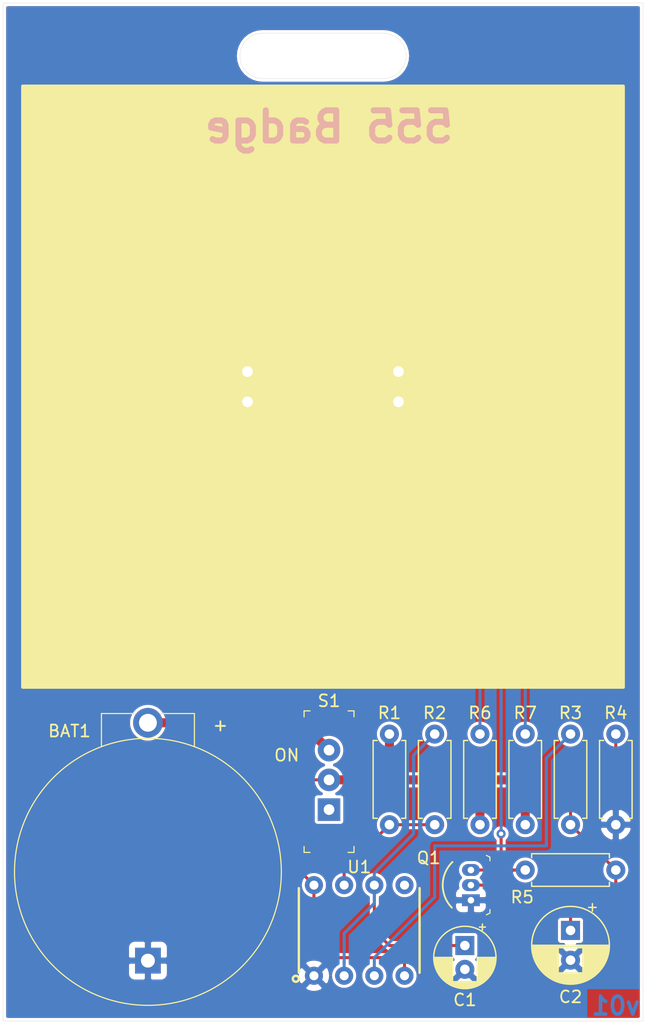
<source format=kicad_pcb>
(kicad_pcb (version 20171130) (host pcbnew "(5.1.10)-1")

  (general
    (thickness 1.6)
    (drawings 12)
    (tracks 69)
    (zones 0)
    (modules 15)
    (nets 14)
  )

  (page A4)
  (title_block
    (title "555 Badge")
    (date 2021-09-08)
    (rev v01)
    (comment 2 creativecommons.org/licenses/by/4.0/)
    (comment 3 "License: CC BY 4.0")
    (comment 4 "Author: Angela Hudak")
  )

  (layers
    (0 F.Cu signal)
    (31 B.Cu signal)
    (32 B.Adhes user)
    (33 F.Adhes user)
    (34 B.Paste user)
    (35 F.Paste user)
    (36 B.SilkS user)
    (37 F.SilkS user)
    (38 B.Mask user)
    (39 F.Mask user)
    (40 Dwgs.User user)
    (41 Cmts.User user)
    (42 Eco1.User user)
    (43 Eco2.User user)
    (44 Edge.Cuts user)
    (45 Margin user)
    (46 B.CrtYd user)
    (47 F.CrtYd user)
    (48 B.Fab user)
    (49 F.Fab user)
  )

  (setup
    (last_trace_width 0.254)
    (user_trace_width 0.762)
    (trace_clearance 0.254)
    (zone_clearance 0.508)
    (zone_45_only no)
    (trace_min 0.1524)
    (via_size 0.762)
    (via_drill 0.381)
    (via_min_size 0.6858)
    (via_min_drill 0.3302)
    (uvia_size 0.762)
    (uvia_drill 0.381)
    (uvias_allowed no)
    (uvia_min_size 0.6858)
    (uvia_min_drill 0.3302)
    (edge_width 0.05)
    (segment_width 0.2)
    (pcb_text_width 0.3)
    (pcb_text_size 1.5 1.5)
    (mod_edge_width 0.12)
    (mod_text_size 1 1)
    (mod_text_width 0.15)
    (pad_size 1.524 1.524)
    (pad_drill 0.762)
    (pad_to_mask_clearance 0.0508)
    (aux_axis_origin 0 0)
    (visible_elements 7FFFFFFF)
    (pcbplotparams
      (layerselection 0x010fc_ffffffff)
      (usegerberextensions false)
      (usegerberattributes true)
      (usegerberadvancedattributes true)
      (creategerberjobfile true)
      (excludeedgelayer true)
      (linewidth 0.100000)
      (plotframeref false)
      (viasonmask false)
      (mode 1)
      (useauxorigin false)
      (hpglpennumber 1)
      (hpglpenspeed 20)
      (hpglpendiameter 15.000000)
      (psnegative false)
      (psa4output false)
      (plotreference true)
      (plotvalue true)
      (plotinvisibletext false)
      (padsonsilk false)
      (subtractmaskfromsilk false)
      (outputformat 1)
      (mirror false)
      (drillshape 1)
      (scaleselection 1)
      (outputdirectory ""))
  )

  (net 0 "")
  (net 1 GND)
  (net 2 "Net-(BAT1-PadPos)")
  (net 3 "Net-(C1-Pad1)")
  (net 4 "Net-(C2-Pad1)")
  (net 5 "Net-(D1-Pad1)")
  (net 6 "Net-(D1-Pad2)")
  (net 7 "Net-(D2-Pad2)")
  (net 8 "Net-(Q1-Pad2)")
  (net 9 VCC)
  (net 10 "Net-(R1-Pad2)")
  (net 11 "Net-(R3-Pad2)")
  (net 12 "Net-(S1-Pad1)")
  (net 13 "Net-(U1-Pad5)")

  (net_class Default "This is the default net class."
    (clearance 0.254)
    (trace_width 0.254)
    (via_dia 0.762)
    (via_drill 0.381)
    (uvia_dia 0.762)
    (uvia_drill 0.381)
    (add_net GND)
    (add_net "Net-(BAT1-PadPos)")
    (add_net "Net-(C1-Pad1)")
    (add_net "Net-(C2-Pad1)")
    (add_net "Net-(D1-Pad1)")
    (add_net "Net-(D1-Pad2)")
    (add_net "Net-(D2-Pad2)")
    (add_net "Net-(Q1-Pad2)")
    (add_net "Net-(R1-Pad2)")
    (add_net "Net-(R3-Pad2)")
    (add_net "Net-(S1-Pad1)")
    (add_net "Net-(U1-Pad5)")
    (add_net VCC)
  )

  (module 555_Badge:ICM7555-PDIP (layer F.Cu) (tedit 6138FC04) (tstamp 613A2957)
    (at 156.972 119.38)
    (path /6138BB49)
    (fp_text reference U1 (at 0 -5.334) (layer F.SilkS)
      (effects (font (size 1 1) (thickness 0.15)))
    )
    (fp_text value 7555 (at 0 0.254) (layer F.Fab)
      (effects (font (size 1 1) (thickness 0.15)))
    )
    (fp_circle (center -5.334 4.064) (end -5.08 4.064) (layer F.SilkS) (width 0.2032))
    (fp_line (start 5.08 3.556) (end 5.08 -3.556) (layer F.SilkS) (width 0.2032))
    (fp_line (start -5.08 3.556) (end -5.08 -3.556) (layer F.SilkS) (width 0.2032))
    (fp_line (start -5.08 3.556) (end 5.08 3.556) (layer F.Fab) (width 0.1016))
    (fp_line (start -5.08 -3.556) (end 5.08 -3.556) (layer F.Fab) (width 0.1016))
    (fp_line (start -5.08 3.556) (end -5.08 -3.556) (layer F.Fab) (width 0.1016))
    (fp_line (start 5.08 3.556) (end 5.08 -3.556) (layer F.Fab) (width 0.1016))
    (fp_arc (start -5.08 0) (end -5.08 -1.27) (angle 180) (layer F.Fab) (width 0.1016))
    (pad 1 thru_hole circle (at -3.81 3.81) (size 1.524 1.524) (drill 0.762) (layers *.Cu *.Mask)
      (net 1 GND))
    (pad 2 thru_hole circle (at -1.27 3.81) (size 1.524 1.524) (drill 0.762) (layers *.Cu *.Mask)
      (net 3 "Net-(C1-Pad1)"))
    (pad 3 thru_hole circle (at 1.27 3.81) (size 1.524 1.524) (drill 0.762) (layers *.Cu *.Mask)
      (net 11 "Net-(R3-Pad2)"))
    (pad 4 thru_hole circle (at 3.81 3.81) (size 1.524 1.524) (drill 0.762) (layers *.Cu *.Mask)
      (net 9 VCC))
    (pad 5 thru_hole circle (at 3.81 -3.81) (size 1.524 1.524) (drill 0.762) (layers *.Cu *.Mask)
      (net 13 "Net-(U1-Pad5)"))
    (pad 6 thru_hole circle (at 1.27 -3.81) (size 1.524 1.524) (drill 0.762) (layers *.Cu *.Mask)
      (net 3 "Net-(C1-Pad1)"))
    (pad 7 thru_hole circle (at -1.27 -3.81) (size 1.524 1.524) (drill 0.762) (layers *.Cu *.Mask)
      (net 10 "Net-(R1-Pad2)"))
    (pad 8 thru_hole circle (at -3.81 -3.81) (size 1.524 1.524) (drill 0.762) (layers *.Cu *.Mask)
      (net 9 VCC))
  )

  (module digikey-footprints:Battery_Holder_Coin_2032_BS-7 (layer F.Cu) (tedit 5ACD0859) (tstamp 613A2739)
    (at 139.192 121.92 90)
    (descr http://www.memoryprotectiondevices.com/datasheets/BS-7-datasheet.pdf)
    (path /6139FB46)
    (fp_text reference BAT1 (at 19.304 -6.604 180) (layer F.SilkS)
      (effects (font (size 1 1) (thickness 0.15)))
    )
    (fp_text value 3V (at 7.366 1.778 90) (layer F.Fab)
      (effects (font (size 1 1) (thickness 0.15)))
    )
    (fp_circle (center 7.4676 0) (end -3.7084 0) (layer F.Fab) (width 0.1))
    (fp_circle (center 7.4676 0) (end -3.7592 0) (layer F.SilkS) (width 0.1))
    (fp_line (start 17.9832 -3.81) (end 20.6756 -3.81) (layer F.Fab) (width 0.1))
    (fp_line (start 17.9832 3.81) (end 20.6756 3.81) (layer F.Fab) (width 0.1))
    (fp_line (start 20.6756 -3.81) (end 20.6756 3.81) (layer F.Fab) (width 0.1))
    (fp_line (start 18.034 -3.9116) (end 20.7772 -3.9116) (layer F.SilkS) (width 0.1))
    (fp_line (start 18.034 3.9116) (end 20.7772 3.9116) (layer F.SilkS) (width 0.1))
    (fp_line (start 20.7772 -3.9116) (end 20.7772 -1.0668) (layer F.SilkS) (width 0.1))
    (fp_line (start 20.7772 3.9116) (end 20.7772 1.0668) (layer F.SilkS) (width 0.1))
    (fp_line (start -3.9624 -11.43) (end -3.9624 11.43) (layer F.CrtYd) (width 0.05))
    (fp_line (start 21.5138 -11.43) (end 21.5138 11.43) (layer F.CrtYd) (width 0.05))
    (fp_line (start -3.9624 -11.43) (end 21.5138 -11.43) (layer F.CrtYd) (width 0.05))
    (fp_line (start -3.9624 11.43) (end 21.5138 11.43) (layer F.CrtYd) (width 0.05))
    (fp_text user %R (at 7.4676 0 90) (layer F.Fab)
      (effects (font (size 1 1) (thickness 0.15)))
    )
    (pad Neg thru_hole rect (at 0 0 90) (size 2.17 2.17) (drill 1.17) (layers *.Cu *.Mask)
      (net 1 GND))
    (pad Pos thru_hole circle (at 20 0 90) (size 2.5 2.5) (drill 1.5) (layers *.Cu *.Mask)
      (net 2 "Net-(BAT1-PadPos)"))
  )

  (module Capacitor_THT:CP_Radial_D5.0mm_P2.00mm (layer F.Cu) (tedit 5AE50EF0) (tstamp 613A27BC)
    (at 165.862 120.65 270)
    (descr "CP, Radial series, Radial, pin pitch=2.00mm, , diameter=5mm, Electrolytic Capacitor")
    (tags "CP Radial series Radial pin pitch 2.00mm  diameter 5mm Electrolytic Capacitor")
    (path /613922F3)
    (fp_text reference C1 (at 4.572 0 180) (layer F.SilkS)
      (effects (font (size 1 1) (thickness 0.15)))
    )
    (fp_text value 10uF (at 0.762 -3.81 90) (layer F.Fab)
      (effects (font (size 1 1) (thickness 0.15)))
    )
    (fp_line (start -1.554775 -1.725) (end -1.554775 -1.225) (layer F.SilkS) (width 0.12))
    (fp_line (start -1.804775 -1.475) (end -1.304775 -1.475) (layer F.SilkS) (width 0.12))
    (fp_line (start 3.601 -0.284) (end 3.601 0.284) (layer F.SilkS) (width 0.12))
    (fp_line (start 3.561 -0.518) (end 3.561 0.518) (layer F.SilkS) (width 0.12))
    (fp_line (start 3.521 -0.677) (end 3.521 0.677) (layer F.SilkS) (width 0.12))
    (fp_line (start 3.481 -0.805) (end 3.481 0.805) (layer F.SilkS) (width 0.12))
    (fp_line (start 3.441 -0.915) (end 3.441 0.915) (layer F.SilkS) (width 0.12))
    (fp_line (start 3.401 -1.011) (end 3.401 1.011) (layer F.SilkS) (width 0.12))
    (fp_line (start 3.361 -1.098) (end 3.361 1.098) (layer F.SilkS) (width 0.12))
    (fp_line (start 3.321 -1.178) (end 3.321 1.178) (layer F.SilkS) (width 0.12))
    (fp_line (start 3.281 -1.251) (end 3.281 1.251) (layer F.SilkS) (width 0.12))
    (fp_line (start 3.241 -1.319) (end 3.241 1.319) (layer F.SilkS) (width 0.12))
    (fp_line (start 3.201 -1.383) (end 3.201 1.383) (layer F.SilkS) (width 0.12))
    (fp_line (start 3.161 -1.443) (end 3.161 1.443) (layer F.SilkS) (width 0.12))
    (fp_line (start 3.121 -1.5) (end 3.121 1.5) (layer F.SilkS) (width 0.12))
    (fp_line (start 3.081 -1.554) (end 3.081 1.554) (layer F.SilkS) (width 0.12))
    (fp_line (start 3.041 -1.605) (end 3.041 1.605) (layer F.SilkS) (width 0.12))
    (fp_line (start 3.001 1.04) (end 3.001 1.653) (layer F.SilkS) (width 0.12))
    (fp_line (start 3.001 -1.653) (end 3.001 -1.04) (layer F.SilkS) (width 0.12))
    (fp_line (start 2.961 1.04) (end 2.961 1.699) (layer F.SilkS) (width 0.12))
    (fp_line (start 2.961 -1.699) (end 2.961 -1.04) (layer F.SilkS) (width 0.12))
    (fp_line (start 2.921 1.04) (end 2.921 1.743) (layer F.SilkS) (width 0.12))
    (fp_line (start 2.921 -1.743) (end 2.921 -1.04) (layer F.SilkS) (width 0.12))
    (fp_line (start 2.881 1.04) (end 2.881 1.785) (layer F.SilkS) (width 0.12))
    (fp_line (start 2.881 -1.785) (end 2.881 -1.04) (layer F.SilkS) (width 0.12))
    (fp_line (start 2.841 1.04) (end 2.841 1.826) (layer F.SilkS) (width 0.12))
    (fp_line (start 2.841 -1.826) (end 2.841 -1.04) (layer F.SilkS) (width 0.12))
    (fp_line (start 2.801 1.04) (end 2.801 1.864) (layer F.SilkS) (width 0.12))
    (fp_line (start 2.801 -1.864) (end 2.801 -1.04) (layer F.SilkS) (width 0.12))
    (fp_line (start 2.761 1.04) (end 2.761 1.901) (layer F.SilkS) (width 0.12))
    (fp_line (start 2.761 -1.901) (end 2.761 -1.04) (layer F.SilkS) (width 0.12))
    (fp_line (start 2.721 1.04) (end 2.721 1.937) (layer F.SilkS) (width 0.12))
    (fp_line (start 2.721 -1.937) (end 2.721 -1.04) (layer F.SilkS) (width 0.12))
    (fp_line (start 2.681 1.04) (end 2.681 1.971) (layer F.SilkS) (width 0.12))
    (fp_line (start 2.681 -1.971) (end 2.681 -1.04) (layer F.SilkS) (width 0.12))
    (fp_line (start 2.641 1.04) (end 2.641 2.004) (layer F.SilkS) (width 0.12))
    (fp_line (start 2.641 -2.004) (end 2.641 -1.04) (layer F.SilkS) (width 0.12))
    (fp_line (start 2.601 1.04) (end 2.601 2.035) (layer F.SilkS) (width 0.12))
    (fp_line (start 2.601 -2.035) (end 2.601 -1.04) (layer F.SilkS) (width 0.12))
    (fp_line (start 2.561 1.04) (end 2.561 2.065) (layer F.SilkS) (width 0.12))
    (fp_line (start 2.561 -2.065) (end 2.561 -1.04) (layer F.SilkS) (width 0.12))
    (fp_line (start 2.521 1.04) (end 2.521 2.095) (layer F.SilkS) (width 0.12))
    (fp_line (start 2.521 -2.095) (end 2.521 -1.04) (layer F.SilkS) (width 0.12))
    (fp_line (start 2.481 1.04) (end 2.481 2.122) (layer F.SilkS) (width 0.12))
    (fp_line (start 2.481 -2.122) (end 2.481 -1.04) (layer F.SilkS) (width 0.12))
    (fp_line (start 2.441 1.04) (end 2.441 2.149) (layer F.SilkS) (width 0.12))
    (fp_line (start 2.441 -2.149) (end 2.441 -1.04) (layer F.SilkS) (width 0.12))
    (fp_line (start 2.401 1.04) (end 2.401 2.175) (layer F.SilkS) (width 0.12))
    (fp_line (start 2.401 -2.175) (end 2.401 -1.04) (layer F.SilkS) (width 0.12))
    (fp_line (start 2.361 1.04) (end 2.361 2.2) (layer F.SilkS) (width 0.12))
    (fp_line (start 2.361 -2.2) (end 2.361 -1.04) (layer F.SilkS) (width 0.12))
    (fp_line (start 2.321 1.04) (end 2.321 2.224) (layer F.SilkS) (width 0.12))
    (fp_line (start 2.321 -2.224) (end 2.321 -1.04) (layer F.SilkS) (width 0.12))
    (fp_line (start 2.281 1.04) (end 2.281 2.247) (layer F.SilkS) (width 0.12))
    (fp_line (start 2.281 -2.247) (end 2.281 -1.04) (layer F.SilkS) (width 0.12))
    (fp_line (start 2.241 1.04) (end 2.241 2.268) (layer F.SilkS) (width 0.12))
    (fp_line (start 2.241 -2.268) (end 2.241 -1.04) (layer F.SilkS) (width 0.12))
    (fp_line (start 2.201 1.04) (end 2.201 2.29) (layer F.SilkS) (width 0.12))
    (fp_line (start 2.201 -2.29) (end 2.201 -1.04) (layer F.SilkS) (width 0.12))
    (fp_line (start 2.161 1.04) (end 2.161 2.31) (layer F.SilkS) (width 0.12))
    (fp_line (start 2.161 -2.31) (end 2.161 -1.04) (layer F.SilkS) (width 0.12))
    (fp_line (start 2.121 1.04) (end 2.121 2.329) (layer F.SilkS) (width 0.12))
    (fp_line (start 2.121 -2.329) (end 2.121 -1.04) (layer F.SilkS) (width 0.12))
    (fp_line (start 2.081 1.04) (end 2.081 2.348) (layer F.SilkS) (width 0.12))
    (fp_line (start 2.081 -2.348) (end 2.081 -1.04) (layer F.SilkS) (width 0.12))
    (fp_line (start 2.041 1.04) (end 2.041 2.365) (layer F.SilkS) (width 0.12))
    (fp_line (start 2.041 -2.365) (end 2.041 -1.04) (layer F.SilkS) (width 0.12))
    (fp_line (start 2.001 1.04) (end 2.001 2.382) (layer F.SilkS) (width 0.12))
    (fp_line (start 2.001 -2.382) (end 2.001 -1.04) (layer F.SilkS) (width 0.12))
    (fp_line (start 1.961 1.04) (end 1.961 2.398) (layer F.SilkS) (width 0.12))
    (fp_line (start 1.961 -2.398) (end 1.961 -1.04) (layer F.SilkS) (width 0.12))
    (fp_line (start 1.921 1.04) (end 1.921 2.414) (layer F.SilkS) (width 0.12))
    (fp_line (start 1.921 -2.414) (end 1.921 -1.04) (layer F.SilkS) (width 0.12))
    (fp_line (start 1.881 1.04) (end 1.881 2.428) (layer F.SilkS) (width 0.12))
    (fp_line (start 1.881 -2.428) (end 1.881 -1.04) (layer F.SilkS) (width 0.12))
    (fp_line (start 1.841 1.04) (end 1.841 2.442) (layer F.SilkS) (width 0.12))
    (fp_line (start 1.841 -2.442) (end 1.841 -1.04) (layer F.SilkS) (width 0.12))
    (fp_line (start 1.801 1.04) (end 1.801 2.455) (layer F.SilkS) (width 0.12))
    (fp_line (start 1.801 -2.455) (end 1.801 -1.04) (layer F.SilkS) (width 0.12))
    (fp_line (start 1.761 1.04) (end 1.761 2.468) (layer F.SilkS) (width 0.12))
    (fp_line (start 1.761 -2.468) (end 1.761 -1.04) (layer F.SilkS) (width 0.12))
    (fp_line (start 1.721 1.04) (end 1.721 2.48) (layer F.SilkS) (width 0.12))
    (fp_line (start 1.721 -2.48) (end 1.721 -1.04) (layer F.SilkS) (width 0.12))
    (fp_line (start 1.68 1.04) (end 1.68 2.491) (layer F.SilkS) (width 0.12))
    (fp_line (start 1.68 -2.491) (end 1.68 -1.04) (layer F.SilkS) (width 0.12))
    (fp_line (start 1.64 1.04) (end 1.64 2.501) (layer F.SilkS) (width 0.12))
    (fp_line (start 1.64 -2.501) (end 1.64 -1.04) (layer F.SilkS) (width 0.12))
    (fp_line (start 1.6 1.04) (end 1.6 2.511) (layer F.SilkS) (width 0.12))
    (fp_line (start 1.6 -2.511) (end 1.6 -1.04) (layer F.SilkS) (width 0.12))
    (fp_line (start 1.56 1.04) (end 1.56 2.52) (layer F.SilkS) (width 0.12))
    (fp_line (start 1.56 -2.52) (end 1.56 -1.04) (layer F.SilkS) (width 0.12))
    (fp_line (start 1.52 1.04) (end 1.52 2.528) (layer F.SilkS) (width 0.12))
    (fp_line (start 1.52 -2.528) (end 1.52 -1.04) (layer F.SilkS) (width 0.12))
    (fp_line (start 1.48 1.04) (end 1.48 2.536) (layer F.SilkS) (width 0.12))
    (fp_line (start 1.48 -2.536) (end 1.48 -1.04) (layer F.SilkS) (width 0.12))
    (fp_line (start 1.44 1.04) (end 1.44 2.543) (layer F.SilkS) (width 0.12))
    (fp_line (start 1.44 -2.543) (end 1.44 -1.04) (layer F.SilkS) (width 0.12))
    (fp_line (start 1.4 1.04) (end 1.4 2.55) (layer F.SilkS) (width 0.12))
    (fp_line (start 1.4 -2.55) (end 1.4 -1.04) (layer F.SilkS) (width 0.12))
    (fp_line (start 1.36 1.04) (end 1.36 2.556) (layer F.SilkS) (width 0.12))
    (fp_line (start 1.36 -2.556) (end 1.36 -1.04) (layer F.SilkS) (width 0.12))
    (fp_line (start 1.32 1.04) (end 1.32 2.561) (layer F.SilkS) (width 0.12))
    (fp_line (start 1.32 -2.561) (end 1.32 -1.04) (layer F.SilkS) (width 0.12))
    (fp_line (start 1.28 1.04) (end 1.28 2.565) (layer F.SilkS) (width 0.12))
    (fp_line (start 1.28 -2.565) (end 1.28 -1.04) (layer F.SilkS) (width 0.12))
    (fp_line (start 1.24 1.04) (end 1.24 2.569) (layer F.SilkS) (width 0.12))
    (fp_line (start 1.24 -2.569) (end 1.24 -1.04) (layer F.SilkS) (width 0.12))
    (fp_line (start 1.2 1.04) (end 1.2 2.573) (layer F.SilkS) (width 0.12))
    (fp_line (start 1.2 -2.573) (end 1.2 -1.04) (layer F.SilkS) (width 0.12))
    (fp_line (start 1.16 1.04) (end 1.16 2.576) (layer F.SilkS) (width 0.12))
    (fp_line (start 1.16 -2.576) (end 1.16 -1.04) (layer F.SilkS) (width 0.12))
    (fp_line (start 1.12 1.04) (end 1.12 2.578) (layer F.SilkS) (width 0.12))
    (fp_line (start 1.12 -2.578) (end 1.12 -1.04) (layer F.SilkS) (width 0.12))
    (fp_line (start 1.08 1.04) (end 1.08 2.579) (layer F.SilkS) (width 0.12))
    (fp_line (start 1.08 -2.579) (end 1.08 -1.04) (layer F.SilkS) (width 0.12))
    (fp_line (start 1.04 -2.58) (end 1.04 -1.04) (layer F.SilkS) (width 0.12))
    (fp_line (start 1.04 1.04) (end 1.04 2.58) (layer F.SilkS) (width 0.12))
    (fp_line (start 1 -2.58) (end 1 -1.04) (layer F.SilkS) (width 0.12))
    (fp_line (start 1 1.04) (end 1 2.58) (layer F.SilkS) (width 0.12))
    (fp_line (start -0.883605 -1.3375) (end -0.883605 -0.8375) (layer F.Fab) (width 0.1))
    (fp_line (start -1.133605 -1.0875) (end -0.633605 -1.0875) (layer F.Fab) (width 0.1))
    (fp_circle (center 1 0) (end 3.75 0) (layer F.CrtYd) (width 0.05))
    (fp_circle (center 1 0) (end 3.62 0) (layer F.SilkS) (width 0.12))
    (fp_circle (center 1 0) (end 3.5 0) (layer F.Fab) (width 0.1))
    (fp_text user %R (at 1 0 90) (layer F.Fab)
      (effects (font (size 1 1) (thickness 0.15)))
    )
    (pad 1 thru_hole rect (at 0 0 270) (size 1.6 1.6) (drill 0.8) (layers *.Cu *.Mask)
      (net 3 "Net-(C1-Pad1)"))
    (pad 2 thru_hole circle (at 2 0 270) (size 1.6 1.6) (drill 0.8) (layers *.Cu *.Mask)
      (net 1 GND))
    (model ${KISYS3DMOD}/Capacitor_THT.3dshapes/CP_Radial_D5.0mm_P2.00mm.wrl
      (at (xyz 0 0 0))
      (scale (xyz 1 1 1))
      (rotate (xyz 0 0 0))
    )
  )

  (module Capacitor_THT:CP_Radial_D6.3mm_P2.50mm (layer F.Cu) (tedit 5AE50EF0) (tstamp 613A2850)
    (at 174.752 119.38 270)
    (descr "CP, Radial series, Radial, pin pitch=2.50mm, , diameter=6.3mm, Electrolytic Capacitor")
    (tags "CP Radial series Radial pin pitch 2.50mm  diameter 6.3mm Electrolytic Capacitor")
    (path /61392F4E)
    (fp_text reference C2 (at 5.588 0 180) (layer F.SilkS)
      (effects (font (size 1 1) (thickness 0.15)))
    )
    (fp_text value 100uF (at 1.016 -4.318 270) (layer F.Fab)
      (effects (font (size 1 1) (thickness 0.15)))
    )
    (fp_line (start -1.935241 -2.154) (end -1.935241 -1.524) (layer F.SilkS) (width 0.12))
    (fp_line (start -2.250241 -1.839) (end -1.620241 -1.839) (layer F.SilkS) (width 0.12))
    (fp_line (start 4.491 -0.402) (end 4.491 0.402) (layer F.SilkS) (width 0.12))
    (fp_line (start 4.451 -0.633) (end 4.451 0.633) (layer F.SilkS) (width 0.12))
    (fp_line (start 4.411 -0.802) (end 4.411 0.802) (layer F.SilkS) (width 0.12))
    (fp_line (start 4.371 -0.94) (end 4.371 0.94) (layer F.SilkS) (width 0.12))
    (fp_line (start 4.331 -1.059) (end 4.331 1.059) (layer F.SilkS) (width 0.12))
    (fp_line (start 4.291 -1.165) (end 4.291 1.165) (layer F.SilkS) (width 0.12))
    (fp_line (start 4.251 -1.262) (end 4.251 1.262) (layer F.SilkS) (width 0.12))
    (fp_line (start 4.211 -1.35) (end 4.211 1.35) (layer F.SilkS) (width 0.12))
    (fp_line (start 4.171 -1.432) (end 4.171 1.432) (layer F.SilkS) (width 0.12))
    (fp_line (start 4.131 -1.509) (end 4.131 1.509) (layer F.SilkS) (width 0.12))
    (fp_line (start 4.091 -1.581) (end 4.091 1.581) (layer F.SilkS) (width 0.12))
    (fp_line (start 4.051 -1.65) (end 4.051 1.65) (layer F.SilkS) (width 0.12))
    (fp_line (start 4.011 -1.714) (end 4.011 1.714) (layer F.SilkS) (width 0.12))
    (fp_line (start 3.971 -1.776) (end 3.971 1.776) (layer F.SilkS) (width 0.12))
    (fp_line (start 3.931 -1.834) (end 3.931 1.834) (layer F.SilkS) (width 0.12))
    (fp_line (start 3.891 -1.89) (end 3.891 1.89) (layer F.SilkS) (width 0.12))
    (fp_line (start 3.851 -1.944) (end 3.851 1.944) (layer F.SilkS) (width 0.12))
    (fp_line (start 3.811 -1.995) (end 3.811 1.995) (layer F.SilkS) (width 0.12))
    (fp_line (start 3.771 -2.044) (end 3.771 2.044) (layer F.SilkS) (width 0.12))
    (fp_line (start 3.731 -2.092) (end 3.731 2.092) (layer F.SilkS) (width 0.12))
    (fp_line (start 3.691 -2.137) (end 3.691 2.137) (layer F.SilkS) (width 0.12))
    (fp_line (start 3.651 -2.182) (end 3.651 2.182) (layer F.SilkS) (width 0.12))
    (fp_line (start 3.611 -2.224) (end 3.611 2.224) (layer F.SilkS) (width 0.12))
    (fp_line (start 3.571 -2.265) (end 3.571 2.265) (layer F.SilkS) (width 0.12))
    (fp_line (start 3.531 1.04) (end 3.531 2.305) (layer F.SilkS) (width 0.12))
    (fp_line (start 3.531 -2.305) (end 3.531 -1.04) (layer F.SilkS) (width 0.12))
    (fp_line (start 3.491 1.04) (end 3.491 2.343) (layer F.SilkS) (width 0.12))
    (fp_line (start 3.491 -2.343) (end 3.491 -1.04) (layer F.SilkS) (width 0.12))
    (fp_line (start 3.451 1.04) (end 3.451 2.38) (layer F.SilkS) (width 0.12))
    (fp_line (start 3.451 -2.38) (end 3.451 -1.04) (layer F.SilkS) (width 0.12))
    (fp_line (start 3.411 1.04) (end 3.411 2.416) (layer F.SilkS) (width 0.12))
    (fp_line (start 3.411 -2.416) (end 3.411 -1.04) (layer F.SilkS) (width 0.12))
    (fp_line (start 3.371 1.04) (end 3.371 2.45) (layer F.SilkS) (width 0.12))
    (fp_line (start 3.371 -2.45) (end 3.371 -1.04) (layer F.SilkS) (width 0.12))
    (fp_line (start 3.331 1.04) (end 3.331 2.484) (layer F.SilkS) (width 0.12))
    (fp_line (start 3.331 -2.484) (end 3.331 -1.04) (layer F.SilkS) (width 0.12))
    (fp_line (start 3.291 1.04) (end 3.291 2.516) (layer F.SilkS) (width 0.12))
    (fp_line (start 3.291 -2.516) (end 3.291 -1.04) (layer F.SilkS) (width 0.12))
    (fp_line (start 3.251 1.04) (end 3.251 2.548) (layer F.SilkS) (width 0.12))
    (fp_line (start 3.251 -2.548) (end 3.251 -1.04) (layer F.SilkS) (width 0.12))
    (fp_line (start 3.211 1.04) (end 3.211 2.578) (layer F.SilkS) (width 0.12))
    (fp_line (start 3.211 -2.578) (end 3.211 -1.04) (layer F.SilkS) (width 0.12))
    (fp_line (start 3.171 1.04) (end 3.171 2.607) (layer F.SilkS) (width 0.12))
    (fp_line (start 3.171 -2.607) (end 3.171 -1.04) (layer F.SilkS) (width 0.12))
    (fp_line (start 3.131 1.04) (end 3.131 2.636) (layer F.SilkS) (width 0.12))
    (fp_line (start 3.131 -2.636) (end 3.131 -1.04) (layer F.SilkS) (width 0.12))
    (fp_line (start 3.091 1.04) (end 3.091 2.664) (layer F.SilkS) (width 0.12))
    (fp_line (start 3.091 -2.664) (end 3.091 -1.04) (layer F.SilkS) (width 0.12))
    (fp_line (start 3.051 1.04) (end 3.051 2.69) (layer F.SilkS) (width 0.12))
    (fp_line (start 3.051 -2.69) (end 3.051 -1.04) (layer F.SilkS) (width 0.12))
    (fp_line (start 3.011 1.04) (end 3.011 2.716) (layer F.SilkS) (width 0.12))
    (fp_line (start 3.011 -2.716) (end 3.011 -1.04) (layer F.SilkS) (width 0.12))
    (fp_line (start 2.971 1.04) (end 2.971 2.742) (layer F.SilkS) (width 0.12))
    (fp_line (start 2.971 -2.742) (end 2.971 -1.04) (layer F.SilkS) (width 0.12))
    (fp_line (start 2.931 1.04) (end 2.931 2.766) (layer F.SilkS) (width 0.12))
    (fp_line (start 2.931 -2.766) (end 2.931 -1.04) (layer F.SilkS) (width 0.12))
    (fp_line (start 2.891 1.04) (end 2.891 2.79) (layer F.SilkS) (width 0.12))
    (fp_line (start 2.891 -2.79) (end 2.891 -1.04) (layer F.SilkS) (width 0.12))
    (fp_line (start 2.851 1.04) (end 2.851 2.812) (layer F.SilkS) (width 0.12))
    (fp_line (start 2.851 -2.812) (end 2.851 -1.04) (layer F.SilkS) (width 0.12))
    (fp_line (start 2.811 1.04) (end 2.811 2.834) (layer F.SilkS) (width 0.12))
    (fp_line (start 2.811 -2.834) (end 2.811 -1.04) (layer F.SilkS) (width 0.12))
    (fp_line (start 2.771 1.04) (end 2.771 2.856) (layer F.SilkS) (width 0.12))
    (fp_line (start 2.771 -2.856) (end 2.771 -1.04) (layer F.SilkS) (width 0.12))
    (fp_line (start 2.731 1.04) (end 2.731 2.876) (layer F.SilkS) (width 0.12))
    (fp_line (start 2.731 -2.876) (end 2.731 -1.04) (layer F.SilkS) (width 0.12))
    (fp_line (start 2.691 1.04) (end 2.691 2.896) (layer F.SilkS) (width 0.12))
    (fp_line (start 2.691 -2.896) (end 2.691 -1.04) (layer F.SilkS) (width 0.12))
    (fp_line (start 2.651 1.04) (end 2.651 2.916) (layer F.SilkS) (width 0.12))
    (fp_line (start 2.651 -2.916) (end 2.651 -1.04) (layer F.SilkS) (width 0.12))
    (fp_line (start 2.611 1.04) (end 2.611 2.934) (layer F.SilkS) (width 0.12))
    (fp_line (start 2.611 -2.934) (end 2.611 -1.04) (layer F.SilkS) (width 0.12))
    (fp_line (start 2.571 1.04) (end 2.571 2.952) (layer F.SilkS) (width 0.12))
    (fp_line (start 2.571 -2.952) (end 2.571 -1.04) (layer F.SilkS) (width 0.12))
    (fp_line (start 2.531 1.04) (end 2.531 2.97) (layer F.SilkS) (width 0.12))
    (fp_line (start 2.531 -2.97) (end 2.531 -1.04) (layer F.SilkS) (width 0.12))
    (fp_line (start 2.491 1.04) (end 2.491 2.986) (layer F.SilkS) (width 0.12))
    (fp_line (start 2.491 -2.986) (end 2.491 -1.04) (layer F.SilkS) (width 0.12))
    (fp_line (start 2.451 1.04) (end 2.451 3.002) (layer F.SilkS) (width 0.12))
    (fp_line (start 2.451 -3.002) (end 2.451 -1.04) (layer F.SilkS) (width 0.12))
    (fp_line (start 2.411 1.04) (end 2.411 3.018) (layer F.SilkS) (width 0.12))
    (fp_line (start 2.411 -3.018) (end 2.411 -1.04) (layer F.SilkS) (width 0.12))
    (fp_line (start 2.371 1.04) (end 2.371 3.033) (layer F.SilkS) (width 0.12))
    (fp_line (start 2.371 -3.033) (end 2.371 -1.04) (layer F.SilkS) (width 0.12))
    (fp_line (start 2.331 1.04) (end 2.331 3.047) (layer F.SilkS) (width 0.12))
    (fp_line (start 2.331 -3.047) (end 2.331 -1.04) (layer F.SilkS) (width 0.12))
    (fp_line (start 2.291 1.04) (end 2.291 3.061) (layer F.SilkS) (width 0.12))
    (fp_line (start 2.291 -3.061) (end 2.291 -1.04) (layer F.SilkS) (width 0.12))
    (fp_line (start 2.251 1.04) (end 2.251 3.074) (layer F.SilkS) (width 0.12))
    (fp_line (start 2.251 -3.074) (end 2.251 -1.04) (layer F.SilkS) (width 0.12))
    (fp_line (start 2.211 1.04) (end 2.211 3.086) (layer F.SilkS) (width 0.12))
    (fp_line (start 2.211 -3.086) (end 2.211 -1.04) (layer F.SilkS) (width 0.12))
    (fp_line (start 2.171 1.04) (end 2.171 3.098) (layer F.SilkS) (width 0.12))
    (fp_line (start 2.171 -3.098) (end 2.171 -1.04) (layer F.SilkS) (width 0.12))
    (fp_line (start 2.131 1.04) (end 2.131 3.11) (layer F.SilkS) (width 0.12))
    (fp_line (start 2.131 -3.11) (end 2.131 -1.04) (layer F.SilkS) (width 0.12))
    (fp_line (start 2.091 1.04) (end 2.091 3.121) (layer F.SilkS) (width 0.12))
    (fp_line (start 2.091 -3.121) (end 2.091 -1.04) (layer F.SilkS) (width 0.12))
    (fp_line (start 2.051 1.04) (end 2.051 3.131) (layer F.SilkS) (width 0.12))
    (fp_line (start 2.051 -3.131) (end 2.051 -1.04) (layer F.SilkS) (width 0.12))
    (fp_line (start 2.011 1.04) (end 2.011 3.141) (layer F.SilkS) (width 0.12))
    (fp_line (start 2.011 -3.141) (end 2.011 -1.04) (layer F.SilkS) (width 0.12))
    (fp_line (start 1.971 1.04) (end 1.971 3.15) (layer F.SilkS) (width 0.12))
    (fp_line (start 1.971 -3.15) (end 1.971 -1.04) (layer F.SilkS) (width 0.12))
    (fp_line (start 1.93 1.04) (end 1.93 3.159) (layer F.SilkS) (width 0.12))
    (fp_line (start 1.93 -3.159) (end 1.93 -1.04) (layer F.SilkS) (width 0.12))
    (fp_line (start 1.89 1.04) (end 1.89 3.167) (layer F.SilkS) (width 0.12))
    (fp_line (start 1.89 -3.167) (end 1.89 -1.04) (layer F.SilkS) (width 0.12))
    (fp_line (start 1.85 1.04) (end 1.85 3.175) (layer F.SilkS) (width 0.12))
    (fp_line (start 1.85 -3.175) (end 1.85 -1.04) (layer F.SilkS) (width 0.12))
    (fp_line (start 1.81 1.04) (end 1.81 3.182) (layer F.SilkS) (width 0.12))
    (fp_line (start 1.81 -3.182) (end 1.81 -1.04) (layer F.SilkS) (width 0.12))
    (fp_line (start 1.77 1.04) (end 1.77 3.189) (layer F.SilkS) (width 0.12))
    (fp_line (start 1.77 -3.189) (end 1.77 -1.04) (layer F.SilkS) (width 0.12))
    (fp_line (start 1.73 1.04) (end 1.73 3.195) (layer F.SilkS) (width 0.12))
    (fp_line (start 1.73 -3.195) (end 1.73 -1.04) (layer F.SilkS) (width 0.12))
    (fp_line (start 1.69 1.04) (end 1.69 3.201) (layer F.SilkS) (width 0.12))
    (fp_line (start 1.69 -3.201) (end 1.69 -1.04) (layer F.SilkS) (width 0.12))
    (fp_line (start 1.65 1.04) (end 1.65 3.206) (layer F.SilkS) (width 0.12))
    (fp_line (start 1.65 -3.206) (end 1.65 -1.04) (layer F.SilkS) (width 0.12))
    (fp_line (start 1.61 1.04) (end 1.61 3.211) (layer F.SilkS) (width 0.12))
    (fp_line (start 1.61 -3.211) (end 1.61 -1.04) (layer F.SilkS) (width 0.12))
    (fp_line (start 1.57 1.04) (end 1.57 3.215) (layer F.SilkS) (width 0.12))
    (fp_line (start 1.57 -3.215) (end 1.57 -1.04) (layer F.SilkS) (width 0.12))
    (fp_line (start 1.53 1.04) (end 1.53 3.218) (layer F.SilkS) (width 0.12))
    (fp_line (start 1.53 -3.218) (end 1.53 -1.04) (layer F.SilkS) (width 0.12))
    (fp_line (start 1.49 1.04) (end 1.49 3.222) (layer F.SilkS) (width 0.12))
    (fp_line (start 1.49 -3.222) (end 1.49 -1.04) (layer F.SilkS) (width 0.12))
    (fp_line (start 1.45 -3.224) (end 1.45 3.224) (layer F.SilkS) (width 0.12))
    (fp_line (start 1.41 -3.227) (end 1.41 3.227) (layer F.SilkS) (width 0.12))
    (fp_line (start 1.37 -3.228) (end 1.37 3.228) (layer F.SilkS) (width 0.12))
    (fp_line (start 1.33 -3.23) (end 1.33 3.23) (layer F.SilkS) (width 0.12))
    (fp_line (start 1.29 -3.23) (end 1.29 3.23) (layer F.SilkS) (width 0.12))
    (fp_line (start 1.25 -3.23) (end 1.25 3.23) (layer F.SilkS) (width 0.12))
    (fp_line (start -1.128972 -1.6885) (end -1.128972 -1.0585) (layer F.Fab) (width 0.1))
    (fp_line (start -1.443972 -1.3735) (end -0.813972 -1.3735) (layer F.Fab) (width 0.1))
    (fp_circle (center 1.25 0) (end 4.65 0) (layer F.CrtYd) (width 0.05))
    (fp_circle (center 1.25 0) (end 4.52 0) (layer F.SilkS) (width 0.12))
    (fp_circle (center 1.25 0) (end 4.4 0) (layer F.Fab) (width 0.1))
    (fp_text user %R (at 1.25 0 90) (layer F.Fab)
      (effects (font (size 1 1) (thickness 0.15)))
    )
    (pad 1 thru_hole rect (at 0 0 270) (size 1.6 1.6) (drill 0.8) (layers *.Cu *.Mask)
      (net 4 "Net-(C2-Pad1)"))
    (pad 2 thru_hole circle (at 2.5 0 270) (size 1.6 1.6) (drill 0.8) (layers *.Cu *.Mask)
      (net 1 GND))
    (model ${KISYS3DMOD}/Capacitor_THT.3dshapes/CP_Radial_D6.3mm_P2.50mm.wrl
      (at (xyz 0 0 0))
      (scale (xyz 1 1 1))
      (rotate (xyz 0 0 0))
    )
  )

  (module LED_THT:LED_D3.0mm (layer F.Cu) (tedit 587A3A7B) (tstamp 613A2863)
    (at 147.574 74.93 90)
    (descr "LED, diameter 3.0mm, 2 pins")
    (tags "LED diameter 3.0mm 2 pins")
    (path /6139438A)
    (fp_text reference D1 (at 4.572 0 180) (layer F.SilkS)
      (effects (font (size 1 1) (thickness 0.15)))
    )
    (fp_text value RED (at -2.032 0 180) (layer F.Fab)
      (effects (font (size 1 1) (thickness 0.15)))
    )
    (fp_line (start 3.7 -2.25) (end -1.15 -2.25) (layer F.CrtYd) (width 0.05))
    (fp_line (start 3.7 2.25) (end 3.7 -2.25) (layer F.CrtYd) (width 0.05))
    (fp_line (start -1.15 2.25) (end 3.7 2.25) (layer F.CrtYd) (width 0.05))
    (fp_line (start -1.15 -2.25) (end -1.15 2.25) (layer F.CrtYd) (width 0.05))
    (fp_line (start -0.29 1.08) (end -0.29 1.236) (layer F.SilkS) (width 0.12))
    (fp_line (start -0.29 -1.236) (end -0.29 -1.08) (layer F.SilkS) (width 0.12))
    (fp_line (start -0.23 -1.16619) (end -0.23 1.16619) (layer F.Fab) (width 0.1))
    (fp_circle (center 1.27 0) (end 2.77 0) (layer F.Fab) (width 0.1))
    (fp_arc (start 1.27 0) (end -0.23 -1.16619) (angle 284.3) (layer F.Fab) (width 0.1))
    (fp_arc (start 1.27 0) (end -0.29 -1.235516) (angle 108.8) (layer F.SilkS) (width 0.12))
    (fp_arc (start 1.27 0) (end -0.29 1.235516) (angle -108.8) (layer F.SilkS) (width 0.12))
    (fp_arc (start 1.27 0) (end 0.229039 -1.08) (angle 87.9) (layer F.SilkS) (width 0.12))
    (fp_arc (start 1.27 0) (end 0.229039 1.08) (angle -87.9) (layer F.SilkS) (width 0.12))
    (pad 1 thru_hole rect (at 0 0 90) (size 1.8 1.8) (drill 0.9) (layers *.Cu *.Mask)
      (net 5 "Net-(D1-Pad1)"))
    (pad 2 thru_hole circle (at 2.54 0 90) (size 1.8 1.8) (drill 0.9) (layers *.Cu *.Mask)
      (net 6 "Net-(D1-Pad2)"))
    (model ${KISYS3DMOD}/LED_THT.3dshapes/LED_D3.0mm.wrl
      (at (xyz 0 0 0))
      (scale (xyz 1 1 1))
      (rotate (xyz 0 0 0))
    )
  )

  (module LED_THT:LED_D3.0mm (layer F.Cu) (tedit 587A3A7B) (tstamp 613A2876)
    (at 160.274 74.93 90)
    (descr "LED, diameter 3.0mm, 2 pins")
    (tags "LED diameter 3.0mm 2 pins")
    (path /6139628D)
    (fp_text reference D2 (at 4.572 0 180) (layer F.SilkS)
      (effects (font (size 1 1) (thickness 0.15)))
    )
    (fp_text value RED (at -2.032 0 180) (layer F.Fab)
      (effects (font (size 1 1) (thickness 0.15)))
    )
    (fp_circle (center 1.27 0) (end 2.77 0) (layer F.Fab) (width 0.1))
    (fp_line (start -0.23 -1.16619) (end -0.23 1.16619) (layer F.Fab) (width 0.1))
    (fp_line (start -0.29 -1.236) (end -0.29 -1.08) (layer F.SilkS) (width 0.12))
    (fp_line (start -0.29 1.08) (end -0.29 1.236) (layer F.SilkS) (width 0.12))
    (fp_line (start -1.15 -2.25) (end -1.15 2.25) (layer F.CrtYd) (width 0.05))
    (fp_line (start -1.15 2.25) (end 3.7 2.25) (layer F.CrtYd) (width 0.05))
    (fp_line (start 3.7 2.25) (end 3.7 -2.25) (layer F.CrtYd) (width 0.05))
    (fp_line (start 3.7 -2.25) (end -1.15 -2.25) (layer F.CrtYd) (width 0.05))
    (fp_arc (start 1.27 0) (end 0.229039 1.08) (angle -87.9) (layer F.SilkS) (width 0.12))
    (fp_arc (start 1.27 0) (end 0.229039 -1.08) (angle 87.9) (layer F.SilkS) (width 0.12))
    (fp_arc (start 1.27 0) (end -0.29 1.235516) (angle -108.8) (layer F.SilkS) (width 0.12))
    (fp_arc (start 1.27 0) (end -0.29 -1.235516) (angle 108.8) (layer F.SilkS) (width 0.12))
    (fp_arc (start 1.27 0) (end -0.23 -1.16619) (angle 284.3) (layer F.Fab) (width 0.1))
    (pad 2 thru_hole circle (at 2.54 0 90) (size 1.8 1.8) (drill 0.9) (layers *.Cu *.Mask)
      (net 7 "Net-(D2-Pad2)"))
    (pad 1 thru_hole rect (at 0 0 90) (size 1.8 1.8) (drill 0.9) (layers *.Cu *.Mask)
      (net 5 "Net-(D1-Pad1)"))
    (model ${KISYS3DMOD}/LED_THT.3dshapes/LED_D3.0mm.wrl
      (at (xyz 0 0 0))
      (scale (xyz 1 1 1))
      (rotate (xyz 0 0 0))
    )
  )

  (module digikey-footprints:TO-92-3 (layer F.Cu) (tedit 5AF9CDD1) (tstamp 613A288A)
    (at 166.37 116.84 90)
    (descr http://www.ti.com/lit/ds/symlink/tl431a.pdf)
    (path /61397524)
    (fp_text reference Q1 (at 3.556 -3.556 180) (layer F.SilkS)
      (effects (font (size 1 1) (thickness 0.15)))
    )
    (fp_text value 2N3904 (at 1.27 2.5 90) (layer F.Fab)
      (effects (font (size 1 1) (thickness 0.15)))
    )
    (fp_line (start -1.08 1.6) (end -1.23 1.3) (layer F.SilkS) (width 0.1))
    (fp_line (start -0.78 1.6) (end -1.08 1.6) (layer F.SilkS) (width 0.1))
    (fp_line (start 3.62 1.6) (end 3.32 1.6) (layer F.SilkS) (width 0.1))
    (fp_line (start 3.62 1.6) (end 3.77 1.3) (layer F.SilkS) (width 0.1))
    (fp_line (start 4.17 1.75) (end 4.17 -2.5) (layer F.CrtYd) (width 0.05))
    (fp_line (start -1.63 1.75) (end -1.63 -2.5) (layer F.CrtYd) (width 0.05))
    (fp_line (start -1.63 1.75) (end 4.17 1.75) (layer F.CrtYd) (width 0.05))
    (fp_line (start -1.63 -2.5) (end 4.17 -2.5) (layer F.CrtYd) (width 0.05))
    (fp_line (start 3.57 1.5) (end -1.03 1.5) (layer F.Fab) (width 0.15))
    (fp_arc (start 1.27 0.35) (end -0.63 -1.6) (angle 90) (layer F.SilkS) (width 0.15))
    (fp_arc (start 1.27 0.3) (end -1.03 1.5) (angle 235) (layer F.Fab) (width 0.15))
    (fp_arc (start 1.27 0.3) (end -1.33 0.3) (angle 90) (layer F.Fab) (width 0.15))
    (fp_text user %R (at 1.27 -3.302 270) (layer F.Fab)
      (effects (font (size 0.75 0.75) (thickness 0.15)))
    )
    (pad 2 thru_hole oval (at 1.27 0 270) (size 1 1.5) (drill 0.55) (layers *.Cu *.Mask)
      (net 8 "Net-(Q1-Pad2)"))
    (pad 3 thru_hole oval (at 2.54 0 270) (size 1 1.5) (drill 0.55) (layers *.Cu *.Mask)
      (net 5 "Net-(D1-Pad1)"))
    (pad 1 thru_hole rect (at 0 0 270) (size 1 1.5) (drill 0.55) (layers *.Cu *.Mask)
      (net 1 GND))
  )

  (module Resistor_THT:R_Axial_DIN0207_L6.3mm_D2.5mm_P7.62mm_Horizontal (layer F.Cu) (tedit 5AE5139B) (tstamp 613A28A1)
    (at 159.512 102.87 270)
    (descr "Resistor, Axial_DIN0207 series, Axial, Horizontal, pin pitch=7.62mm, 0.25W = 1/4W, length*diameter=6.3*2.5mm^2, http://cdn-reichelt.de/documents/datenblatt/B400/1_4W%23YAG.pdf")
    (tags "Resistor Axial_DIN0207 series Axial Horizontal pin pitch 7.62mm 0.25W = 1/4W length 6.3mm diameter 2.5mm")
    (path /6138CD7B)
    (fp_text reference R1 (at -1.778 0 180) (layer F.SilkS)
      (effects (font (size 1 1) (thickness 0.15)))
    )
    (fp_text value 22k (at 3.81 0 90) (layer F.Fab)
      (effects (font (size 1 1) (thickness 0.15)))
    )
    (fp_line (start 8.67 -1.5) (end -1.05 -1.5) (layer F.CrtYd) (width 0.05))
    (fp_line (start 8.67 1.5) (end 8.67 -1.5) (layer F.CrtYd) (width 0.05))
    (fp_line (start -1.05 1.5) (end 8.67 1.5) (layer F.CrtYd) (width 0.05))
    (fp_line (start -1.05 -1.5) (end -1.05 1.5) (layer F.CrtYd) (width 0.05))
    (fp_line (start 7.08 1.37) (end 7.08 1.04) (layer F.SilkS) (width 0.12))
    (fp_line (start 0.54 1.37) (end 7.08 1.37) (layer F.SilkS) (width 0.12))
    (fp_line (start 0.54 1.04) (end 0.54 1.37) (layer F.SilkS) (width 0.12))
    (fp_line (start 7.08 -1.37) (end 7.08 -1.04) (layer F.SilkS) (width 0.12))
    (fp_line (start 0.54 -1.37) (end 7.08 -1.37) (layer F.SilkS) (width 0.12))
    (fp_line (start 0.54 -1.04) (end 0.54 -1.37) (layer F.SilkS) (width 0.12))
    (fp_line (start 7.62 0) (end 6.96 0) (layer F.Fab) (width 0.1))
    (fp_line (start 0 0) (end 0.66 0) (layer F.Fab) (width 0.1))
    (fp_line (start 6.96 -1.25) (end 0.66 -1.25) (layer F.Fab) (width 0.1))
    (fp_line (start 6.96 1.25) (end 6.96 -1.25) (layer F.Fab) (width 0.1))
    (fp_line (start 0.66 1.25) (end 6.96 1.25) (layer F.Fab) (width 0.1))
    (fp_line (start 0.66 -1.25) (end 0.66 1.25) (layer F.Fab) (width 0.1))
    (fp_text user %R (at -1.778 0 180) (layer F.Fab)
      (effects (font (size 1 1) (thickness 0.15)))
    )
    (pad 1 thru_hole circle (at 0 0 270) (size 1.6 1.6) (drill 0.8) (layers *.Cu *.Mask)
      (net 9 VCC))
    (pad 2 thru_hole oval (at 7.62 0 270) (size 1.6 1.6) (drill 0.8) (layers *.Cu *.Mask)
      (net 10 "Net-(R1-Pad2)"))
    (model ${KISYS3DMOD}/Resistor_THT.3dshapes/R_Axial_DIN0207_L6.3mm_D2.5mm_P7.62mm_Horizontal.wrl
      (at (xyz 0 0 0))
      (scale (xyz 1 1 1))
      (rotate (xyz 0 0 0))
    )
  )

  (module Resistor_THT:R_Axial_DIN0207_L6.3mm_D2.5mm_P7.62mm_Horizontal (layer F.Cu) (tedit 5AE5139B) (tstamp 613A28B8)
    (at 163.322 110.49 90)
    (descr "Resistor, Axial_DIN0207 series, Axial, Horizontal, pin pitch=7.62mm, 0.25W = 1/4W, length*diameter=6.3*2.5mm^2, http://cdn-reichelt.de/documents/datenblatt/B400/1_4W%23YAG.pdf")
    (tags "Resistor Axial_DIN0207 series Axial Horizontal pin pitch 7.62mm 0.25W = 1/4W length 6.3mm diameter 2.5mm")
    (path /6138D6A2)
    (fp_text reference R2 (at 9.398 0 180) (layer F.SilkS)
      (effects (font (size 1 1) (thickness 0.15)))
    )
    (fp_text value 330k (at 4.064 0 90) (layer F.Fab)
      (effects (font (size 1 1) (thickness 0.15)))
    )
    (fp_line (start 0.66 -1.25) (end 0.66 1.25) (layer F.Fab) (width 0.1))
    (fp_line (start 0.66 1.25) (end 6.96 1.25) (layer F.Fab) (width 0.1))
    (fp_line (start 6.96 1.25) (end 6.96 -1.25) (layer F.Fab) (width 0.1))
    (fp_line (start 6.96 -1.25) (end 0.66 -1.25) (layer F.Fab) (width 0.1))
    (fp_line (start 0 0) (end 0.66 0) (layer F.Fab) (width 0.1))
    (fp_line (start 7.62 0) (end 6.96 0) (layer F.Fab) (width 0.1))
    (fp_line (start 0.54 -1.04) (end 0.54 -1.37) (layer F.SilkS) (width 0.12))
    (fp_line (start 0.54 -1.37) (end 7.08 -1.37) (layer F.SilkS) (width 0.12))
    (fp_line (start 7.08 -1.37) (end 7.08 -1.04) (layer F.SilkS) (width 0.12))
    (fp_line (start 0.54 1.04) (end 0.54 1.37) (layer F.SilkS) (width 0.12))
    (fp_line (start 0.54 1.37) (end 7.08 1.37) (layer F.SilkS) (width 0.12))
    (fp_line (start 7.08 1.37) (end 7.08 1.04) (layer F.SilkS) (width 0.12))
    (fp_line (start -1.05 -1.5) (end -1.05 1.5) (layer F.CrtYd) (width 0.05))
    (fp_line (start -1.05 1.5) (end 8.67 1.5) (layer F.CrtYd) (width 0.05))
    (fp_line (start 8.67 1.5) (end 8.67 -1.5) (layer F.CrtYd) (width 0.05))
    (fp_line (start 8.67 -1.5) (end -1.05 -1.5) (layer F.CrtYd) (width 0.05))
    (fp_text user %R (at 9.398 0 180) (layer F.Fab)
      (effects (font (size 1 1) (thickness 0.15)))
    )
    (pad 2 thru_hole oval (at 7.62 0 90) (size 1.6 1.6) (drill 0.8) (layers *.Cu *.Mask)
      (net 3 "Net-(C1-Pad1)"))
    (pad 1 thru_hole circle (at 0 0 90) (size 1.6 1.6) (drill 0.8) (layers *.Cu *.Mask)
      (net 10 "Net-(R1-Pad2)"))
    (model ${KISYS3DMOD}/Resistor_THT.3dshapes/R_Axial_DIN0207_L6.3mm_D2.5mm_P7.62mm_Horizontal.wrl
      (at (xyz 0 0 0))
      (scale (xyz 1 1 1))
      (rotate (xyz 0 0 0))
    )
  )

  (module Resistor_THT:R_Axial_DIN0207_L6.3mm_D2.5mm_P7.62mm_Horizontal (layer F.Cu) (tedit 5AE5139B) (tstamp 613A28CF)
    (at 174.752 110.49 90)
    (descr "Resistor, Axial_DIN0207 series, Axial, Horizontal, pin pitch=7.62mm, 0.25W = 1/4W, length*diameter=6.3*2.5mm^2, http://cdn-reichelt.de/documents/datenblatt/B400/1_4W%23YAG.pdf")
    (tags "Resistor Axial_DIN0207 series Axial Horizontal pin pitch 7.62mm 0.25W = 1/4W length 6.3mm diameter 2.5mm")
    (path /6138F125)
    (fp_text reference R3 (at 9.398 0 180) (layer F.SilkS)
      (effects (font (size 1 1) (thickness 0.15)))
    )
    (fp_text value 22k (at 3.81 0 90) (layer F.Fab)
      (effects (font (size 1 1) (thickness 0.15)))
    )
    (fp_line (start 8.67 -1.5) (end -1.05 -1.5) (layer F.CrtYd) (width 0.05))
    (fp_line (start 8.67 1.5) (end 8.67 -1.5) (layer F.CrtYd) (width 0.05))
    (fp_line (start -1.05 1.5) (end 8.67 1.5) (layer F.CrtYd) (width 0.05))
    (fp_line (start -1.05 -1.5) (end -1.05 1.5) (layer F.CrtYd) (width 0.05))
    (fp_line (start 7.08 1.37) (end 7.08 1.04) (layer F.SilkS) (width 0.12))
    (fp_line (start 0.54 1.37) (end 7.08 1.37) (layer F.SilkS) (width 0.12))
    (fp_line (start 0.54 1.04) (end 0.54 1.37) (layer F.SilkS) (width 0.12))
    (fp_line (start 7.08 -1.37) (end 7.08 -1.04) (layer F.SilkS) (width 0.12))
    (fp_line (start 0.54 -1.37) (end 7.08 -1.37) (layer F.SilkS) (width 0.12))
    (fp_line (start 0.54 -1.04) (end 0.54 -1.37) (layer F.SilkS) (width 0.12))
    (fp_line (start 7.62 0) (end 6.96 0) (layer F.Fab) (width 0.1))
    (fp_line (start 0 0) (end 0.66 0) (layer F.Fab) (width 0.1))
    (fp_line (start 6.96 -1.25) (end 0.66 -1.25) (layer F.Fab) (width 0.1))
    (fp_line (start 6.96 1.25) (end 6.96 -1.25) (layer F.Fab) (width 0.1))
    (fp_line (start 0.66 1.25) (end 6.96 1.25) (layer F.Fab) (width 0.1))
    (fp_line (start 0.66 -1.25) (end 0.66 1.25) (layer F.Fab) (width 0.1))
    (fp_text user %R (at 9.398 0 180) (layer F.Fab)
      (effects (font (size 1 1) (thickness 0.15)))
    )
    (pad 1 thru_hole circle (at 0 0 90) (size 1.6 1.6) (drill 0.8) (layers *.Cu *.Mask)
      (net 4 "Net-(C2-Pad1)"))
    (pad 2 thru_hole oval (at 7.62 0 90) (size 1.6 1.6) (drill 0.8) (layers *.Cu *.Mask)
      (net 11 "Net-(R3-Pad2)"))
    (model ${KISYS3DMOD}/Resistor_THT.3dshapes/R_Axial_DIN0207_L6.3mm_D2.5mm_P7.62mm_Horizontal.wrl
      (at (xyz 0 0 0))
      (scale (xyz 1 1 1))
      (rotate (xyz 0 0 0))
    )
  )

  (module Resistor_THT:R_Axial_DIN0207_L6.3mm_D2.5mm_P7.62mm_Horizontal (layer F.Cu) (tedit 5AE5139B) (tstamp 613A28E6)
    (at 178.562 102.87 270)
    (descr "Resistor, Axial_DIN0207 series, Axial, Horizontal, pin pitch=7.62mm, 0.25W = 1/4W, length*diameter=6.3*2.5mm^2, http://cdn-reichelt.de/documents/datenblatt/B400/1_4W%23YAG.pdf")
    (tags "Resistor Axial_DIN0207 series Axial Horizontal pin pitch 7.62mm 0.25W = 1/4W length 6.3mm diameter 2.5mm")
    (path /613BA1BD)
    (fp_text reference R4 (at -1.778 0 180) (layer F.SilkS)
      (effects (font (size 1 1) (thickness 0.15)))
    )
    (fp_text value 100k (at 3.81 0 90) (layer F.Fab)
      (effects (font (size 1 1) (thickness 0.15)))
    )
    (fp_line (start 8.67 -1.5) (end -1.05 -1.5) (layer F.CrtYd) (width 0.05))
    (fp_line (start 8.67 1.5) (end 8.67 -1.5) (layer F.CrtYd) (width 0.05))
    (fp_line (start -1.05 1.5) (end 8.67 1.5) (layer F.CrtYd) (width 0.05))
    (fp_line (start -1.05 -1.5) (end -1.05 1.5) (layer F.CrtYd) (width 0.05))
    (fp_line (start 7.08 1.37) (end 7.08 1.04) (layer F.SilkS) (width 0.12))
    (fp_line (start 0.54 1.37) (end 7.08 1.37) (layer F.SilkS) (width 0.12))
    (fp_line (start 0.54 1.04) (end 0.54 1.37) (layer F.SilkS) (width 0.12))
    (fp_line (start 7.08 -1.37) (end 7.08 -1.04) (layer F.SilkS) (width 0.12))
    (fp_line (start 0.54 -1.37) (end 7.08 -1.37) (layer F.SilkS) (width 0.12))
    (fp_line (start 0.54 -1.04) (end 0.54 -1.37) (layer F.SilkS) (width 0.12))
    (fp_line (start 7.62 0) (end 6.96 0) (layer F.Fab) (width 0.1))
    (fp_line (start 0 0) (end 0.66 0) (layer F.Fab) (width 0.1))
    (fp_line (start 6.96 -1.25) (end 0.66 -1.25) (layer F.Fab) (width 0.1))
    (fp_line (start 6.96 1.25) (end 6.96 -1.25) (layer F.Fab) (width 0.1))
    (fp_line (start 0.66 1.25) (end 6.96 1.25) (layer F.Fab) (width 0.1))
    (fp_line (start 0.66 -1.25) (end 0.66 1.25) (layer F.Fab) (width 0.1))
    (fp_text user %R (at -1.778 0 180) (layer F.Fab)
      (effects (font (size 1 1) (thickness 0.15)))
    )
    (pad 1 thru_hole circle (at 0 0 270) (size 1.6 1.6) (drill 0.8) (layers *.Cu *.Mask)
      (net 4 "Net-(C2-Pad1)"))
    (pad 2 thru_hole oval (at 7.62 0 270) (size 1.6 1.6) (drill 0.8) (layers *.Cu *.Mask)
      (net 1 GND))
    (model ${KISYS3DMOD}/Resistor_THT.3dshapes/R_Axial_DIN0207_L6.3mm_D2.5mm_P7.62mm_Horizontal.wrl
      (at (xyz 0 0 0))
      (scale (xyz 1 1 1))
      (rotate (xyz 0 0 0))
    )
  )

  (module Resistor_THT:R_Axial_DIN0207_L6.3mm_D2.5mm_P7.62mm_Horizontal (layer F.Cu) (tedit 5AE5139B) (tstamp 613A28FD)
    (at 170.942 114.3)
    (descr "Resistor, Axial_DIN0207 series, Axial, Horizontal, pin pitch=7.62mm, 0.25W = 1/4W, length*diameter=6.3*2.5mm^2, http://cdn-reichelt.de/documents/datenblatt/B400/1_4W%23YAG.pdf")
    (tags "Resistor Axial_DIN0207 series Axial Horizontal pin pitch 7.62mm 0.25W = 1/4W length 6.3mm diameter 2.5mm")
    (path /6138FD88)
    (fp_text reference R5 (at -0.254 2.286) (layer F.SilkS)
      (effects (font (size 1 1) (thickness 0.15)))
    )
    (fp_text value 10k (at 3.81 0) (layer F.Fab)
      (effects (font (size 1 1) (thickness 0.15)))
    )
    (fp_line (start 0.66 -1.25) (end 0.66 1.25) (layer F.Fab) (width 0.1))
    (fp_line (start 0.66 1.25) (end 6.96 1.25) (layer F.Fab) (width 0.1))
    (fp_line (start 6.96 1.25) (end 6.96 -1.25) (layer F.Fab) (width 0.1))
    (fp_line (start 6.96 -1.25) (end 0.66 -1.25) (layer F.Fab) (width 0.1))
    (fp_line (start 0 0) (end 0.66 0) (layer F.Fab) (width 0.1))
    (fp_line (start 7.62 0) (end 6.96 0) (layer F.Fab) (width 0.1))
    (fp_line (start 0.54 -1.04) (end 0.54 -1.37) (layer F.SilkS) (width 0.12))
    (fp_line (start 0.54 -1.37) (end 7.08 -1.37) (layer F.SilkS) (width 0.12))
    (fp_line (start 7.08 -1.37) (end 7.08 -1.04) (layer F.SilkS) (width 0.12))
    (fp_line (start 0.54 1.04) (end 0.54 1.37) (layer F.SilkS) (width 0.12))
    (fp_line (start 0.54 1.37) (end 7.08 1.37) (layer F.SilkS) (width 0.12))
    (fp_line (start 7.08 1.37) (end 7.08 1.04) (layer F.SilkS) (width 0.12))
    (fp_line (start -1.05 -1.5) (end -1.05 1.5) (layer F.CrtYd) (width 0.05))
    (fp_line (start -1.05 1.5) (end 8.67 1.5) (layer F.CrtYd) (width 0.05))
    (fp_line (start 8.67 1.5) (end 8.67 -1.5) (layer F.CrtYd) (width 0.05))
    (fp_line (start 8.67 -1.5) (end -1.05 -1.5) (layer F.CrtYd) (width 0.05))
    (fp_text user %R (at 7.874 2.286) (layer F.Fab)
      (effects (font (size 1 1) (thickness 0.15)))
    )
    (pad 2 thru_hole oval (at 7.62 0) (size 1.6 1.6) (drill 0.8) (layers *.Cu *.Mask)
      (net 4 "Net-(C2-Pad1)"))
    (pad 1 thru_hole circle (at 0 0) (size 1.6 1.6) (drill 0.8) (layers *.Cu *.Mask)
      (net 8 "Net-(Q1-Pad2)"))
    (model ${KISYS3DMOD}/Resistor_THT.3dshapes/R_Axial_DIN0207_L6.3mm_D2.5mm_P7.62mm_Horizontal.wrl
      (at (xyz 0 0 0))
      (scale (xyz 1 1 1))
      (rotate (xyz 0 0 0))
    )
  )

  (module Resistor_THT:R_Axial_DIN0207_L6.3mm_D2.5mm_P7.62mm_Horizontal (layer F.Cu) (tedit 5AE5139B) (tstamp 613A2914)
    (at 167.132 110.49 90)
    (descr "Resistor, Axial_DIN0207 series, Axial, Horizontal, pin pitch=7.62mm, 0.25W = 1/4W, length*diameter=6.3*2.5mm^2, http://cdn-reichelt.de/documents/datenblatt/B400/1_4W%23YAG.pdf")
    (tags "Resistor Axial_DIN0207 series Axial Horizontal pin pitch 7.62mm 0.25W = 1/4W length 6.3mm diameter 2.5mm")
    (path /6139114C)
    (fp_text reference R6 (at 9.398 0 180) (layer F.SilkS)
      (effects (font (size 1 1) (thickness 0.15)))
    )
    (fp_text value 100 (at 4.064 0 90) (layer F.Fab)
      (effects (font (size 1 1) (thickness 0.15)))
    )
    (fp_line (start 8.67 -1.5) (end -1.05 -1.5) (layer F.CrtYd) (width 0.05))
    (fp_line (start 8.67 1.5) (end 8.67 -1.5) (layer F.CrtYd) (width 0.05))
    (fp_line (start -1.05 1.5) (end 8.67 1.5) (layer F.CrtYd) (width 0.05))
    (fp_line (start -1.05 -1.5) (end -1.05 1.5) (layer F.CrtYd) (width 0.05))
    (fp_line (start 7.08 1.37) (end 7.08 1.04) (layer F.SilkS) (width 0.12))
    (fp_line (start 0.54 1.37) (end 7.08 1.37) (layer F.SilkS) (width 0.12))
    (fp_line (start 0.54 1.04) (end 0.54 1.37) (layer F.SilkS) (width 0.12))
    (fp_line (start 7.08 -1.37) (end 7.08 -1.04) (layer F.SilkS) (width 0.12))
    (fp_line (start 0.54 -1.37) (end 7.08 -1.37) (layer F.SilkS) (width 0.12))
    (fp_line (start 0.54 -1.04) (end 0.54 -1.37) (layer F.SilkS) (width 0.12))
    (fp_line (start 7.62 0) (end 6.96 0) (layer F.Fab) (width 0.1))
    (fp_line (start 0 0) (end 0.66 0) (layer F.Fab) (width 0.1))
    (fp_line (start 6.96 -1.25) (end 0.66 -1.25) (layer F.Fab) (width 0.1))
    (fp_line (start 6.96 1.25) (end 6.96 -1.25) (layer F.Fab) (width 0.1))
    (fp_line (start 0.66 1.25) (end 6.96 1.25) (layer F.Fab) (width 0.1))
    (fp_line (start 0.66 -1.25) (end 0.66 1.25) (layer F.Fab) (width 0.1))
    (fp_text user %R (at 9.398 0 180) (layer F.Fab)
      (effects (font (size 1 1) (thickness 0.15)))
    )
    (pad 1 thru_hole circle (at 0 0 90) (size 1.6 1.6) (drill 0.8) (layers *.Cu *.Mask)
      (net 9 VCC))
    (pad 2 thru_hole oval (at 7.62 0 90) (size 1.6 1.6) (drill 0.8) (layers *.Cu *.Mask)
      (net 6 "Net-(D1-Pad2)"))
    (model ${KISYS3DMOD}/Resistor_THT.3dshapes/R_Axial_DIN0207_L6.3mm_D2.5mm_P7.62mm_Horizontal.wrl
      (at (xyz 0 0 0))
      (scale (xyz 1 1 1))
      (rotate (xyz 0 0 0))
    )
  )

  (module Resistor_THT:R_Axial_DIN0207_L6.3mm_D2.5mm_P7.62mm_Horizontal (layer F.Cu) (tedit 5AE5139B) (tstamp 613A292B)
    (at 170.942 110.49 90)
    (descr "Resistor, Axial_DIN0207 series, Axial, Horizontal, pin pitch=7.62mm, 0.25W = 1/4W, length*diameter=6.3*2.5mm^2, http://cdn-reichelt.de/documents/datenblatt/B400/1_4W%23YAG.pdf")
    (tags "Resistor Axial_DIN0207 series Axial Horizontal pin pitch 7.62mm 0.25W = 1/4W length 6.3mm diameter 2.5mm")
    (path /6139191C)
    (fp_text reference R7 (at 9.398 0 180) (layer F.SilkS)
      (effects (font (size 1 1) (thickness 0.15)))
    )
    (fp_text value 100 (at 4.064 0 90) (layer F.Fab)
      (effects (font (size 1 1) (thickness 0.15)))
    )
    (fp_line (start 0.66 -1.25) (end 0.66 1.25) (layer F.Fab) (width 0.1))
    (fp_line (start 0.66 1.25) (end 6.96 1.25) (layer F.Fab) (width 0.1))
    (fp_line (start 6.96 1.25) (end 6.96 -1.25) (layer F.Fab) (width 0.1))
    (fp_line (start 6.96 -1.25) (end 0.66 -1.25) (layer F.Fab) (width 0.1))
    (fp_line (start 0 0) (end 0.66 0) (layer F.Fab) (width 0.1))
    (fp_line (start 7.62 0) (end 6.96 0) (layer F.Fab) (width 0.1))
    (fp_line (start 0.54 -1.04) (end 0.54 -1.37) (layer F.SilkS) (width 0.12))
    (fp_line (start 0.54 -1.37) (end 7.08 -1.37) (layer F.SilkS) (width 0.12))
    (fp_line (start 7.08 -1.37) (end 7.08 -1.04) (layer F.SilkS) (width 0.12))
    (fp_line (start 0.54 1.04) (end 0.54 1.37) (layer F.SilkS) (width 0.12))
    (fp_line (start 0.54 1.37) (end 7.08 1.37) (layer F.SilkS) (width 0.12))
    (fp_line (start 7.08 1.37) (end 7.08 1.04) (layer F.SilkS) (width 0.12))
    (fp_line (start -1.05 -1.5) (end -1.05 1.5) (layer F.CrtYd) (width 0.05))
    (fp_line (start -1.05 1.5) (end 8.67 1.5) (layer F.CrtYd) (width 0.05))
    (fp_line (start 8.67 1.5) (end 8.67 -1.5) (layer F.CrtYd) (width 0.05))
    (fp_line (start 8.67 -1.5) (end -1.05 -1.5) (layer F.CrtYd) (width 0.05))
    (fp_text user %R (at 9.398 0 180) (layer F.Fab)
      (effects (font (size 1 1) (thickness 0.15)))
    )
    (pad 2 thru_hole oval (at 7.62 0 90) (size 1.6 1.6) (drill 0.8) (layers *.Cu *.Mask)
      (net 7 "Net-(D2-Pad2)"))
    (pad 1 thru_hole circle (at 0 0 90) (size 1.6 1.6) (drill 0.8) (layers *.Cu *.Mask)
      (net 9 VCC))
    (model ${KISYS3DMOD}/Resistor_THT.3dshapes/R_Axial_DIN0207_L6.3mm_D2.5mm_P7.62mm_Horizontal.wrl
      (at (xyz 0 0 0))
      (scale (xyz 1 1 1))
      (rotate (xyz 0 0 0))
    )
  )

  (module digikey-footprints:Switch_Slide_11.6x4mm_EG1218 (layer F.Cu) (tedit 5A1EC915) (tstamp 613A2943)
    (at 154.432 109.22 90)
    (descr http://spec_sheets.e-switch.com/specs/P040040.pdf)
    (path /613A3043)
    (fp_text reference S1 (at 9.144 0) (layer F.SilkS)
      (effects (font (size 1 1) (thickness 0.15)))
    )
    (fp_text value EG1218 (at -1.016 -3.048 90) (layer F.Fab)
      (effects (font (size 1 1) (thickness 0.15)))
    )
    (fp_line (start -3.42 -2) (end 8.18 -2) (layer F.Fab) (width 0.1))
    (fp_line (start -3.42 2) (end -3.42 -2) (layer F.Fab) (width 0.1))
    (fp_line (start 8.18 2) (end 8.18 -2) (layer F.Fab) (width 0.1))
    (fp_line (start -3.42 2) (end 8.18 2) (layer F.Fab) (width 0.1))
    (fp_line (start 8.3 -2.1) (end 7.8 -2.1) (layer F.SilkS) (width 0.1))
    (fp_line (start 8.3 -2.1) (end 8.3 -1.6) (layer F.SilkS) (width 0.1))
    (fp_line (start -3.6 -2.1) (end -3.6 -1.6) (layer F.SilkS) (width 0.1))
    (fp_line (start -3.6 -2.1) (end -3.1 -2.1) (layer F.SilkS) (width 0.1))
    (fp_line (start -3.6 2.1) (end -3.6 1.6) (layer F.SilkS) (width 0.1))
    (fp_line (start -3.6 2.1) (end -3.1 2.1) (layer F.SilkS) (width 0.1))
    (fp_line (start 8.3 2.1) (end 8.3 1.6) (layer F.SilkS) (width 0.1))
    (fp_line (start 8.3 2.1) (end 7.8 2.1) (layer F.SilkS) (width 0.1))
    (fp_line (start -3.67 -2.25) (end 8.43 -2.25) (layer F.CrtYd) (width 0.05))
    (fp_line (start 8.43 2.25) (end 8.43 -2.25) (layer F.CrtYd) (width 0.05))
    (fp_line (start -3.67 2.25) (end 8.43 2.25) (layer F.CrtYd) (width 0.05))
    (fp_line (start -3.67 2.25) (end -3.67 -2.25) (layer F.CrtYd) (width 0.05))
    (fp_text user %R (at 2.5 0 90) (layer F.Fab)
      (effects (font (size 1 1) (thickness 0.15)))
    )
    (pad 1 thru_hole rect (at 0 0 90) (size 1.9 1.9) (drill 0.9) (layers *.Cu *.Mask)
      (net 12 "Net-(S1-Pad1)"))
    (pad 2 thru_hole circle (at 2.5 0 90) (size 1.9 1.9) (drill 0.9) (layers *.Cu *.Mask)
      (net 9 VCC))
    (pad 3 thru_hole circle (at 5 0 90) (size 1.9 1.9) (drill 0.9) (layers *.Cu *.Mask)
      (net 2 "Net-(BAT1-PadPos)"))
  )

  (gr_text v01 (at 178.562 125.73) (layer B.Cu)
    (effects (font (size 1.5 1.5) (thickness 0.3)) (justify mirror))
  )
  (gr_text "555 Badge" (at 154.432 51.816) (layer B.SilkS)
    (effects (font (size 2.54 2.54) (thickness 0.508)) (justify mirror))
  )
  (gr_text ON (at 150.876 104.648) (layer F.SilkS)
    (effects (font (size 1 1) (thickness 0.15)))
  )
  (gr_text + (at 145.288 102.108) (layer F.SilkS)
    (effects (font (size 1.016 1.016) (thickness 0.1524)))
  )
  (gr_arc (start 148.844 45.847) (end 148.844 43.942) (angle -180) (layer Edge.Cuts) (width 0.0254))
  (gr_arc (start 159.004 45.847) (end 159.004 43.942) (angle 180) (layer Edge.Cuts) (width 0.0254))
  (gr_line (start 148.844 47.752) (end 159.004 47.752) (layer Edge.Cuts) (width 0.0254))
  (gr_line (start 148.844 43.942) (end 159.004 43.942) (layer Edge.Cuts) (width 0.0254))
  (gr_line (start 180.848 127) (end 127 127) (layer Edge.Cuts) (width 0.0254) (tstamp 613A3C46))
  (gr_line (start 180.848 41.402) (end 180.848 127) (layer Edge.Cuts) (width 0.0254))
  (gr_line (start 127 41.402) (end 180.848 41.402) (layer Edge.Cuts) (width 0.0254))
  (gr_line (start 127 127) (end 127 41.402) (layer Edge.Cuts) (width 0.0254))

  (segment (start 152.132 101.92) (end 154.432 104.22) (width 0.762) (layer F.Cu) (net 2))
  (segment (start 139.192 101.92) (end 152.132 101.92) (width 0.762) (layer F.Cu) (net 2))
  (segment (start 161.544 104.648) (end 163.322 102.87) (width 0.254) (layer B.Cu) (net 3))
  (segment (start 161.544 111.252) (end 161.544 104.648) (width 0.254) (layer B.Cu) (net 3))
  (segment (start 158.242 114.554) (end 161.544 111.252) (width 0.254) (layer B.Cu) (net 3))
  (segment (start 158.242 115.57) (end 158.242 114.554) (width 0.254) (layer B.Cu) (net 3))
  (segment (start 159.512 120.65) (end 165.862 120.65) (width 0.254) (layer F.Cu) (net 3))
  (segment (start 158.242 115.57) (end 158.242 119.38) (width 0.254) (layer F.Cu) (net 3))
  (segment (start 158.242 119.38) (end 159.512 120.65) (width 0.254) (layer F.Cu) (net 3))
  (segment (start 155.702 123.19) (end 155.702 122.174) (width 0.254) (layer B.Cu) (net 3))
  (segment (start 155.702 122.174) (end 155.702 121.92) (width 0.254) (layer B.Cu) (net 3))
  (segment (start 155.702 119.634) (end 158.242 117.094) (width 0.254) (layer B.Cu) (net 3))
  (segment (start 155.702 122.174) (end 155.702 119.634) (width 0.254) (layer B.Cu) (net 3))
  (segment (start 158.242 117.094) (end 158.242 115.57) (width 0.254) (layer B.Cu) (net 3))
  (segment (start 178.562 114.3) (end 174.752 110.49) (width 0.254) (layer F.Cu) (net 4))
  (segment (start 174.752 110.49) (end 174.752 108.712) (width 0.254) (layer F.Cu) (net 4))
  (segment (start 174.752 108.712) (end 178.562 104.902) (width 0.254) (layer F.Cu) (net 4))
  (segment (start 178.562 104.902) (end 178.562 102.87) (width 0.254) (layer F.Cu) (net 4))
  (segment (start 174.752 119.38) (end 174.752 118.11) (width 0.254) (layer F.Cu) (net 4))
  (segment (start 174.752 118.11) (end 176.276 118.11) (width 0.254) (layer F.Cu) (net 4))
  (segment (start 178.562 115.824) (end 178.562 114.3) (width 0.254) (layer F.Cu) (net 4))
  (segment (start 176.276 118.11) (end 178.562 115.824) (width 0.254) (layer F.Cu) (net 4))
  (segment (start 147.574 74.93) (end 160.274 74.93) (width 0.254) (layer B.Cu) (net 5))
  (segment (start 166.37 114.3) (end 167.894 114.3) (width 0.254) (layer F.Cu) (net 5))
  (segment (start 167.894 114.3) (end 168.148 114.3) (width 0.254) (layer F.Cu) (net 5))
  (via (at 168.91 111.252) (size 0.762) (drill 0.381) (layers F.Cu B.Cu) (net 5))
  (segment (start 168.91 113.538) (end 168.91 111.252) (width 0.254) (layer F.Cu) (net 5))
  (segment (start 168.148 114.3) (end 168.91 113.538) (width 0.254) (layer F.Cu) (net 5))
  (segment (start 166.624 74.93) (end 160.274 74.93) (width 0.254) (layer B.Cu) (net 5))
  (segment (start 168.91 77.216) (end 166.624 74.93) (width 0.254) (layer B.Cu) (net 5))
  (segment (start 168.91 111.252) (end 168.91 77.216) (width 0.254) (layer B.Cu) (net 5))
  (segment (start 141.478 72.39) (end 147.574 72.39) (width 0.254) (layer B.Cu) (net 6))
  (segment (start 141.478 75.692) (end 141.478 72.39) (width 0.254) (layer B.Cu) (net 6))
  (segment (start 143.51 77.724) (end 141.478 75.692) (width 0.254) (layer B.Cu) (net 6))
  (segment (start 164.846 77.724) (end 143.51 77.724) (width 0.254) (layer B.Cu) (net 6))
  (segment (start 167.132 80.01) (end 164.846 77.724) (width 0.254) (layer B.Cu) (net 6))
  (segment (start 167.132 102.87) (end 167.132 80.01) (width 0.254) (layer B.Cu) (net 6))
  (segment (start 168.148 72.39) (end 160.274 72.39) (width 0.254) (layer B.Cu) (net 7))
  (segment (start 170.942 75.184) (end 168.148 72.39) (width 0.254) (layer B.Cu) (net 7))
  (segment (start 170.942 102.87) (end 170.942 75.184) (width 0.254) (layer B.Cu) (net 7))
  (segment (start 169.926 114.3) (end 170.942 114.3) (width 0.254) (layer F.Cu) (net 8))
  (segment (start 168.656 115.57) (end 169.926 114.3) (width 0.254) (layer F.Cu) (net 8))
  (segment (start 166.37 115.57) (end 168.656 115.57) (width 0.254) (layer F.Cu) (net 8))
  (segment (start 159.512 106.426) (end 159.806 106.72) (width 0.762) (layer F.Cu) (net 9))
  (segment (start 159.512 102.87) (end 159.512 106.426) (width 0.762) (layer F.Cu) (net 9))
  (segment (start 159.806 106.72) (end 167.172 106.72) (width 0.762) (layer F.Cu) (net 9))
  (segment (start 154.432 106.72) (end 159.806 106.72) (width 0.762) (layer F.Cu) (net 9))
  (segment (start 167.132 110.49) (end 167.132 106.76) (width 0.762) (layer F.Cu) (net 9))
  (segment (start 154.432 106.72) (end 151.678 106.72) (width 0.254) (layer F.Cu) (net 9))
  (segment (start 151.678 106.72) (end 151.678 114.086) (width 0.254) (layer F.Cu) (net 9))
  (segment (start 153.162 115.57) (end 151.678 114.086) (width 0.254) (layer F.Cu) (net 9))
  (segment (start 170.942 110.49) (end 170.942 107.95) (width 0.762) (layer F.Cu) (net 9))
  (segment (start 170.942 107.95) (end 169.672 106.68) (width 0.762) (layer F.Cu) (net 9))
  (segment (start 169.632 106.72) (end 167.172 106.72) (width 0.762) (layer F.Cu) (net 9))
  (segment (start 169.672 106.68) (end 169.632 106.72) (width 0.762) (layer F.Cu) (net 9))
  (segment (start 160.782 123.19) (end 160.782 121.666) (width 0.254) (layer F.Cu) (net 9))
  (segment (start 160.782 121.666) (end 155.194 121.666) (width 0.254) (layer F.Cu) (net 9))
  (segment (start 155.194 121.666) (end 153.162 119.634) (width 0.254) (layer F.Cu) (net 9))
  (segment (start 153.162 119.634) (end 153.162 115.57) (width 0.254) (layer F.Cu) (net 9))
  (segment (start 155.702 114.3) (end 159.512 110.49) (width 0.254) (layer F.Cu) (net 10))
  (segment (start 155.702 115.57) (end 155.702 114.3) (width 0.254) (layer F.Cu) (net 10))
  (segment (start 159.512 110.49) (end 159.766 110.49) (width 0.254) (layer F.Cu) (net 10))
  (segment (start 159.512 110.49) (end 163.322 110.49) (width 0.254) (layer F.Cu) (net 10))
  (segment (start 172.72 104.902) (end 174.752 102.87) (width 0.254) (layer B.Cu) (net 11))
  (segment (start 163.322 112.268) (end 172.72 112.268) (width 0.254) (layer B.Cu) (net 11))
  (segment (start 172.72 112.268) (end 172.72 104.902) (width 0.254) (layer B.Cu) (net 11))
  (segment (start 163.322 116.586) (end 163.322 112.268) (width 0.254) (layer B.Cu) (net 11))
  (segment (start 158.242 121.666) (end 163.322 116.586) (width 0.254) (layer B.Cu) (net 11))
  (segment (start 158.242 123.19) (end 158.242 121.666) (width 0.254) (layer B.Cu) (net 11))

  (zone (net 1) (net_name GND) (layer F.Cu) (tstamp 613A47C2) (hatch edge 0.508)
    (connect_pads (clearance 0.254))
    (min_thickness 0.254)
    (fill yes (arc_segments 32) (thermal_gap 0.508) (thermal_bridge_width 0.508))
    (polygon
      (pts
        (xy 181.102 127.254) (xy 126.746 127.254) (xy 126.746 41.148) (xy 181.102 41.148)
      )
    )
    (filled_polygon
      (pts
        (xy 180.454301 126.6063) (xy 127.3937 126.6063) (xy 127.3937 124.155565) (xy 152.37604 124.155565) (xy 152.44302 124.395656)
        (xy 152.692048 124.512756) (xy 152.959135 124.579023) (xy 153.234017 124.59191) (xy 153.506133 124.550922) (xy 153.765023 124.457636)
        (xy 153.88098 124.395656) (xy 153.94796 124.155565) (xy 153.162 123.369605) (xy 152.37604 124.155565) (xy 127.3937 124.155565)
        (xy 127.3937 123.005) (xy 137.468928 123.005) (xy 137.481188 123.129482) (xy 137.517498 123.24918) (xy 137.576463 123.359494)
        (xy 137.655815 123.456185) (xy 137.752506 123.535537) (xy 137.86282 123.594502) (xy 137.982518 123.630812) (xy 138.107 123.643072)
        (xy 138.90625 123.64) (xy 139.065 123.48125) (xy 139.065 122.047) (xy 139.319 122.047) (xy 139.319 123.48125)
        (xy 139.47775 123.64) (xy 140.277 123.643072) (xy 140.401482 123.630812) (xy 140.52118 123.594502) (xy 140.631494 123.535537)
        (xy 140.728185 123.456185) (xy 140.807537 123.359494) (xy 140.85964 123.262017) (xy 151.76009 123.262017) (xy 151.801078 123.534133)
        (xy 151.894364 123.793023) (xy 151.956344 123.90898) (xy 152.196435 123.97596) (xy 152.982395 123.19) (xy 152.196435 122.40404)
        (xy 151.956344 122.47102) (xy 151.839244 122.720048) (xy 151.772977 122.987135) (xy 151.76009 123.262017) (xy 140.85964 123.262017)
        (xy 140.866502 123.24918) (xy 140.902812 123.129482) (xy 140.915072 123.005) (xy 140.912072 122.224435) (xy 152.37604 122.224435)
        (xy 153.162 123.010395) (xy 153.94796 122.224435) (xy 153.88098 121.984344) (xy 153.631952 121.867244) (xy 153.364865 121.800977)
        (xy 153.089983 121.78809) (xy 152.817867 121.829078) (xy 152.558977 121.922364) (xy 152.44302 121.984344) (xy 152.37604 122.224435)
        (xy 140.912072 122.224435) (xy 140.912 122.20575) (xy 140.75325 122.047) (xy 139.319 122.047) (xy 139.065 122.047)
        (xy 137.63075 122.047) (xy 137.472 122.20575) (xy 137.468928 123.005) (xy 127.3937 123.005) (xy 127.3937 120.835)
        (xy 137.468928 120.835) (xy 137.472 121.63425) (xy 137.63075 121.793) (xy 139.065 121.793) (xy 139.065 120.35875)
        (xy 139.319 120.35875) (xy 139.319 121.793) (xy 140.75325 121.793) (xy 140.912 121.63425) (xy 140.915072 120.835)
        (xy 140.902812 120.710518) (xy 140.866502 120.59082) (xy 140.807537 120.480506) (xy 140.728185 120.383815) (xy 140.631494 120.304463)
        (xy 140.52118 120.245498) (xy 140.401482 120.209188) (xy 140.277 120.196928) (xy 139.47775 120.2) (xy 139.319 120.35875)
        (xy 139.065 120.35875) (xy 138.90625 120.2) (xy 138.107 120.196928) (xy 137.982518 120.209188) (xy 137.86282 120.245498)
        (xy 137.752506 120.304463) (xy 137.655815 120.383815) (xy 137.576463 120.480506) (xy 137.517498 120.59082) (xy 137.481188 120.710518)
        (xy 137.468928 120.835) (xy 127.3937 120.835) (xy 127.3937 101.75936) (xy 137.561 101.75936) (xy 137.561 102.08064)
        (xy 137.623678 102.395745) (xy 137.746626 102.692568) (xy 137.925119 102.959702) (xy 138.152298 103.186881) (xy 138.419432 103.365374)
        (xy 138.716255 103.488322) (xy 139.03136 103.551) (xy 139.35264 103.551) (xy 139.667745 103.488322) (xy 139.964568 103.365374)
        (xy 140.231702 103.186881) (xy 140.458881 102.959702) (xy 140.637374 102.692568) (xy 140.641751 102.682) (xy 151.81637 102.682)
        (xy 153.121287 103.986918) (xy 153.101 104.088908) (xy 153.101 104.351092) (xy 153.15215 104.608238) (xy 153.252483 104.850465)
        (xy 153.398145 105.068463) (xy 153.583537 105.253855) (xy 153.801535 105.399517) (xy 153.971697 105.47) (xy 153.801535 105.540483)
        (xy 153.583537 105.686145) (xy 153.398145 105.871537) (xy 153.252483 106.089535) (xy 153.201757 106.212) (xy 151.702947 106.212)
        (xy 151.678 106.209543) (xy 151.653053 106.212) (xy 151.578415 106.219351) (xy 151.482657 106.248399) (xy 151.394405 106.295571)
        (xy 151.317052 106.359052) (xy 151.253571 106.436405) (xy 151.206399 106.524657) (xy 151.177351 106.620415) (xy 151.167543 106.72)
        (xy 151.17 106.744947) (xy 151.170001 114.061046) (xy 151.167543 114.086) (xy 151.177352 114.185584) (xy 151.2064 114.281343)
        (xy 151.253571 114.369595) (xy 151.291916 114.416318) (xy 151.317053 114.446948) (xy 151.33643 114.46285) (xy 152.076765 115.203186)
        (xy 152.062925 115.236599) (xy 152.019 115.457424) (xy 152.019 115.682576) (xy 152.062925 115.903401) (xy 152.149087 116.111413)
        (xy 152.274174 116.29862) (xy 152.43338 116.457826) (xy 152.620587 116.582913) (xy 152.654001 116.596754) (xy 152.654 119.609056)
        (xy 152.651543 119.634) (xy 152.654 119.658944) (xy 152.654 119.658946) (xy 152.661351 119.733584) (xy 152.690399 119.829342)
        (xy 152.737571 119.917595) (xy 152.801052 119.994948) (xy 152.820435 120.010855) (xy 154.81715 122.007571) (xy 154.833052 122.026948)
        (xy 154.852429 122.04285) (xy 154.910404 122.090429) (xy 154.957576 122.115643) (xy 154.998657 122.137601) (xy 155.094415 122.166649)
        (xy 155.168234 122.173919) (xy 155.160587 122.177087) (xy 154.97338 122.302174) (xy 154.814174 122.46138) (xy 154.689087 122.648587)
        (xy 154.602925 122.856599) (xy 154.559 123.077424) (xy 154.559 123.085386) (xy 154.522922 122.845867) (xy 154.429636 122.586977)
        (xy 154.367656 122.47102) (xy 154.127565 122.40404) (xy 153.341605 123.19) (xy 154.127565 123.97596) (xy 154.367656 123.90898)
        (xy 154.484756 123.659952) (xy 154.551023 123.392865) (xy 154.559 123.222714) (xy 154.559 123.302576) (xy 154.602925 123.523401)
        (xy 154.689087 123.731413) (xy 154.814174 123.91862) (xy 154.97338 124.077826) (xy 155.160587 124.202913) (xy 155.368599 124.289075)
        (xy 155.589424 124.333) (xy 155.814576 124.333) (xy 156.035401 124.289075) (xy 156.243413 124.202913) (xy 156.43062 124.077826)
        (xy 156.589826 123.91862) (xy 156.714913 123.731413) (xy 156.801075 123.523401) (xy 156.845 123.302576) (xy 156.845 123.077424)
        (xy 156.801075 122.856599) (xy 156.714913 122.648587) (xy 156.589826 122.46138) (xy 156.43062 122.302174) (xy 156.243413 122.177087)
        (xy 156.23596 122.174) (xy 157.70804 122.174) (xy 157.700587 122.177087) (xy 157.51338 122.302174) (xy 157.354174 122.46138)
        (xy 157.229087 122.648587) (xy 157.142925 122.856599) (xy 157.099 123.077424) (xy 157.099 123.302576) (xy 157.142925 123.523401)
        (xy 157.229087 123.731413) (xy 157.354174 123.91862) (xy 157.51338 124.077826) (xy 157.700587 124.202913) (xy 157.908599 124.289075)
        (xy 158.129424 124.333) (xy 158.354576 124.333) (xy 158.575401 124.289075) (xy 158.783413 124.202913) (xy 158.97062 124.077826)
        (xy 159.129826 123.91862) (xy 159.254913 123.731413) (xy 159.341075 123.523401) (xy 159.385 123.302576) (xy 159.385 123.077424)
        (xy 159.341075 122.856599) (xy 159.254913 122.648587) (xy 159.129826 122.46138) (xy 158.97062 122.302174) (xy 158.783413 122.177087)
        (xy 158.77596 122.174) (xy 160.24804 122.174) (xy 160.240587 122.177087) (xy 160.05338 122.302174) (xy 159.894174 122.46138)
        (xy 159.769087 122.648587) (xy 159.682925 122.856599) (xy 159.639 123.077424) (xy 159.639 123.302576) (xy 159.682925 123.523401)
        (xy 159.769087 123.731413) (xy 159.894174 123.91862) (xy 160.05338 124.077826) (xy 160.240587 124.202913) (xy 160.448599 124.289075)
        (xy 160.669424 124.333) (xy 160.894576 124.333) (xy 161.115401 124.289075) (xy 161.323413 124.202913) (xy 161.51062 124.077826)
        (xy 161.669826 123.91862) (xy 161.794913 123.731413) (xy 161.831658 123.642702) (xy 165.048903 123.642702) (xy 165.120486 123.886671)
        (xy 165.375996 124.007571) (xy 165.650184 124.0763) (xy 165.932512 124.090217) (xy 166.21213 124.048787) (xy 166.478292 123.953603)
        (xy 166.603514 123.886671) (xy 166.675097 123.642702) (xy 165.862 122.829605) (xy 165.048903 123.642702) (xy 161.831658 123.642702)
        (xy 161.881075 123.523401) (xy 161.925 123.302576) (xy 161.925 123.077424) (xy 161.881075 122.856599) (xy 161.794913 122.648587)
        (xy 161.669826 122.46138) (xy 161.51062 122.302174) (xy 161.323413 122.177087) (xy 161.29 122.163247) (xy 161.29 121.690947)
        (xy 161.292457 121.666) (xy 161.282649 121.566415) (xy 161.253601 121.470657) (xy 161.206429 121.382405) (xy 161.142948 121.305052)
        (xy 161.065595 121.241571) (xy 160.977343 121.194399) (xy 160.881585 121.165351) (xy 160.806947 121.158) (xy 164.679157 121.158)
        (xy 164.679157 121.45) (xy 164.686513 121.524689) (xy 164.708299 121.596508) (xy 164.743678 121.662696) (xy 164.774004 121.699649)
        (xy 164.753023 121.72063) (xy 164.869296 121.836903) (xy 164.625329 121.908486) (xy 164.504429 122.163996) (xy 164.4357 122.438184)
        (xy 164.421783 122.720512) (xy 164.463213 123.00013) (xy 164.558397 123.266292) (xy 164.625329 123.391514) (xy 164.869298 123.463097)
        (xy 165.682395 122.65) (xy 165.668253 122.635858) (xy 165.847858 122.456253) (xy 165.862 122.470395) (xy 165.876143 122.456253)
        (xy 166.055748 122.635858) (xy 166.041605 122.65) (xy 166.854702 123.463097) (xy 167.098671 123.391514) (xy 167.219571 123.136004)
        (xy 167.285571 122.872702) (xy 173.938903 122.872702) (xy 174.010486 123.116671) (xy 174.265996 123.237571) (xy 174.540184 123.3063)
        (xy 174.822512 123.320217) (xy 175.10213 123.278787) (xy 175.368292 123.183603) (xy 175.493514 123.116671) (xy 175.565097 122.872702)
        (xy 174.752 122.059605) (xy 173.938903 122.872702) (xy 167.285571 122.872702) (xy 167.2883 122.861816) (xy 167.302217 122.579488)
        (xy 167.260787 122.29987) (xy 167.165603 122.033708) (xy 167.121135 121.950512) (xy 173.311783 121.950512) (xy 173.353213 122.23013)
        (xy 173.448397 122.496292) (xy 173.515329 122.621514) (xy 173.759298 122.693097) (xy 174.572395 121.88) (xy 174.931605 121.88)
        (xy 175.744702 122.693097) (xy 175.988671 122.621514) (xy 176.109571 122.366004) (xy 176.1783 122.091816) (xy 176.192217 121.809488)
        (xy 176.150787 121.52987) (xy 176.055603 121.263708) (xy 175.988671 121.138486) (xy 175.744702 121.066903) (xy 174.931605 121.88)
        (xy 174.572395 121.88) (xy 173.759298 121.066903) (xy 173.515329 121.138486) (xy 173.394429 121.393996) (xy 173.3257 121.668184)
        (xy 173.311783 121.950512) (xy 167.121135 121.950512) (xy 167.098671 121.908486) (xy 166.854704 121.836903) (xy 166.970977 121.72063)
        (xy 166.949996 121.699649) (xy 166.980322 121.662696) (xy 167.015701 121.596508) (xy 167.037487 121.524689) (xy 167.044843 121.45)
        (xy 167.044843 119.85) (xy 167.037487 119.775311) (xy 167.015701 119.703492) (xy 166.980322 119.637304) (xy 166.932711 119.579289)
        (xy 166.874696 119.531678) (xy 166.808508 119.496299) (xy 166.736689 119.474513) (xy 166.662 119.467157) (xy 165.062 119.467157)
        (xy 164.987311 119.474513) (xy 164.915492 119.496299) (xy 164.849304 119.531678) (xy 164.791289 119.579289) (xy 164.743678 119.637304)
        (xy 164.708299 119.703492) (xy 164.686513 119.775311) (xy 164.679157 119.85) (xy 164.679157 120.142) (xy 159.722421 120.142)
        (xy 158.75 119.16958) (xy 158.75 118.58) (xy 173.569157 118.58) (xy 173.569157 120.18) (xy 173.576513 120.254689)
        (xy 173.598299 120.326508) (xy 173.633678 120.392696) (xy 173.681289 120.450711) (xy 173.739304 120.498322) (xy 173.805492 120.533701)
        (xy 173.877311 120.555487) (xy 173.952 120.562843) (xy 174.173609 120.562843) (xy 174.135708 120.576397) (xy 174.010486 120.643329)
        (xy 173.938903 120.887298) (xy 174.752 121.700395) (xy 175.565097 120.887298) (xy 175.493514 120.643329) (xy 175.323415 120.562843)
        (xy 175.552 120.562843) (xy 175.626689 120.555487) (xy 175.698508 120.533701) (xy 175.764696 120.498322) (xy 175.822711 120.450711)
        (xy 175.870322 120.392696) (xy 175.905701 120.326508) (xy 175.927487 120.254689) (xy 175.934843 120.18) (xy 175.934843 118.618)
        (xy 176.251056 118.618) (xy 176.276 118.620457) (xy 176.300944 118.618) (xy 176.300947 118.618) (xy 176.375585 118.610649)
        (xy 176.471343 118.581601) (xy 176.559595 118.534429) (xy 176.636948 118.470948) (xy 176.652855 118.451565) (xy 178.903571 116.20085)
        (xy 178.922948 116.184948) (xy 178.983296 116.111413) (xy 178.986429 116.107596) (xy 179.0336 116.019345) (xy 179.033601 116.019342)
        (xy 179.062649 115.923585) (xy 179.07 115.848947) (xy 179.07 115.848945) (xy 179.072457 115.824001) (xy 179.07 115.799057)
        (xy 179.07 115.367884) (xy 179.121413 115.346588) (xy 179.314843 115.217342) (xy 179.479342 115.052843) (xy 179.608588 114.859413)
        (xy 179.697614 114.644485) (xy 179.743 114.416318) (xy 179.743 114.183682) (xy 179.697614 113.955515) (xy 179.608588 113.740587)
        (xy 179.479342 113.547157) (xy 179.314843 113.382658) (xy 179.121413 113.253412) (xy 178.906485 113.164386) (xy 178.678318 113.119)
        (xy 178.445682 113.119) (xy 178.217515 113.164386) (xy 178.166102 113.185682) (xy 175.866318 110.885898) (xy 175.885727 110.83904)
        (xy 177.170091 110.83904) (xy 177.26493 111.103881) (xy 177.409615 111.345131) (xy 177.598586 111.553519) (xy 177.82458 111.721037)
        (xy 178.078913 111.841246) (xy 178.212961 111.881904) (xy 178.435 111.759915) (xy 178.435 110.617) (xy 178.689 110.617)
        (xy 178.689 111.759915) (xy 178.911039 111.881904) (xy 179.045087 111.841246) (xy 179.29942 111.721037) (xy 179.525414 111.553519)
        (xy 179.714385 111.345131) (xy 179.85907 111.103881) (xy 179.953909 110.83904) (xy 179.832624 110.617) (xy 178.689 110.617)
        (xy 178.435 110.617) (xy 177.291376 110.617) (xy 177.170091 110.83904) (xy 175.885727 110.83904) (xy 175.887614 110.834485)
        (xy 175.933 110.606318) (xy 175.933 110.373682) (xy 175.887614 110.145515) (xy 175.885728 110.14096) (xy 177.170091 110.14096)
        (xy 177.291376 110.363) (xy 178.435 110.363) (xy 178.435 109.220085) (xy 178.689 109.220085) (xy 178.689 110.363)
        (xy 179.832624 110.363) (xy 179.953909 110.14096) (xy 179.85907 109.876119) (xy 179.714385 109.634869) (xy 179.525414 109.426481)
        (xy 179.29942 109.258963) (xy 179.045087 109.138754) (xy 178.911039 109.098096) (xy 178.689 109.220085) (xy 178.435 109.220085)
        (xy 178.212961 109.098096) (xy 178.078913 109.138754) (xy 177.82458 109.258963) (xy 177.598586 109.426481) (xy 177.409615 109.634869)
        (xy 177.26493 109.876119) (xy 177.170091 110.14096) (xy 175.885728 110.14096) (xy 175.798588 109.930587) (xy 175.669342 109.737157)
        (xy 175.504843 109.572658) (xy 175.311413 109.443412) (xy 175.26 109.422116) (xy 175.26 108.92242) (xy 178.903565 105.278855)
        (xy 178.922948 105.262948) (xy 178.986429 105.185595) (xy 179.033601 105.097343) (xy 179.062649 105.001585) (xy 179.07 104.926947)
        (xy 179.07 104.926944) (xy 179.072457 104.902) (xy 179.07 104.877056) (xy 179.07 103.937884) (xy 179.121413 103.916588)
        (xy 179.314843 103.787342) (xy 179.479342 103.622843) (xy 179.608588 103.429413) (xy 179.697614 103.214485) (xy 179.743 102.986318)
        (xy 179.743 102.753682) (xy 179.697614 102.525515) (xy 179.608588 102.310587) (xy 179.479342 102.117157) (xy 179.314843 101.952658)
        (xy 179.121413 101.823412) (xy 178.906485 101.734386) (xy 178.678318 101.689) (xy 178.445682 101.689) (xy 178.217515 101.734386)
        (xy 178.002587 101.823412) (xy 177.809157 101.952658) (xy 177.644658 102.117157) (xy 177.515412 102.310587) (xy 177.426386 102.525515)
        (xy 177.381 102.753682) (xy 177.381 102.986318) (xy 177.426386 103.214485) (xy 177.515412 103.429413) (xy 177.644658 103.622843)
        (xy 177.809157 103.787342) (xy 178.002587 103.916588) (xy 178.054 103.937884) (xy 178.054 104.69158) (xy 174.41043 108.33515)
        (xy 174.391053 108.351052) (xy 174.375151 108.370429) (xy 174.37515 108.37043) (xy 174.327571 108.428405) (xy 174.2804 108.516657)
        (xy 174.251352 108.612416) (xy 174.241543 108.712) (xy 174.244001 108.736954) (xy 174.244001 109.422116) (xy 174.192587 109.443412)
        (xy 173.999157 109.572658) (xy 173.834658 109.737157) (xy 173.705412 109.930587) (xy 173.616386 110.145515) (xy 173.571 110.373682)
        (xy 173.571 110.606318) (xy 173.616386 110.834485) (xy 173.705412 111.049413) (xy 173.834658 111.242843) (xy 173.999157 111.407342)
        (xy 174.192587 111.536588) (xy 174.407515 111.625614) (xy 174.635682 111.671) (xy 174.868318 111.671) (xy 175.096485 111.625614)
        (xy 175.147898 111.604318) (xy 177.447682 113.904102) (xy 177.426386 113.955515) (xy 177.381 114.183682) (xy 177.381 114.416318)
        (xy 177.426386 114.644485) (xy 177.515412 114.859413) (xy 177.644658 115.052843) (xy 177.809157 115.217342) (xy 178.002587 115.346588)
        (xy 178.054 115.367884) (xy 178.054 115.613579) (xy 176.06558 117.602) (xy 174.776947 117.602) (xy 174.752 117.599543)
        (xy 174.727053 117.602) (xy 174.652415 117.609351) (xy 174.556657 117.638399) (xy 174.468405 117.685571) (xy 174.391052 117.749052)
        (xy 174.327571 117.826405) (xy 174.280399 117.914657) (xy 174.251351 118.010415) (xy 174.241543 118.11) (xy 174.244001 118.134957)
        (xy 174.244001 118.197157) (xy 173.952 118.197157) (xy 173.877311 118.204513) (xy 173.805492 118.226299) (xy 173.739304 118.261678)
        (xy 173.681289 118.309289) (xy 173.633678 118.367304) (xy 173.598299 118.433492) (xy 173.576513 118.505311) (xy 173.569157 118.58)
        (xy 158.75 118.58) (xy 158.75 117.34) (xy 164.981928 117.34) (xy 164.994188 117.464482) (xy 165.030498 117.58418)
        (xy 165.089463 117.694494) (xy 165.168815 117.791185) (xy 165.265506 117.870537) (xy 165.37582 117.929502) (xy 165.495518 117.965812)
        (xy 165.62 117.978072) (xy 166.08425 117.975) (xy 166.243 117.81625) (xy 166.243 116.967) (xy 166.497 116.967)
        (xy 166.497 117.81625) (xy 166.65575 117.975) (xy 167.12 117.978072) (xy 167.244482 117.965812) (xy 167.36418 117.929502)
        (xy 167.474494 117.870537) (xy 167.571185 117.791185) (xy 167.650537 117.694494) (xy 167.709502 117.58418) (xy 167.745812 117.464482)
        (xy 167.758072 117.34) (xy 167.755 117.12575) (xy 167.59625 116.967) (xy 166.497 116.967) (xy 166.243 116.967)
        (xy 165.14375 116.967) (xy 164.985 117.12575) (xy 164.981928 117.34) (xy 158.75 117.34) (xy 158.75 116.596753)
        (xy 158.783413 116.582913) (xy 158.97062 116.457826) (xy 159.129826 116.29862) (xy 159.254913 116.111413) (xy 159.341075 115.903401)
        (xy 159.385 115.682576) (xy 159.385 115.457424) (xy 159.639 115.457424) (xy 159.639 115.682576) (xy 159.682925 115.903401)
        (xy 159.769087 116.111413) (xy 159.894174 116.29862) (xy 160.05338 116.457826) (xy 160.240587 116.582913) (xy 160.448599 116.669075)
        (xy 160.669424 116.713) (xy 160.894576 116.713) (xy 161.115401 116.669075) (xy 161.323413 116.582913) (xy 161.51062 116.457826)
        (xy 161.669826 116.29862) (xy 161.794913 116.111413) (xy 161.881075 115.903401) (xy 161.925 115.682576) (xy 161.925 115.457424)
        (xy 161.881075 115.236599) (xy 161.794913 115.028587) (xy 161.669826 114.84138) (xy 161.51062 114.682174) (xy 161.323413 114.557087)
        (xy 161.115401 114.470925) (xy 160.894576 114.427) (xy 160.669424 114.427) (xy 160.448599 114.470925) (xy 160.240587 114.557087)
        (xy 160.05338 114.682174) (xy 159.894174 114.84138) (xy 159.769087 115.028587) (xy 159.682925 115.236599) (xy 159.639 115.457424)
        (xy 159.385 115.457424) (xy 159.341075 115.236599) (xy 159.254913 115.028587) (xy 159.129826 114.84138) (xy 158.97062 114.682174)
        (xy 158.783413 114.557087) (xy 158.575401 114.470925) (xy 158.354576 114.427) (xy 158.129424 114.427) (xy 157.908599 114.470925)
        (xy 157.700587 114.557087) (xy 157.51338 114.682174) (xy 157.354174 114.84138) (xy 157.229087 115.028587) (xy 157.142925 115.236599)
        (xy 157.099 115.457424) (xy 157.099 115.682576) (xy 157.142925 115.903401) (xy 157.229087 116.111413) (xy 157.354174 116.29862)
        (xy 157.51338 116.457826) (xy 157.700587 116.582913) (xy 157.734 116.596753) (xy 157.734001 119.355046) (xy 157.731543 119.38)
        (xy 157.737321 119.438657) (xy 157.740853 119.474513) (xy 157.741352 119.479584) (xy 157.7704 119.575343) (xy 157.817571 119.663595)
        (xy 157.850314 119.703492) (xy 157.881053 119.740948) (xy 157.90043 119.75685) (xy 159.13515 120.991571) (xy 159.151052 121.010948)
        (xy 159.170429 121.02685) (xy 159.228404 121.074429) (xy 159.316655 121.1216) (xy 159.316657 121.121601) (xy 159.412415 121.150649)
        (xy 159.487053 121.158) (xy 155.404421 121.158) (xy 153.67 119.42358) (xy 153.67 116.596753) (xy 153.703413 116.582913)
        (xy 153.89062 116.457826) (xy 154.049826 116.29862) (xy 154.174913 116.111413) (xy 154.261075 115.903401) (xy 154.305 115.682576)
        (xy 154.305 115.457424) (xy 154.559 115.457424) (xy 154.559 115.682576) (xy 154.602925 115.903401) (xy 154.689087 116.111413)
        (xy 154.814174 116.29862) (xy 154.97338 116.457826) (xy 155.160587 116.582913) (xy 155.368599 116.669075) (xy 155.589424 116.713)
        (xy 155.814576 116.713) (xy 156.035401 116.669075) (xy 156.243413 116.582913) (xy 156.43062 116.457826) (xy 156.589826 116.29862)
        (xy 156.714913 116.111413) (xy 156.801075 115.903401) (xy 156.845 115.682576) (xy 156.845 115.457424) (xy 156.801075 115.236599)
        (xy 156.714913 115.028587) (xy 156.589826 114.84138) (xy 156.43062 114.682174) (xy 156.243413 114.557087) (xy 156.21 114.543247)
        (xy 156.21 114.51042) (xy 159.116102 111.604318) (xy 159.167515 111.625614) (xy 159.395682 111.671) (xy 159.628318 111.671)
        (xy 159.856485 111.625614) (xy 160.071413 111.536588) (xy 160.264843 111.407342) (xy 160.429342 111.242843) (xy 160.558588 111.049413)
        (xy 160.579884 110.998) (xy 162.254116 110.998) (xy 162.275412 111.049413) (xy 162.404658 111.242843) (xy 162.569157 111.407342)
        (xy 162.762587 111.536588) (xy 162.977515 111.625614) (xy 163.205682 111.671) (xy 163.438318 111.671) (xy 163.666485 111.625614)
        (xy 163.881413 111.536588) (xy 164.074843 111.407342) (xy 164.239342 111.242843) (xy 164.368588 111.049413) (xy 164.457614 110.834485)
        (xy 164.503 110.606318) (xy 164.503 110.373682) (xy 164.457614 110.145515) (xy 164.368588 109.930587) (xy 164.239342 109.737157)
        (xy 164.074843 109.572658) (xy 163.881413 109.443412) (xy 163.666485 109.354386) (xy 163.438318 109.309) (xy 163.205682 109.309)
        (xy 162.977515 109.354386) (xy 162.762587 109.443412) (xy 162.569157 109.572658) (xy 162.404658 109.737157) (xy 162.275412 109.930587)
        (xy 162.254116 109.982) (xy 160.579884 109.982) (xy 160.558588 109.930587) (xy 160.429342 109.737157) (xy 160.264843 109.572658)
        (xy 160.071413 109.443412) (xy 159.856485 109.354386) (xy 159.628318 109.309) (xy 159.395682 109.309) (xy 159.167515 109.354386)
        (xy 158.952587 109.443412) (xy 158.759157 109.572658) (xy 158.594658 109.737157) (xy 158.465412 109.930587) (xy 158.376386 110.145515)
        (xy 158.331 110.373682) (xy 158.331 110.606318) (xy 158.376386 110.834485) (xy 158.397682 110.885898) (xy 155.36043 113.92315)
        (xy 155.341053 113.939052) (xy 155.325151 113.958429) (xy 155.32515 113.95843) (xy 155.277571 114.016405) (xy 155.2304 114.104657)
        (xy 155.201352 114.200416) (xy 155.191543 114.3) (xy 155.194001 114.324954) (xy 155.194001 114.543246) (xy 155.160587 114.557087)
        (xy 154.97338 114.682174) (xy 154.814174 114.84138) (xy 154.689087 115.028587) (xy 154.602925 115.236599) (xy 154.559 115.457424)
        (xy 154.305 115.457424) (xy 154.261075 115.236599) (xy 154.174913 115.028587) (xy 154.049826 114.84138) (xy 153.89062 114.682174)
        (xy 153.703413 114.557087) (xy 153.495401 114.470925) (xy 153.274576 114.427) (xy 153.049424 114.427) (xy 152.828599 114.470925)
        (xy 152.795186 114.484765) (xy 152.186 113.87558) (xy 152.186 107.228) (xy 153.201757 107.228) (xy 153.252483 107.350465)
        (xy 153.398145 107.568463) (xy 153.583537 107.753855) (xy 153.783037 107.887157) (xy 153.482 107.887157) (xy 153.407311 107.894513)
        (xy 153.335492 107.916299) (xy 153.269304 107.951678) (xy 153.211289 107.999289) (xy 153.163678 108.057304) (xy 153.128299 108.123492)
        (xy 153.106513 108.195311) (xy 153.099157 108.27) (xy 153.099157 110.17) (xy 153.106513 110.244689) (xy 153.128299 110.316508)
        (xy 153.163678 110.382696) (xy 153.211289 110.440711) (xy 153.269304 110.488322) (xy 153.335492 110.523701) (xy 153.407311 110.545487)
        (xy 153.482 110.552843) (xy 155.382 110.552843) (xy 155.456689 110.545487) (xy 155.528508 110.523701) (xy 155.594696 110.488322)
        (xy 155.652711 110.440711) (xy 155.700322 110.382696) (xy 155.735701 110.316508) (xy 155.757487 110.244689) (xy 155.764843 110.17)
        (xy 155.764843 108.27) (xy 155.757487 108.195311) (xy 155.735701 108.123492) (xy 155.700322 108.057304) (xy 155.652711 107.999289)
        (xy 155.594696 107.951678) (xy 155.528508 107.916299) (xy 155.456689 107.894513) (xy 155.382 107.887157) (xy 155.080963 107.887157)
        (xy 155.280463 107.753855) (xy 155.465855 107.568463) (xy 155.523628 107.482) (xy 159.768577 107.482) (xy 159.806 107.485686)
        (xy 159.843423 107.482) (xy 166.370001 107.482) (xy 166.37 109.581815) (xy 166.214658 109.737157) (xy 166.085412 109.930587)
        (xy 165.996386 110.145515) (xy 165.951 110.373682) (xy 165.951 110.606318) (xy 165.996386 110.834485) (xy 166.085412 111.049413)
        (xy 166.214658 111.242843) (xy 166.379157 111.407342) (xy 166.572587 111.536588) (xy 166.787515 111.625614) (xy 167.015682 111.671)
        (xy 167.248318 111.671) (xy 167.476485 111.625614) (xy 167.691413 111.536588) (xy 167.884843 111.407342) (xy 168.049342 111.242843)
        (xy 168.171156 111.060536) (xy 168.148 111.17695) (xy 168.148 111.32705) (xy 168.177283 111.474267) (xy 168.234724 111.612942)
        (xy 168.318116 111.737747) (xy 168.402001 111.821632) (xy 168.402 113.32758) (xy 167.93758 113.792) (xy 167.342794 113.792)
        (xy 167.245975 113.674025) (xy 167.111825 113.563932) (xy 166.958775 113.482125) (xy 166.792706 113.431748) (xy 166.663273 113.419)
        (xy 166.076727 113.419) (xy 165.947294 113.431748) (xy 165.781225 113.482125) (xy 165.628175 113.563932) (xy 165.494025 113.674025)
        (xy 165.383932 113.808175) (xy 165.302125 113.961225) (xy 165.251748 114.127294) (xy 165.234738 114.3) (xy 165.251748 114.472706)
        (xy 165.302125 114.638775) (xy 165.383932 114.791825) (xy 165.494025 114.925975) (xy 165.505022 114.935) (xy 165.494025 114.944025)
        (xy 165.383932 115.078175) (xy 165.302125 115.231225) (xy 165.251748 115.397294) (xy 165.234738 115.57) (xy 165.251748 115.742706)
        (xy 165.271093 115.806477) (xy 165.265506 115.809463) (xy 165.168815 115.888815) (xy 165.089463 115.985506) (xy 165.030498 116.09582)
        (xy 164.994188 116.215518) (xy 164.981928 116.34) (xy 164.985 116.55425) (xy 165.14375 116.713) (xy 166.243 116.713)
        (xy 166.243 116.693) (xy 166.497 116.693) (xy 166.497 116.713) (xy 167.59625 116.713) (xy 167.755 116.55425)
        (xy 167.758072 116.34) (xy 167.745812 116.215518) (xy 167.709502 116.09582) (xy 167.699977 116.078) (xy 168.631056 116.078)
        (xy 168.656 116.080457) (xy 168.680944 116.078) (xy 168.680947 116.078) (xy 168.755585 116.070649) (xy 168.851343 116.041601)
        (xy 168.939595 115.994429) (xy 169.016948 115.930948) (xy 169.032855 115.911565) (xy 169.971353 114.973067) (xy 170.024658 115.052843)
        (xy 170.189157 115.217342) (xy 170.382587 115.346588) (xy 170.597515 115.435614) (xy 170.825682 115.481) (xy 171.058318 115.481)
        (xy 171.286485 115.435614) (xy 171.501413 115.346588) (xy 171.694843 115.217342) (xy 171.859342 115.052843) (xy 171.988588 114.859413)
        (xy 172.077614 114.644485) (xy 172.123 114.416318) (xy 172.123 114.183682) (xy 172.077614 113.955515) (xy 171.988588 113.740587)
        (xy 171.859342 113.547157) (xy 171.694843 113.382658) (xy 171.501413 113.253412) (xy 171.286485 113.164386) (xy 171.058318 113.119)
        (xy 170.825682 113.119) (xy 170.597515 113.164386) (xy 170.382587 113.253412) (xy 170.189157 113.382658) (xy 170.024658 113.547157)
        (xy 169.895412 113.740587) (xy 169.87297 113.794766) (xy 169.826415 113.799351) (xy 169.730657 113.828399) (xy 169.730655 113.8284)
        (xy 169.642404 113.875571) (xy 169.58781 113.920376) (xy 169.565052 113.939052) (xy 169.54915 113.958429) (xy 168.44558 115.062)
        (xy 167.342794 115.062) (xy 167.245975 114.944025) (xy 167.234978 114.935) (xy 167.245975 114.925975) (xy 167.342794 114.808)
        (xy 168.123056 114.808) (xy 168.148 114.810457) (xy 168.172944 114.808) (xy 168.172947 114.808) (xy 168.247585 114.800649)
        (xy 168.343343 114.771601) (xy 168.431595 114.724429) (xy 168.508948 114.660948) (xy 168.524855 114.641565) (xy 169.251565 113.914855)
        (xy 169.270948 113.898948) (xy 169.334429 113.821595) (xy 169.381601 113.733343) (xy 169.410649 113.637585) (xy 169.418 113.562947)
        (xy 169.418 113.562944) (xy 169.420457 113.538) (xy 169.418 113.513056) (xy 169.418 111.821631) (xy 169.501884 111.737747)
        (xy 169.585276 111.612942) (xy 169.642717 111.474267) (xy 169.672 111.32705) (xy 169.672 111.17695) (xy 169.642717 111.029733)
        (xy 169.585276 110.891058) (xy 169.501884 110.766253) (xy 169.395747 110.660116) (xy 169.270942 110.576724) (xy 169.132267 110.519283)
        (xy 168.98505 110.49) (xy 168.83495 110.49) (xy 168.687733 110.519283) (xy 168.549058 110.576724) (xy 168.424253 110.660116)
        (xy 168.318116 110.766253) (xy 168.259604 110.853822) (xy 168.267614 110.834485) (xy 168.313 110.606318) (xy 168.313 110.373682)
        (xy 168.267614 110.145515) (xy 168.178588 109.930587) (xy 168.049342 109.737157) (xy 167.894 109.581815) (xy 167.894 107.482)
        (xy 169.39637 107.482) (xy 170.180001 108.265632) (xy 170.18 109.581815) (xy 170.024658 109.737157) (xy 169.895412 109.930587)
        (xy 169.806386 110.145515) (xy 169.761 110.373682) (xy 169.761 110.606318) (xy 169.806386 110.834485) (xy 169.895412 111.049413)
        (xy 170.024658 111.242843) (xy 170.189157 111.407342) (xy 170.382587 111.536588) (xy 170.597515 111.625614) (xy 170.825682 111.671)
        (xy 171.058318 111.671) (xy 171.286485 111.625614) (xy 171.501413 111.536588) (xy 171.694843 111.407342) (xy 171.859342 111.242843)
        (xy 171.988588 111.049413) (xy 172.077614 110.834485) (xy 172.123 110.606318) (xy 172.123 110.373682) (xy 172.077614 110.145515)
        (xy 171.988588 109.930587) (xy 171.859342 109.737157) (xy 171.704 109.581815) (xy 171.704 107.987422) (xy 171.707686 107.949999)
        (xy 171.702221 107.894513) (xy 171.692974 107.800622) (xy 171.649402 107.656985) (xy 171.578645 107.524608) (xy 171.483422 107.408578)
        (xy 171.454352 107.384721) (xy 170.237284 106.167654) (xy 170.213422 106.138578) (xy 170.097392 106.043355) (xy 169.965016 105.972599)
        (xy 169.821378 105.929027) (xy 169.672 105.914314) (xy 169.522622 105.929027) (xy 169.427111 105.958) (xy 160.274 105.958)
        (xy 160.274 103.778185) (xy 160.429342 103.622843) (xy 160.558588 103.429413) (xy 160.647614 103.214485) (xy 160.693 102.986318)
        (xy 160.693 102.753682) (xy 162.141 102.753682) (xy 162.141 102.986318) (xy 162.186386 103.214485) (xy 162.275412 103.429413)
        (xy 162.404658 103.622843) (xy 162.569157 103.787342) (xy 162.762587 103.916588) (xy 162.977515 104.005614) (xy 163.205682 104.051)
        (xy 163.438318 104.051) (xy 163.666485 104.005614) (xy 163.881413 103.916588) (xy 164.074843 103.787342) (xy 164.239342 103.622843)
        (xy 164.368588 103.429413) (xy 164.457614 103.214485) (xy 164.503 102.986318) (xy 164.503 102.753682) (xy 165.951 102.753682)
        (xy 165.951 102.986318) (xy 165.996386 103.214485) (xy 166.085412 103.429413) (xy 166.214658 103.622843) (xy 166.379157 103.787342)
        (xy 166.572587 103.916588) (xy 166.787515 104.005614) (xy 167.015682 104.051) (xy 167.248318 104.051) (xy 167.476485 104.005614)
        (xy 167.691413 103.916588) (xy 167.884843 103.787342) (xy 168.049342 103.622843) (xy 168.178588 103.429413) (xy 168.267614 103.214485)
        (xy 168.313 102.986318) (xy 168.313 102.753682) (xy 169.761 102.753682) (xy 169.761 102.986318) (xy 169.806386 103.214485)
        (xy 169.895412 103.429413) (xy 170.024658 103.622843) (xy 170.189157 103.787342) (xy 170.382587 103.916588) (xy 170.597515 104.005614)
        (xy 170.825682 104.051) (xy 171.058318 104.051) (xy 171.286485 104.005614) (xy 171.501413 103.916588) (xy 171.694843 103.787342)
        (xy 171.859342 103.622843) (xy 171.988588 103.429413) (xy 172.077614 103.214485) (xy 172.123 102.986318) (xy 172.123 102.753682)
        (xy 173.571 102.753682) (xy 173.571 102.986318) (xy 173.616386 103.214485) (xy 173.705412 103.429413) (xy 173.834658 103.622843)
        (xy 173.999157 103.787342) (xy 174.192587 103.916588) (xy 174.407515 104.005614) (xy 174.635682 104.051) (xy 174.868318 104.051)
        (xy 175.096485 104.005614) (xy 175.311413 103.916588) (xy 175.504843 103.787342) (xy 175.669342 103.622843) (xy 175.798588 103.429413)
        (xy 175.887614 103.214485) (xy 175.933 102.986318) (xy 175.933 102.753682) (xy 175.887614 102.525515) (xy 175.798588 102.310587)
        (xy 175.669342 102.117157) (xy 175.504843 101.952658) (xy 175.311413 101.823412) (xy 175.096485 101.734386) (xy 174.868318 101.689)
        (xy 174.635682 101.689) (xy 174.407515 101.734386) (xy 174.192587 101.823412) (xy 173.999157 101.952658) (xy 173.834658 102.117157)
        (xy 173.705412 102.310587) (xy 173.616386 102.525515) (xy 173.571 102.753682) (xy 172.123 102.753682) (xy 172.077614 102.525515)
        (xy 171.988588 102.310587) (xy 171.859342 102.117157) (xy 171.694843 101.952658) (xy 171.501413 101.823412) (xy 171.286485 101.734386)
        (xy 171.058318 101.689) (xy 170.825682 101.689) (xy 170.597515 101.734386) (xy 170.382587 101.823412) (xy 170.189157 101.952658)
        (xy 170.024658 102.117157) (xy 169.895412 102.310587) (xy 169.806386 102.525515) (xy 169.761 102.753682) (xy 168.313 102.753682)
        (xy 168.267614 102.525515) (xy 168.178588 102.310587) (xy 168.049342 102.117157) (xy 167.884843 101.952658) (xy 167.691413 101.823412)
        (xy 167.476485 101.734386) (xy 167.248318 101.689) (xy 167.015682 101.689) (xy 166.787515 101.734386) (xy 166.572587 101.823412)
        (xy 166.379157 101.952658) (xy 166.214658 102.117157) (xy 166.085412 102.310587) (xy 165.996386 102.525515) (xy 165.951 102.753682)
        (xy 164.503 102.753682) (xy 164.457614 102.525515) (xy 164.368588 102.310587) (xy 164.239342 102.117157) (xy 164.074843 101.952658)
        (xy 163.881413 101.823412) (xy 163.666485 101.734386) (xy 163.438318 101.689) (xy 163.205682 101.689) (xy 162.977515 101.734386)
        (xy 162.762587 101.823412) (xy 162.569157 101.952658) (xy 162.404658 102.117157) (xy 162.275412 102.310587) (xy 162.186386 102.525515)
        (xy 162.141 102.753682) (xy 160.693 102.753682) (xy 160.647614 102.525515) (xy 160.558588 102.310587) (xy 160.429342 102.117157)
        (xy 160.264843 101.952658) (xy 160.071413 101.823412) (xy 159.856485 101.734386) (xy 159.628318 101.689) (xy 159.395682 101.689)
        (xy 159.167515 101.734386) (xy 158.952587 101.823412) (xy 158.759157 101.952658) (xy 158.594658 102.117157) (xy 158.465412 102.310587)
        (xy 158.376386 102.525515) (xy 158.331 102.753682) (xy 158.331 102.986318) (xy 158.376386 103.214485) (xy 158.465412 103.429413)
        (xy 158.594658 103.622843) (xy 158.75 103.778185) (xy 158.750001 105.958) (xy 155.523628 105.958) (xy 155.465855 105.871537)
        (xy 155.280463 105.686145) (xy 155.062465 105.540483) (xy 154.892303 105.47) (xy 155.062465 105.399517) (xy 155.280463 105.253855)
        (xy 155.465855 105.068463) (xy 155.611517 104.850465) (xy 155.71185 104.608238) (xy 155.763 104.351092) (xy 155.763 104.088908)
        (xy 155.71185 103.831762) (xy 155.611517 103.589535) (xy 155.465855 103.371537) (xy 155.280463 103.186145) (xy 155.062465 103.040483)
        (xy 154.820238 102.94015) (xy 154.563092 102.889) (xy 154.300908 102.889) (xy 154.198918 102.909287) (xy 152.697284 101.407654)
        (xy 152.673422 101.378578) (xy 152.557392 101.283355) (xy 152.425015 101.212598) (xy 152.281378 101.169026) (xy 152.169426 101.158)
        (xy 152.169423 101.158) (xy 152.132 101.154314) (xy 152.094577 101.158) (xy 140.641751 101.158) (xy 140.637374 101.147432)
        (xy 140.458881 100.880298) (xy 140.231702 100.653119) (xy 139.964568 100.474626) (xy 139.667745 100.351678) (xy 139.35264 100.289)
        (xy 139.03136 100.289) (xy 138.716255 100.351678) (xy 138.419432 100.474626) (xy 138.152298 100.653119) (xy 137.925119 100.880298)
        (xy 137.746626 101.147432) (xy 137.623678 101.444255) (xy 137.561 101.75936) (xy 127.3937 101.75936) (xy 127.3937 74.03)
        (xy 146.291157 74.03) (xy 146.291157 75.83) (xy 146.298513 75.904689) (xy 146.320299 75.976508) (xy 146.355678 76.042696)
        (xy 146.403289 76.100711) (xy 146.461304 76.148322) (xy 146.527492 76.183701) (xy 146.599311 76.205487) (xy 146.674 76.212843)
        (xy 148.474 76.212843) (xy 148.548689 76.205487) (xy 148.620508 76.183701) (xy 148.686696 76.148322) (xy 148.744711 76.100711)
        (xy 148.792322 76.042696) (xy 148.827701 75.976508) (xy 148.849487 75.904689) (xy 148.856843 75.83) (xy 148.856843 74.03)
        (xy 158.991157 74.03) (xy 158.991157 75.83) (xy 158.998513 75.904689) (xy 159.020299 75.976508) (xy 159.055678 76.042696)
        (xy 159.103289 76.100711) (xy 159.161304 76.148322) (xy 159.227492 76.183701) (xy 159.299311 76.205487) (xy 159.374 76.212843)
        (xy 161.174 76.212843) (xy 161.248689 76.205487) (xy 161.320508 76.183701) (xy 161.386696 76.148322) (xy 161.444711 76.100711)
        (xy 161.492322 76.042696) (xy 161.527701 75.976508) (xy 161.549487 75.904689) (xy 161.556843 75.83) (xy 161.556843 74.03)
        (xy 161.549487 73.955311) (xy 161.527701 73.883492) (xy 161.492322 73.817304) (xy 161.444711 73.759289) (xy 161.386696 73.711678)
        (xy 161.320508 73.676299) (xy 161.248689 73.654513) (xy 161.174 73.647157) (xy 160.520034 73.647157) (xy 160.647654 73.621772)
        (xy 160.880781 73.525207) (xy 161.09059 73.385018) (xy 161.269018 73.20659) (xy 161.409207 72.996781) (xy 161.505772 72.763654)
        (xy 161.555 72.516167) (xy 161.555 72.263833) (xy 161.505772 72.016346) (xy 161.409207 71.783219) (xy 161.269018 71.57341)
        (xy 161.09059 71.394982) (xy 160.880781 71.254793) (xy 160.647654 71.158228) (xy 160.400167 71.109) (xy 160.147833 71.109)
        (xy 159.900346 71.158228) (xy 159.667219 71.254793) (xy 159.45741 71.394982) (xy 159.278982 71.57341) (xy 159.138793 71.783219)
        (xy 159.042228 72.016346) (xy 158.993 72.263833) (xy 158.993 72.516167) (xy 159.042228 72.763654) (xy 159.138793 72.996781)
        (xy 159.278982 73.20659) (xy 159.45741 73.385018) (xy 159.667219 73.525207) (xy 159.900346 73.621772) (xy 160.027966 73.647157)
        (xy 159.374 73.647157) (xy 159.299311 73.654513) (xy 159.227492 73.676299) (xy 159.161304 73.711678) (xy 159.103289 73.759289)
        (xy 159.055678 73.817304) (xy 159.020299 73.883492) (xy 158.998513 73.955311) (xy 158.991157 74.03) (xy 148.856843 74.03)
        (xy 148.849487 73.955311) (xy 148.827701 73.883492) (xy 148.792322 73.817304) (xy 148.744711 73.759289) (xy 148.686696 73.711678)
        (xy 148.620508 73.676299) (xy 148.548689 73.654513) (xy 148.474 73.647157) (xy 147.820034 73.647157) (xy 147.947654 73.621772)
        (xy 148.180781 73.525207) (xy 148.39059 73.385018) (xy 148.569018 73.20659) (xy 148.709207 72.996781) (xy 148.805772 72.763654)
        (xy 148.855 72.516167) (xy 148.855 72.263833) (xy 148.805772 72.016346) (xy 148.709207 71.783219) (xy 148.569018 71.57341)
        (xy 148.39059 71.394982) (xy 148.180781 71.254793) (xy 147.947654 71.158228) (xy 147.700167 71.109) (xy 147.447833 71.109)
        (xy 147.200346 71.158228) (xy 146.967219 71.254793) (xy 146.75741 71.394982) (xy 146.578982 71.57341) (xy 146.438793 71.783219)
        (xy 146.342228 72.016346) (xy 146.293 72.263833) (xy 146.293 72.516167) (xy 146.342228 72.763654) (xy 146.438793 72.996781)
        (xy 146.578982 73.20659) (xy 146.75741 73.385018) (xy 146.967219 73.525207) (xy 147.200346 73.621772) (xy 147.327966 73.647157)
        (xy 146.674 73.647157) (xy 146.599311 73.654513) (xy 146.527492 73.676299) (xy 146.461304 73.711678) (xy 146.403289 73.759289)
        (xy 146.355678 73.817304) (xy 146.320299 73.883492) (xy 146.298513 73.955311) (xy 146.291157 74.03) (xy 127.3937 74.03)
        (xy 127.3937 45.824616) (xy 146.546966 45.824616) (xy 146.547215 45.860265) (xy 146.546966 45.895981) (xy 146.547503 45.901452)
        (xy 146.586366 46.271206) (xy 146.593537 46.306139) (xy 146.600227 46.341211) (xy 146.601816 46.346474) (xy 146.711758 46.701637)
        (xy 146.725583 46.734527) (xy 146.738952 46.767616) (xy 146.741533 46.77247) (xy 146.918365 47.099515) (xy 146.93832 47.129099)
        (xy 146.957858 47.158956) (xy 146.961332 47.163216) (xy 147.198321 47.449686) (xy 147.223605 47.474794) (xy 147.248606 47.500324)
        (xy 147.252842 47.503827) (xy 147.540959 47.73881) (xy 147.570645 47.758534) (xy 147.600123 47.778717) (xy 147.604958 47.781332)
        (xy 147.93323 47.955877) (xy 147.966221 47.969475) (xy 147.999017 47.983531) (xy 148.004269 47.985157) (xy 148.360191 48.092616)
        (xy 148.395137 48.099536) (xy 148.430099 48.106967) (xy 148.435564 48.107541) (xy 148.435566 48.107541) (xy 148.805582 48.143821)
        (xy 148.805588 48.143821) (xy 148.824667 48.1457) (xy 159.023333 48.1457) (xy 159.02471 48.145564) (xy 159.033351 48.145504)
        (xy 159.051133 48.143635) (xy 159.069016 48.143635) (xy 159.074483 48.14306) (xy 159.443957 48.101617) (xy 159.478827 48.094205)
        (xy 159.513864 48.087268) (xy 159.519115 48.085642) (xy 159.873502 47.973224) (xy 159.906261 47.959183) (xy 159.93929 47.94557)
        (xy 159.944126 47.942955) (xy 160.269928 47.763843) (xy 160.299341 47.743704) (xy 160.329092 47.723937) (xy 160.333327 47.720433)
        (xy 160.618135 47.481451) (xy 160.643084 47.455974) (xy 160.668421 47.430813) (xy 160.671895 47.426553) (xy 160.904861 47.136802)
        (xy 160.924389 47.106961) (xy 160.944354 47.077361) (xy 160.946934 47.072508) (xy 161.119183 46.743026) (xy 161.132549 46.709944)
        (xy 161.146378 46.677046) (xy 161.147967 46.671784) (xy 161.252939 46.315118) (xy 161.25962 46.280098) (xy 161.266801 46.245115)
        (xy 161.267337 46.239644) (xy 161.301034 45.869384) (xy 161.300785 45.833735) (xy 161.301034 45.798019) (xy 161.300497 45.792548)
        (xy 161.261634 45.422794) (xy 161.254466 45.387874) (xy 161.247773 45.352789) (xy 161.246184 45.347526) (xy 161.136242 44.992362)
        (xy 161.122422 44.959487) (xy 161.109048 44.926384) (xy 161.106467 44.92153) (xy 160.929635 44.594485) (xy 160.909692 44.564918)
        (xy 160.890142 44.535043) (xy 160.886668 44.530784) (xy 160.649679 44.244314) (xy 160.624378 44.219189) (xy 160.599394 44.193676)
        (xy 160.595164 44.190178) (xy 160.595158 44.190172) (xy 160.595151 44.190168) (xy 160.307041 43.95519) (xy 160.277373 43.935478)
        (xy 160.247878 43.915283) (xy 160.243042 43.912668) (xy 159.91477 43.738123) (xy 159.881753 43.724515) (xy 159.848982 43.710469)
        (xy 159.843731 43.708843) (xy 159.487808 43.601383) (xy 159.452827 43.594457) (xy 159.417901 43.587033) (xy 159.412436 43.586459)
        (xy 159.412434 43.586459) (xy 159.042418 43.550179) (xy 159.042412 43.550179) (xy 159.023333 43.5483) (xy 148.824667 43.5483)
        (xy 148.82329 43.548436) (xy 148.814649 43.548496) (xy 148.796867 43.550365) (xy 148.778984 43.550365) (xy 148.773517 43.55094)
        (xy 148.404043 43.592383) (xy 148.369173 43.599795) (xy 148.334136 43.606732) (xy 148.328885 43.608358) (xy 147.974498 43.720776)
        (xy 147.941739 43.734817) (xy 147.90871 43.74843) (xy 147.903874 43.751045) (xy 147.578071 43.930157) (xy 147.548625 43.950319)
        (xy 147.518908 43.970063) (xy 147.514678 43.973563) (xy 147.514672 43.973567) (xy 147.514667 43.973572) (xy 147.229865 44.212549)
        (xy 147.204916 44.238026) (xy 147.179579 44.263187) (xy 147.176105 44.267447) (xy 146.943139 44.557198) (xy 146.923611 44.587039)
        (xy 146.903646 44.616639) (xy 146.901065 44.621493) (xy 146.728817 44.950974) (xy 146.715461 44.98403) (xy 146.701622 45.016953)
        (xy 146.700033 45.022216) (xy 146.595061 45.378881) (xy 146.588385 45.413878) (xy 146.581199 45.448885) (xy 146.580663 45.454356)
        (xy 146.546966 45.824616) (xy 127.3937 45.824616) (xy 127.3937 41.7957) (xy 180.4543 41.7957)
      )
    )
  )
  (zone (net 0) (net_name "") (layer F.SilkS) (tstamp 0) (hatch edge 0.508)
    (connect_pads (clearance 0.508))
    (min_thickness 0.254)
    (fill yes (arc_segments 32) (thermal_gap 0.508) (thermal_bridge_width 0.508))
    (polygon
      (pts
        (xy 179.324 99.06) (xy 128.524 99.06) (xy 128.524 48.26) (xy 179.324 48.26)
      )
    )
    (filled_polygon
      (pts
        (xy 179.197 98.933) (xy 128.651 98.933) (xy 128.651 48.387) (xy 179.197 48.387)
      )
    )
  )
  (zone (net 1) (net_name GND) (layer B.Cu) (tstamp 0) (hatch edge 0.508)
    (connect_pads (clearance 0.254))
    (min_thickness 0.254)
    (fill yes (arc_segments 32) (thermal_gap 0.508) (thermal_bridge_width 0.508))
    (polygon
      (pts
        (xy 181.102 127.254) (xy 126.746 127.254) (xy 126.746 41.148) (xy 181.102 41.148)
      )
    )
    (filled_polygon
      (pts
        (xy 180.454301 124.194) (xy 176.031 124.194) (xy 176.031 126.6063) (xy 127.3937 126.6063) (xy 127.3937 124.155565)
        (xy 152.37604 124.155565) (xy 152.44302 124.395656) (xy 152.692048 124.512756) (xy 152.959135 124.579023) (xy 153.234017 124.59191)
        (xy 153.506133 124.550922) (xy 153.765023 124.457636) (xy 153.88098 124.395656) (xy 153.94796 124.155565) (xy 153.162 123.369605)
        (xy 152.37604 124.155565) (xy 127.3937 124.155565) (xy 127.3937 123.005) (xy 137.468928 123.005) (xy 137.481188 123.129482)
        (xy 137.517498 123.24918) (xy 137.576463 123.359494) (xy 137.655815 123.456185) (xy 137.752506 123.535537) (xy 137.86282 123.594502)
        (xy 137.982518 123.630812) (xy 138.107 123.643072) (xy 138.90625 123.64) (xy 139.065 123.48125) (xy 139.065 122.047)
        (xy 139.319 122.047) (xy 139.319 123.48125) (xy 139.47775 123.64) (xy 140.277 123.643072) (xy 140.401482 123.630812)
        (xy 140.52118 123.594502) (xy 140.631494 123.535537) (xy 140.728185 123.456185) (xy 140.807537 123.359494) (xy 140.85964 123.262017)
        (xy 151.76009 123.262017) (xy 151.801078 123.534133) (xy 151.894364 123.793023) (xy 151.956344 123.90898) (xy 152.196435 123.97596)
        (xy 152.982395 123.19) (xy 153.341605 123.19) (xy 154.127565 123.97596) (xy 154.367656 123.90898) (xy 154.484756 123.659952)
        (xy 154.551023 123.392865) (xy 154.559 123.222714) (xy 154.559 123.302576) (xy 154.602925 123.523401) (xy 154.689087 123.731413)
        (xy 154.814174 123.91862) (xy 154.97338 124.077826) (xy 155.160587 124.202913) (xy 155.368599 124.289075) (xy 155.589424 124.333)
        (xy 155.814576 124.333) (xy 156.035401 124.289075) (xy 156.243413 124.202913) (xy 156.43062 124.077826) (xy 156.589826 123.91862)
        (xy 156.714913 123.731413) (xy 156.801075 123.523401) (xy 156.845 123.302576) (xy 156.845 123.077424) (xy 156.801075 122.856599)
        (xy 156.714913 122.648587) (xy 156.589826 122.46138) (xy 156.43062 122.302174) (xy 156.243413 122.177087) (xy 156.21 122.163247)
        (xy 156.21 119.84442) (xy 158.583571 117.47085) (xy 158.602948 117.454948) (xy 158.621624 117.43219) (xy 158.666429 117.377596)
        (xy 158.7136 117.289345) (xy 158.713601 117.289342) (xy 158.742649 117.193585) (xy 158.75 117.118947) (xy 158.75 117.118945)
        (xy 158.752457 117.094001) (xy 158.75 117.069057) (xy 158.75 116.596753) (xy 158.783413 116.582913) (xy 158.97062 116.457826)
        (xy 159.129826 116.29862) (xy 159.254913 116.111413) (xy 159.341075 115.903401) (xy 159.385 115.682576) (xy 159.385 115.457424)
        (xy 159.639 115.457424) (xy 159.639 115.682576) (xy 159.682925 115.903401) (xy 159.769087 116.111413) (xy 159.894174 116.29862)
        (xy 160.05338 116.457826) (xy 160.240587 116.582913) (xy 160.448599 116.669075) (xy 160.669424 116.713) (xy 160.894576 116.713)
        (xy 161.115401 116.669075) (xy 161.323413 116.582913) (xy 161.51062 116.457826) (xy 161.669826 116.29862) (xy 161.794913 116.111413)
        (xy 161.881075 115.903401) (xy 161.925 115.682576) (xy 161.925 115.457424) (xy 161.881075 115.236599) (xy 161.794913 115.028587)
        (xy 161.669826 114.84138) (xy 161.51062 114.682174) (xy 161.323413 114.557087) (xy 161.115401 114.470925) (xy 160.894576 114.427)
        (xy 160.669424 114.427) (xy 160.448599 114.470925) (xy 160.240587 114.557087) (xy 160.05338 114.682174) (xy 159.894174 114.84138)
        (xy 159.769087 115.028587) (xy 159.682925 115.236599) (xy 159.639 115.457424) (xy 159.385 115.457424) (xy 159.341075 115.236599)
        (xy 159.254913 115.028587) (xy 159.129826 114.84138) (xy 158.97062 114.682174) (xy 158.887671 114.626749) (xy 161.885571 111.62885)
        (xy 161.904948 111.612948) (xy 161.923624 111.59019) (xy 161.968429 111.535596) (xy 162.0156 111.447345) (xy 162.027735 111.407342)
        (xy 162.044649 111.351585) (xy 162.052 111.276947) (xy 162.052 111.276945) (xy 162.054457 111.252001) (xy 162.052 111.227057)
        (xy 162.052 110.373682) (xy 162.141 110.373682) (xy 162.141 110.606318) (xy 162.186386 110.834485) (xy 162.275412 111.049413)
        (xy 162.404658 111.242843) (xy 162.569157 111.407342) (xy 162.762587 111.536588) (xy 162.977515 111.625614) (xy 163.205682 111.671)
        (xy 163.438318 111.671) (xy 163.666485 111.625614) (xy 163.881413 111.536588) (xy 164.074843 111.407342) (xy 164.239342 111.242843)
        (xy 164.368588 111.049413) (xy 164.457614 110.834485) (xy 164.503 110.606318) (xy 164.503 110.373682) (xy 164.457614 110.145515)
        (xy 164.368588 109.930587) (xy 164.239342 109.737157) (xy 164.074843 109.572658) (xy 163.881413 109.443412) (xy 163.666485 109.354386)
        (xy 163.438318 109.309) (xy 163.205682 109.309) (xy 162.977515 109.354386) (xy 162.762587 109.443412) (xy 162.569157 109.572658)
        (xy 162.404658 109.737157) (xy 162.275412 109.930587) (xy 162.186386 110.145515) (xy 162.141 110.373682) (xy 162.052 110.373682)
        (xy 162.052 104.85842) (xy 162.926102 103.984318) (xy 162.977515 104.005614) (xy 163.205682 104.051) (xy 163.438318 104.051)
        (xy 163.666485 104.005614) (xy 163.881413 103.916588) (xy 164.074843 103.787342) (xy 164.239342 103.622843) (xy 164.368588 103.429413)
        (xy 164.457614 103.214485) (xy 164.503 102.986318) (xy 164.503 102.753682) (xy 164.457614 102.525515) (xy 164.368588 102.310587)
        (xy 164.239342 102.117157) (xy 164.074843 101.952658) (xy 163.881413 101.823412) (xy 163.666485 101.734386) (xy 163.438318 101.689)
        (xy 163.205682 101.689) (xy 162.977515 101.734386) (xy 162.762587 101.823412) (xy 162.569157 101.952658) (xy 162.404658 102.117157)
        (xy 162.275412 102.310587) (xy 162.186386 102.525515) (xy 162.141 102.753682) (xy 162.141 102.986318) (xy 162.186386 103.214485)
        (xy 162.207682 103.265898) (xy 161.20243 104.27115) (xy 161.183053 104.287052) (xy 161.167151 104.306429) (xy 161.16715 104.30643)
        (xy 161.119571 104.364405) (xy 161.0724 104.452657) (xy 161.043352 104.548416) (xy 161.033543 104.648) (xy 161.036001 104.672954)
        (xy 161.036 111.041579) (xy 157.90043 114.17715) (xy 157.881053 114.193052) (xy 157.865151 114.212429) (xy 157.86515 114.21243)
        (xy 157.817571 114.270405) (xy 157.7704 114.358657) (xy 157.749669 114.427) (xy 157.741352 114.454416) (xy 157.732543 114.54385)
        (xy 157.700587 114.557087) (xy 157.51338 114.682174) (xy 157.354174 114.84138) (xy 157.229087 115.028587) (xy 157.142925 115.236599)
        (xy 157.099 115.457424) (xy 157.099 115.682576) (xy 157.142925 115.903401) (xy 157.229087 116.111413) (xy 157.354174 116.29862)
        (xy 157.51338 116.457826) (xy 157.700587 116.582913) (xy 157.734 116.596753) (xy 157.734 116.883579) (xy 155.36043 119.25715)
        (xy 155.341053 119.273052) (xy 155.325151 119.292429) (xy 155.32515 119.29243) (xy 155.277571 119.350405) (xy 155.2304 119.438657)
        (xy 155.202183 119.531678) (xy 155.201352 119.534416) (xy 155.191543 119.634) (xy 155.194001 119.658954) (xy 155.194 121.895052)
        (xy 155.194 122.163247) (xy 155.160587 122.177087) (xy 154.97338 122.302174) (xy 154.814174 122.46138) (xy 154.689087 122.648587)
        (xy 154.602925 122.856599) (xy 154.559 123.077424) (xy 154.559 123.085386) (xy 154.522922 122.845867) (xy 154.429636 122.586977)
        (xy 154.367656 122.47102) (xy 154.127565 122.40404) (xy 153.341605 123.19) (xy 152.982395 123.19) (xy 152.196435 122.40404)
        (xy 151.956344 122.47102) (xy 151.839244 122.720048) (xy 151.772977 122.987135) (xy 151.76009 123.262017) (xy 140.85964 123.262017)
        (xy 140.866502 123.24918) (xy 140.902812 123.129482) (xy 140.915072 123.005) (xy 140.912072 122.224435) (xy 152.37604 122.224435)
        (xy 153.162 123.010395) (xy 153.94796 122.224435) (xy 153.88098 121.984344) (xy 153.631952 121.867244) (xy 153.364865 121.800977)
        (xy 153.089983 121.78809) (xy 152.817867 121.829078) (xy 152.558977 121.922364) (xy 152.44302 121.984344) (xy 152.37604 122.224435)
        (xy 140.912072 122.224435) (xy 140.912 122.20575) (xy 140.75325 122.047) (xy 139.319 122.047) (xy 139.065 122.047)
        (xy 137.63075 122.047) (xy 137.472 122.20575) (xy 137.468928 123.005) (xy 127.3937 123.005) (xy 127.3937 120.835)
        (xy 137.468928 120.835) (xy 137.472 121.63425) (xy 137.63075 121.793) (xy 139.065 121.793) (xy 139.065 120.35875)
        (xy 139.319 120.35875) (xy 139.319 121.793) (xy 140.75325 121.793) (xy 140.912 121.63425) (xy 140.915072 120.835)
        (xy 140.902812 120.710518) (xy 140.866502 120.59082) (xy 140.807537 120.480506) (xy 140.728185 120.383815) (xy 140.631494 120.304463)
        (xy 140.52118 120.245498) (xy 140.401482 120.209188) (xy 140.277 120.196928) (xy 139.47775 120.2) (xy 139.319 120.35875)
        (xy 139.065 120.35875) (xy 138.90625 120.2) (xy 138.107 120.196928) (xy 137.982518 120.209188) (xy 137.86282 120.245498)
        (xy 137.752506 120.304463) (xy 137.655815 120.383815) (xy 137.576463 120.480506) (xy 137.517498 120.59082) (xy 137.481188 120.710518)
        (xy 137.468928 120.835) (xy 127.3937 120.835) (xy 127.3937 115.457424) (xy 152.019 115.457424) (xy 152.019 115.682576)
        (xy 152.062925 115.903401) (xy 152.149087 116.111413) (xy 152.274174 116.29862) (xy 152.43338 116.457826) (xy 152.620587 116.582913)
        (xy 152.828599 116.669075) (xy 153.049424 116.713) (xy 153.274576 116.713) (xy 153.495401 116.669075) (xy 153.703413 116.582913)
        (xy 153.89062 116.457826) (xy 154.049826 116.29862) (xy 154.174913 116.111413) (xy 154.261075 115.903401) (xy 154.305 115.682576)
        (xy 154.305 115.457424) (xy 154.559 115.457424) (xy 154.559 115.682576) (xy 154.602925 115.903401) (xy 154.689087 116.111413)
        (xy 154.814174 116.29862) (xy 154.97338 116.457826) (xy 155.160587 116.582913) (xy 155.368599 116.669075) (xy 155.589424 116.713)
        (xy 155.814576 116.713) (xy 156.035401 116.669075) (xy 156.243413 116.582913) (xy 156.43062 116.457826) (xy 156.589826 116.29862)
        (xy 156.714913 116.111413) (xy 156.801075 115.903401) (xy 156.845 115.682576) (xy 156.845 115.457424) (xy 156.801075 115.236599)
        (xy 156.714913 115.028587) (xy 156.589826 114.84138) (xy 156.43062 114.682174) (xy 156.243413 114.557087) (xy 156.035401 114.470925)
        (xy 155.814576 114.427) (xy 155.589424 114.427) (xy 155.368599 114.470925) (xy 155.160587 114.557087) (xy 154.97338 114.682174)
        (xy 154.814174 114.84138) (xy 154.689087 115.028587) (xy 154.602925 115.236599) (xy 154.559 115.457424) (xy 154.305 115.457424)
        (xy 154.261075 115.236599) (xy 154.174913 115.028587) (xy 154.049826 114.84138) (xy 153.89062 114.682174) (xy 153.703413 114.557087)
        (xy 153.495401 114.470925) (xy 153.274576 114.427) (xy 153.049424 114.427) (xy 152.828599 114.470925) (xy 152.620587 114.557087)
        (xy 152.43338 114.682174) (xy 152.274174 114.84138) (xy 152.149087 115.028587) (xy 152.062925 115.236599) (xy 152.019 115.457424)
        (xy 127.3937 115.457424) (xy 127.3937 108.27) (xy 153.099157 108.27) (xy 153.099157 110.17) (xy 153.106513 110.244689)
        (xy 153.128299 110.316508) (xy 153.163678 110.382696) (xy 153.211289 110.440711) (xy 153.269304 110.488322) (xy 153.335492 110.523701)
        (xy 153.407311 110.545487) (xy 153.482 110.552843) (xy 155.382 110.552843) (xy 155.456689 110.545487) (xy 155.528508 110.523701)
        (xy 155.594696 110.488322) (xy 155.652711 110.440711) (xy 155.700322 110.382696) (xy 155.70514 110.373682) (xy 158.331 110.373682)
        (xy 158.331 110.606318) (xy 158.376386 110.834485) (xy 158.465412 111.049413) (xy 158.594658 111.242843) (xy 158.759157 111.407342)
        (xy 158.952587 111.536588) (xy 159.167515 111.625614) (xy 159.395682 111.671) (xy 159.628318 111.671) (xy 159.856485 111.625614)
        (xy 160.071413 111.536588) (xy 160.264843 111.407342) (xy 160.429342 111.242843) (xy 160.558588 111.049413) (xy 160.647614 110.834485)
        (xy 160.693 110.606318) (xy 160.693 110.373682) (xy 160.647614 110.145515) (xy 160.558588 109.930587) (xy 160.429342 109.737157)
        (xy 160.264843 109.572658) (xy 160.071413 109.443412) (xy 159.856485 109.354386) (xy 159.628318 109.309) (xy 159.395682 109.309)
        (xy 159.167515 109.354386) (xy 158.952587 109.443412) (xy 158.759157 109.572658) (xy 158.594658 109.737157) (xy 158.465412 109.930587)
        (xy 158.376386 110.145515) (xy 158.331 110.373682) (xy 155.70514 110.373682) (xy 155.735701 110.316508) (xy 155.757487 110.244689)
        (xy 155.764843 110.17) (xy 155.764843 108.27) (xy 155.757487 108.195311) (xy 155.735701 108.123492) (xy 155.700322 108.057304)
        (xy 155.652711 107.999289) (xy 155.594696 107.951678) (xy 155.528508 107.916299) (xy 155.456689 107.894513) (xy 155.382 107.887157)
        (xy 155.080963 107.887157) (xy 155.280463 107.753855) (xy 155.465855 107.568463) (xy 155.611517 107.350465) (xy 155.71185 107.108238)
        (xy 155.763 106.851092) (xy 155.763 106.588908) (xy 155.71185 106.331762) (xy 155.611517 106.089535) (xy 155.465855 105.871537)
        (xy 155.280463 105.686145) (xy 155.062465 105.540483) (xy 154.892303 105.47) (xy 155.062465 105.399517) (xy 155.280463 105.253855)
        (xy 155.465855 105.068463) (xy 155.611517 104.850465) (xy 155.71185 104.608238) (xy 155.763 104.351092) (xy 155.763 104.088908)
        (xy 155.71185 103.831762) (xy 155.611517 103.589535) (xy 155.465855 103.371537) (xy 155.280463 103.186145) (xy 155.062465 103.040483)
        (xy 154.820238 102.94015) (xy 154.563092 102.889) (xy 154.300908 102.889) (xy 154.043762 102.94015) (xy 153.801535 103.040483)
        (xy 153.583537 103.186145) (xy 153.398145 103.371537) (xy 153.252483 103.589535) (xy 153.15215 103.831762) (xy 153.101 104.088908)
        (xy 153.101 104.351092) (xy 153.15215 104.608238) (xy 153.252483 104.850465) (xy 153.398145 105.068463) (xy 153.583537 105.253855)
        (xy 153.801535 105.399517) (xy 153.971697 105.47) (xy 153.801535 105.540483) (xy 153.583537 105.686145) (xy 153.398145 105.871537)
        (xy 153.252483 106.089535) (xy 153.15215 106.331762) (xy 153.101 106.588908) (xy 153.101 106.851092) (xy 153.15215 107.108238)
        (xy 153.252483 107.350465) (xy 153.398145 107.568463) (xy 153.583537 107.753855) (xy 153.783037 107.887157) (xy 153.482 107.887157)
        (xy 153.407311 107.894513) (xy 153.335492 107.916299) (xy 153.269304 107.951678) (xy 153.211289 107.999289) (xy 153.163678 108.057304)
        (xy 153.128299 108.123492) (xy 153.106513 108.195311) (xy 153.099157 108.27) (xy 127.3937 108.27) (xy 127.3937 101.75936)
        (xy 137.561 101.75936) (xy 137.561 102.08064) (xy 137.623678 102.395745) (xy 137.746626 102.692568) (xy 137.925119 102.959702)
        (xy 138.152298 103.186881) (xy 138.419432 103.365374) (xy 138.716255 103.488322) (xy 139.03136 103.551) (xy 139.35264 103.551)
        (xy 139.667745 103.488322) (xy 139.964568 103.365374) (xy 140.231702 103.186881) (xy 140.458881 102.959702) (xy 140.596538 102.753682)
        (xy 158.331 102.753682) (xy 158.331 102.986318) (xy 158.376386 103.214485) (xy 158.465412 103.429413) (xy 158.594658 103.622843)
        (xy 158.759157 103.787342) (xy 158.952587 103.916588) (xy 159.167515 104.005614) (xy 159.395682 104.051) (xy 159.628318 104.051)
        (xy 159.856485 104.005614) (xy 160.071413 103.916588) (xy 160.264843 103.787342) (xy 160.429342 103.622843) (xy 160.558588 103.429413)
        (xy 160.647614 103.214485) (xy 160.693 102.986318) (xy 160.693 102.753682) (xy 160.647614 102.525515) (xy 160.558588 102.310587)
        (xy 160.429342 102.117157) (xy 160.264843 101.952658) (xy 160.071413 101.823412) (xy 159.856485 101.734386) (xy 159.628318 101.689)
        (xy 159.395682 101.689) (xy 159.167515 101.734386) (xy 158.952587 101.823412) (xy 158.759157 101.952658) (xy 158.594658 102.117157)
        (xy 158.465412 102.310587) (xy 158.376386 102.525515) (xy 158.331 102.753682) (xy 140.596538 102.753682) (xy 140.637374 102.692568)
        (xy 140.760322 102.395745) (xy 140.823 102.08064) (xy 140.823 101.75936) (xy 140.760322 101.444255) (xy 140.637374 101.147432)
        (xy 140.458881 100.880298) (xy 140.231702 100.653119) (xy 139.964568 100.474626) (xy 139.667745 100.351678) (xy 139.35264 100.289)
        (xy 139.03136 100.289) (xy 138.716255 100.351678) (xy 138.419432 100.474626) (xy 138.152298 100.653119) (xy 137.925119 100.880298)
        (xy 137.746626 101.147432) (xy 137.623678 101.444255) (xy 137.561 101.75936) (xy 127.3937 101.75936) (xy 127.3937 72.39)
        (xy 140.967543 72.39) (xy 140.970001 72.414957) (xy 140.97 75.667056) (xy 140.967543 75.692) (xy 140.97 75.716944)
        (xy 140.97 75.716946) (xy 140.977351 75.791584) (xy 141.006399 75.887342) (xy 141.053571 75.975595) (xy 141.117052 76.052948)
        (xy 141.136435 76.068855) (xy 143.133149 78.06557) (xy 143.149052 78.084948) (xy 143.168429 78.10085) (xy 143.226404 78.148429)
        (xy 143.273576 78.173643) (xy 143.314657 78.195601) (xy 143.410415 78.224649) (xy 143.485053 78.232) (xy 143.485056 78.232)
        (xy 143.51 78.234457) (xy 143.534944 78.232) (xy 164.63558 78.232) (xy 166.624001 80.220422) (xy 166.624 101.802116)
        (xy 166.572587 101.823412) (xy 166.379157 101.952658) (xy 166.214658 102.117157) (xy 166.085412 102.310587) (xy 165.996386 102.525515)
        (xy 165.951 102.753682) (xy 165.951 102.986318) (xy 165.996386 103.214485) (xy 166.085412 103.429413) (xy 166.214658 103.622843)
        (xy 166.379157 103.787342) (xy 166.572587 103.916588) (xy 166.787515 104.005614) (xy 167.015682 104.051) (xy 167.248318 104.051)
        (xy 167.476485 104.005614) (xy 167.691413 103.916588) (xy 167.884843 103.787342) (xy 168.049342 103.622843) (xy 168.178588 103.429413)
        (xy 168.267614 103.214485) (xy 168.313 102.986318) (xy 168.313 102.753682) (xy 168.267614 102.525515) (xy 168.178588 102.310587)
        (xy 168.049342 102.117157) (xy 167.884843 101.952658) (xy 167.691413 101.823412) (xy 167.64 101.802116) (xy 167.64 80.034943)
        (xy 167.642457 80.009999) (xy 167.64 79.985053) (xy 167.632649 79.910415) (xy 167.603601 79.814657) (xy 167.6036 79.814655)
        (xy 167.556429 79.726404) (xy 167.50885 79.668429) (xy 167.492948 79.649052) (xy 167.473571 79.63315) (xy 165.222855 77.382435)
        (xy 165.206948 77.363052) (xy 165.129595 77.299571) (xy 165.041343 77.252399) (xy 164.945585 77.223351) (xy 164.870947 77.216)
        (xy 164.870944 77.216) (xy 164.846 77.213543) (xy 164.821056 77.216) (xy 143.720421 77.216) (xy 141.986 75.48158)
        (xy 141.986 72.898) (xy 146.397876 72.898) (xy 146.438793 72.996781) (xy 146.578982 73.20659) (xy 146.75741 73.385018)
        (xy 146.967219 73.525207) (xy 147.200346 73.621772) (xy 147.327966 73.647157) (xy 146.674 73.647157) (xy 146.599311 73.654513)
        (xy 146.527492 73.676299) (xy 146.461304 73.711678) (xy 146.403289 73.759289) (xy 146.355678 73.817304) (xy 146.320299 73.883492)
        (xy 146.298513 73.955311) (xy 146.291157 74.03) (xy 146.291157 75.83) (xy 146.298513 75.904689) (xy 146.320299 75.976508)
        (xy 146.355678 76.042696) (xy 146.403289 76.100711) (xy 146.461304 76.148322) (xy 146.527492 76.183701) (xy 146.599311 76.205487)
        (xy 146.674 76.212843) (xy 148.474 76.212843) (xy 148.548689 76.205487) (xy 148.620508 76.183701) (xy 148.686696 76.148322)
        (xy 148.744711 76.100711) (xy 148.792322 76.042696) (xy 148.827701 75.976508) (xy 148.849487 75.904689) (xy 148.856843 75.83)
        (xy 148.856843 75.438) (xy 158.991157 75.438) (xy 158.991157 75.83) (xy 158.998513 75.904689) (xy 159.020299 75.976508)
        (xy 159.055678 76.042696) (xy 159.103289 76.100711) (xy 159.161304 76.148322) (xy 159.227492 76.183701) (xy 159.299311 76.205487)
        (xy 159.374 76.212843) (xy 161.174 76.212843) (xy 161.248689 76.205487) (xy 161.320508 76.183701) (xy 161.386696 76.148322)
        (xy 161.444711 76.100711) (xy 161.492322 76.042696) (xy 161.527701 75.976508) (xy 161.549487 75.904689) (xy 161.556843 75.83)
        (xy 161.556843 75.438) (xy 166.41358 75.438) (xy 168.402001 77.426422) (xy 168.402 110.682369) (xy 168.318116 110.766253)
        (xy 168.259604 110.853822) (xy 168.267614 110.834485) (xy 168.313 110.606318) (xy 168.313 110.373682) (xy 168.267614 110.145515)
        (xy 168.178588 109.930587) (xy 168.049342 109.737157) (xy 167.884843 109.572658) (xy 167.691413 109.443412) (xy 167.476485 109.354386)
        (xy 167.248318 109.309) (xy 167.015682 109.309) (xy 166.787515 109.354386) (xy 166.572587 109.443412) (xy 166.379157 109.572658)
        (xy 166.214658 109.737157) (xy 166.085412 109.930587) (xy 165.996386 110.145515) (xy 165.951 110.373682) (xy 165.951 110.606318)
        (xy 165.996386 110.834485) (xy 166.085412 111.049413) (xy 166.214658 111.242843) (xy 166.379157 111.407342) (xy 166.572587 111.536588)
        (xy 166.787515 111.625614) (xy 167.015682 111.671) (xy 167.248318 111.671) (xy 167.476485 111.625614) (xy 167.691413 111.536588)
        (xy 167.884843 111.407342) (xy 168.049342 111.242843) (xy 168.171156 111.060536) (xy 168.148 111.17695) (xy 168.148 111.32705)
        (xy 168.177283 111.474267) (xy 168.234724 111.612942) (xy 168.318116 111.737747) (xy 168.340369 111.76) (xy 163.346947 111.76)
        (xy 163.322 111.757543) (xy 163.297053 111.76) (xy 163.222415 111.767351) (xy 163.126657 111.796399) (xy 163.038405 111.843571)
        (xy 162.961052 111.907052) (xy 162.897571 111.984405) (xy 162.850399 112.072657) (xy 162.821351 112.168415) (xy 162.811543 112.268)
        (xy 162.814001 112.292957) (xy 162.814 116.37558) (xy 157.90043 121.28915) (xy 157.881053 121.305052) (xy 157.865151 121.324429)
        (xy 157.86515 121.32443) (xy 157.817571 121.382405) (xy 157.782297 121.448399) (xy 157.7704 121.470657) (xy 157.75401 121.524689)
        (xy 157.741352 121.566416) (xy 157.731543 121.666) (xy 157.734001 121.690954) (xy 157.734001 122.163247) (xy 157.700587 122.177087)
        (xy 157.51338 122.302174) (xy 157.354174 122.46138) (xy 157.229087 122.648587) (xy 157.142925 122.856599) (xy 157.099 123.077424)
        (xy 157.099 123.302576) (xy 157.142925 123.523401) (xy 157.229087 123.731413) (xy 157.354174 123.91862) (xy 157.51338 124.077826)
        (xy 157.700587 124.202913) (xy 157.908599 124.289075) (xy 158.129424 124.333) (xy 158.354576 124.333) (xy 158.575401 124.289075)
        (xy 158.783413 124.202913) (xy 158.97062 124.077826) (xy 159.129826 123.91862) (xy 159.254913 123.731413) (xy 159.341075 123.523401)
        (xy 159.385 123.302576) (xy 159.385 123.077424) (xy 159.639 123.077424) (xy 159.639 123.302576) (xy 159.682925 123.523401)
        (xy 159.769087 123.731413) (xy 159.894174 123.91862) (xy 160.05338 124.077826) (xy 160.240587 124.202913) (xy 160.448599 124.289075)
        (xy 160.669424 124.333) (xy 160.894576 124.333) (xy 161.115401 124.289075) (xy 161.323413 124.202913) (xy 161.51062 124.077826)
        (xy 161.669826 123.91862) (xy 161.794913 123.731413) (xy 161.831658 123.642702) (xy 165.048903 123.642702) (xy 165.120486 123.886671)
        (xy 165.375996 124.007571) (xy 165.650184 124.0763) (xy 165.932512 124.090217) (xy 166.21213 124.048787) (xy 166.478292 123.953603)
        (xy 166.603514 123.886671) (xy 166.675097 123.642702) (xy 165.862 122.829605) (xy 165.048903 123.642702) (xy 161.831658 123.642702)
        (xy 161.881075 123.523401) (xy 161.925 123.302576) (xy 161.925 123.077424) (xy 161.881075 122.856599) (xy 161.824706 122.720512)
        (xy 164.421783 122.720512) (xy 164.463213 123.00013) (xy 164.558397 123.266292) (xy 164.625329 123.391514) (xy 164.869298 123.463097)
        (xy 165.682395 122.65) (xy 165.668253 122.635858) (xy 165.847858 122.456253) (xy 165.862 122.470395) (xy 165.876143 122.456253)
        (xy 166.055748 122.635858) (xy 166.041605 122.65) (xy 166.854702 123.463097) (xy 167.098671 123.391514) (xy 167.219571 123.136004)
        (xy 167.285571 122.872702) (xy 173.938903 122.872702) (xy 174.010486 123.116671) (xy 174.265996 123.237571) (xy 174.540184 123.3063)
        (xy 174.822512 123.320217) (xy 175.10213 123.278787) (xy 175.368292 123.183603) (xy 175.493514 123.116671) (xy 175.565097 122.872702)
        (xy 174.752 122.059605) (xy 173.938903 122.872702) (xy 167.285571 122.872702) (xy 167.2883 122.861816) (xy 167.302217 122.579488)
        (xy 167.260787 122.29987) (xy 167.165603 122.033708) (xy 167.121135 121.950512) (xy 173.311783 121.950512) (xy 173.353213 122.23013)
        (xy 173.448397 122.496292) (xy 173.515329 122.621514) (xy 173.759298 122.693097) (xy 174.572395 121.88) (xy 174.931605 121.88)
        (xy 175.744702 122.693097) (xy 175.988671 122.621514) (xy 176.109571 122.366004) (xy 176.1783 122.091816) (xy 176.192217 121.809488)
        (xy 176.150787 121.52987) (xy 176.055603 121.263708) (xy 175.988671 121.138486) (xy 175.744702 121.066903) (xy 174.931605 121.88)
        (xy 174.572395 121.88) (xy 173.759298 121.066903) (xy 173.515329 121.138486) (xy 173.394429 121.393996) (xy 173.3257 121.668184)
        (xy 173.311783 121.950512) (xy 167.121135 121.950512) (xy 167.098671 121.908486) (xy 166.854704 121.836903) (xy 166.970977 121.72063)
        (xy 166.949996 121.699649) (xy 166.980322 121.662696) (xy 167.015701 121.596508) (xy 167.037487 121.524689) (xy 167.044843 121.45)
        (xy 167.044843 119.85) (xy 167.037487 119.775311) (xy 167.015701 119.703492) (xy 166.980322 119.637304) (xy 166.932711 119.579289)
        (xy 166.874696 119.531678) (xy 166.808508 119.496299) (xy 166.736689 119.474513) (xy 166.662 119.467157) (xy 165.062 119.467157)
        (xy 164.987311 119.474513) (xy 164.915492 119.496299) (xy 164.849304 119.531678) (xy 164.791289 119.579289) (xy 164.743678 119.637304)
        (xy 164.708299 119.703492) (xy 164.686513 119.775311) (xy 164.679157 119.85) (xy 164.679157 121.45) (xy 164.686513 121.524689)
        (xy 164.708299 121.596508) (xy 164.743678 121.662696) (xy 164.774004 121.699649) (xy 164.753023 121.72063) (xy 164.869296 121.836903)
        (xy 164.625329 121.908486) (xy 164.504429 122.163996) (xy 164.4357 122.438184) (xy 164.421783 122.720512) (xy 161.824706 122.720512)
        (xy 161.794913 122.648587) (xy 161.669826 122.46138) (xy 161.51062 122.302174) (xy 161.323413 122.177087) (xy 161.115401 122.090925)
        (xy 160.894576 122.047) (xy 160.669424 122.047) (xy 160.448599 122.090925) (xy 160.240587 122.177087) (xy 160.05338 122.302174)
        (xy 159.894174 122.46138) (xy 159.769087 122.648587) (xy 159.682925 122.856599) (xy 159.639 123.077424) (xy 159.385 123.077424)
        (xy 159.341075 122.856599) (xy 159.254913 122.648587) (xy 159.129826 122.46138) (xy 158.97062 122.302174) (xy 158.783413 122.177087)
        (xy 158.75 122.163247) (xy 158.75 121.87642) (xy 162.04642 118.58) (xy 173.569157 118.58) (xy 173.569157 120.18)
        (xy 173.576513 120.254689) (xy 173.598299 120.326508) (xy 173.633678 120.392696) (xy 173.681289 120.450711) (xy 173.739304 120.498322)
        (xy 173.805492 120.533701) (xy 173.877311 120.555487) (xy 173.952 120.562843) (xy 174.173609 120.562843) (xy 174.135708 120.576397)
        (xy 174.010486 120.643329) (xy 173.938903 120.887298) (xy 174.752 121.700395) (xy 175.565097 120.887298) (xy 175.493514 120.643329)
        (xy 175.323415 120.562843) (xy 175.552 120.562843) (xy 175.626689 120.555487) (xy 175.698508 120.533701) (xy 175.764696 120.498322)
        (xy 175.822711 120.450711) (xy 175.870322 120.392696) (xy 175.905701 120.326508) (xy 175.927487 120.254689) (xy 175.934843 120.18)
        (xy 175.934843 118.58) (xy 175.927487 118.505311) (xy 175.905701 118.433492) (xy 175.870322 118.367304) (xy 175.822711 118.309289)
        (xy 175.764696 118.261678) (xy 175.698508 118.226299) (xy 175.626689 118.204513) (xy 175.552 118.197157) (xy 173.952 118.197157)
        (xy 173.877311 118.204513) (xy 173.805492 118.226299) (xy 173.739304 118.261678) (xy 173.681289 118.309289) (xy 173.633678 118.367304)
        (xy 173.598299 118.433492) (xy 173.576513 118.505311) (xy 173.569157 118.58) (xy 162.04642 118.58) (xy 163.28642 117.34)
        (xy 164.981928 117.34) (xy 164.994188 117.464482) (xy 165.030498 117.58418) (xy 165.089463 117.694494) (xy 165.168815 117.791185)
        (xy 165.265506 117.870537) (xy 165.37582 117.929502) (xy 165.495518 117.965812) (xy 165.62 117.978072) (xy 166.08425 117.975)
        (xy 166.243 117.81625) (xy 166.243 116.967) (xy 166.497 116.967) (xy 166.497 117.81625) (xy 166.65575 117.975)
        (xy 167.12 117.978072) (xy 167.244482 117.965812) (xy 167.36418 117.929502) (xy 167.474494 117.870537) (xy 167.571185 117.791185)
        (xy 167.650537 117.694494) (xy 167.709502 117.58418) (xy 167.745812 117.464482) (xy 167.758072 117.34) (xy 167.755 117.12575)
        (xy 167.59625 116.967) (xy 166.497 116.967) (xy 166.243 116.967) (xy 165.14375 116.967) (xy 164.985 117.12575)
        (xy 164.981928 117.34) (xy 163.28642 117.34) (xy 163.663565 116.962855) (xy 163.682948 116.946948) (xy 163.723354 116.897712)
        (xy 163.746429 116.869596) (xy 163.7936 116.781344) (xy 163.793601 116.781343) (xy 163.822649 116.685585) (xy 163.83 116.610947)
        (xy 163.83 116.610944) (xy 163.832457 116.586) (xy 163.83 116.561056) (xy 163.83 116.34) (xy 164.981928 116.34)
        (xy 164.985 116.55425) (xy 165.14375 116.713) (xy 166.243 116.713) (xy 166.243 116.693) (xy 166.497 116.693)
        (xy 166.497 116.713) (xy 167.59625 116.713) (xy 167.755 116.55425) (xy 167.758072 116.34) (xy 167.745812 116.215518)
        (xy 167.709502 116.09582) (xy 167.650537 115.985506) (xy 167.571185 115.888815) (xy 167.474494 115.809463) (xy 167.468907 115.806477)
        (xy 167.488252 115.742706) (xy 167.505262 115.57) (xy 167.488252 115.397294) (xy 167.437875 115.231225) (xy 167.356068 115.078175)
        (xy 167.245975 114.944025) (xy 167.234978 114.935) (xy 167.245975 114.925975) (xy 167.356068 114.791825) (xy 167.437875 114.638775)
        (xy 167.488252 114.472706) (xy 167.505262 114.3) (xy 167.493806 114.183682) (xy 169.761 114.183682) (xy 169.761 114.416318)
        (xy 169.806386 114.644485) (xy 169.895412 114.859413) (xy 170.024658 115.052843) (xy 170.189157 115.217342) (xy 170.382587 115.346588)
        (xy 170.597515 115.435614) (xy 170.825682 115.481) (xy 171.058318 115.481) (xy 171.286485 115.435614) (xy 171.501413 115.346588)
        (xy 171.694843 115.217342) (xy 171.859342 115.052843) (xy 171.988588 114.859413) (xy 172.077614 114.644485) (xy 172.123 114.416318)
        (xy 172.123 114.183682) (xy 177.381 114.183682) (xy 177.381 114.416318) (xy 177.426386 114.644485) (xy 177.515412 114.859413)
        (xy 177.644658 115.052843) (xy 177.809157 115.217342) (xy 178.002587 115.346588) (xy 178.217515 115.435614) (xy 178.445682 115.481)
        (xy 178.678318 115.481) (xy 178.906485 115.435614) (xy 179.121413 115.346588) (xy 179.314843 115.217342) (xy 179.479342 115.052843)
        (xy 179.608588 114.859413) (xy 179.697614 114.644485) (xy 179.743 114.416318) (xy 179.743 114.183682) (xy 179.697614 113.955515)
        (xy 179.608588 113.740587) (xy 179.479342 113.547157) (xy 179.314843 113.382658) (xy 179.121413 113.253412) (xy 178.906485 113.164386)
        (xy 178.678318 113.119) (xy 178.445682 113.119) (xy 178.217515 113.164386) (xy 178.002587 113.253412) (xy 177.809157 113.382658)
        (xy 177.644658 113.547157) (xy 177.515412 113.740587) (xy 177.426386 113.955515) (xy 177.381 114.183682) (xy 172.123 114.183682)
        (xy 172.077614 113.955515) (xy 171.988588 113.740587) (xy 171.859342 113.547157) (xy 171.694843 113.382658) (xy 171.501413 113.253412)
        (xy 171.286485 113.164386) (xy 171.058318 113.119) (xy 170.825682 113.119) (xy 170.597515 113.164386) (xy 170.382587 113.253412)
        (xy 170.189157 113.382658) (xy 170.024658 113.547157) (xy 169.895412 113.740587) (xy 169.806386 113.955515) (xy 169.761 114.183682)
        (xy 167.493806 114.183682) (xy 167.488252 114.127294) (xy 167.437875 113.961225) (xy 167.356068 113.808175) (xy 167.245975 113.674025)
        (xy 167.111825 113.563932) (xy 166.958775 113.482125) (xy 166.792706 113.431748) (xy 166.663273 113.419) (xy 166.076727 113.419)
        (xy 165.947294 113.431748) (xy 165.781225 113.482125) (xy 165.628175 113.563932) (xy 165.494025 113.674025) (xy 165.383932 113.808175)
        (xy 165.302125 113.961225) (xy 165.251748 114.127294) (xy 165.234738 114.3) (xy 165.251748 114.472706) (xy 165.302125 114.638775)
        (xy 165.383932 114.791825) (xy 165.494025 114.925975) (xy 165.505022 114.935) (xy 165.494025 114.944025) (xy 165.383932 115.078175)
        (xy 165.302125 115.231225) (xy 165.251748 115.397294) (xy 165.234738 115.57) (xy 165.251748 115.742706) (xy 165.271093 115.806477)
        (xy 165.265506 115.809463) (xy 165.168815 115.888815) (xy 165.089463 115.985506) (xy 165.030498 116.09582) (xy 164.994188 116.215518)
        (xy 164.981928 116.34) (xy 163.83 116.34) (xy 163.83 112.776) (xy 172.695053 112.776) (xy 172.72 112.778457)
        (xy 172.744947 112.776) (xy 172.819585 112.768649) (xy 172.915343 112.739601) (xy 173.003595 112.692429) (xy 173.080948 112.628948)
        (xy 173.144429 112.551595) (xy 173.191601 112.463343) (xy 173.220649 112.367585) (xy 173.230457 112.268) (xy 173.228 112.243053)
        (xy 173.228 110.373682) (xy 173.571 110.373682) (xy 173.571 110.606318) (xy 173.616386 110.834485) (xy 173.705412 111.049413)
        (xy 173.834658 111.242843) (xy 173.999157 111.407342) (xy 174.192587 111.536588) (xy 174.407515 111.625614) (xy 174.635682 111.671)
        (xy 174.868318 111.671) (xy 175.096485 111.625614) (xy 175.311413 111.536588) (xy 175.504843 111.407342) (xy 175.669342 111.242843)
        (xy 175.798588 111.049413) (xy 175.885727 110.83904) (xy 177.170091 110.83904) (xy 177.26493 111.103881) (xy 177.409615 111.345131)
        (xy 177.598586 111.553519) (xy 177.82458 111.721037) (xy 178.078913 111.841246) (xy 178.212961 111.881904) (xy 178.435 111.759915)
        (xy 178.435 110.617) (xy 178.689 110.617) (xy 178.689 111.759915) (xy 178.911039 111.881904) (xy 179.045087 111.841246)
        (xy 179.29942 111.721037) (xy 179.525414 111.553519) (xy 179.714385 111.345131) (xy 179.85907 111.103881) (xy 179.953909 110.83904)
        (xy 179.832624 110.617) (xy 178.689 110.617) (xy 178.435 110.617) (xy 177.291376 110.617) (xy 177.170091 110.83904)
        (xy 175.885727 110.83904) (xy 175.887614 110.834485) (xy 175.933 110.606318) (xy 175.933 110.373682) (xy 175.887614 110.145515)
        (xy 175.885728 110.14096) (xy 177.170091 110.14096) (xy 177.291376 110.363) (xy 178.435 110.363) (xy 178.435 109.220085)
        (xy 178.689 109.220085) (xy 178.689 110.363) (xy 179.832624 110.363) (xy 179.953909 110.14096) (xy 179.85907 109.876119)
        (xy 179.714385 109.634869) (xy 179.525414 109.426481) (xy 179.29942 109.258963) (xy 179.045087 109.138754) (xy 178.911039 109.098096)
        (xy 178.689 109.220085) (xy 178.435 109.220085) (xy 178.212961 109.098096) (xy 178.078913 109.138754) (xy 177.82458 109.258963)
        (xy 177.598586 109.426481) (xy 177.409615 109.634869) (xy 177.26493 109.876119) (xy 177.170091 110.14096) (xy 175.885728 110.14096)
        (xy 175.798588 109.930587) (xy 175.669342 109.737157) (xy 175.504843 109.572658) (xy 175.311413 109.443412) (xy 175.096485 109.354386)
        (xy 174.868318 109.309) (xy 174.635682 109.309) (xy 174.407515 109.354386) (xy 174.192587 109.443412) (xy 173.999157 109.572658)
        (xy 173.834658 109.737157) (xy 173.705412 109.930587) (xy 173.616386 110.145515) (xy 173.571 110.373682) (xy 173.228 110.373682)
        (xy 173.228 105.11242) (xy 174.356102 103.984318) (xy 174.407515 104.005614) (xy 174.635682 104.051) (xy 174.868318 104.051)
        (xy 175.096485 104.005614) (xy 175.311413 103.916588) (xy 175.504843 103.787342) (xy 175.669342 103.622843) (xy 175.798588 103.429413)
        (xy 175.887614 103.214485) (xy 175.933 102.986318) (xy 175.933 102.753682) (xy 177.381 102.753682) (xy 177.381 102.986318)
        (xy 177.426386 103.214485) (xy 177.515412 103.429413) (xy 177.644658 103.622843) (xy 177.809157 103.787342) (xy 178.002587 103.916588)
        (xy 178.217515 104.005614) (xy 178.445682 104.051) (xy 178.678318 104.051) (xy 178.906485 104.005614) (xy 179.121413 103.916588)
        (xy 179.314843 103.787342) (xy 179.479342 103.622843) (xy 179.608588 103.429413) (xy 179.697614 103.214485) (xy 179.743 102.986318)
        (xy 179.743 102.753682) (xy 179.697614 102.525515) (xy 179.608588 102.310587) (xy 179.479342 102.117157) (xy 179.314843 101.952658)
        (xy 179.121413 101.823412) (xy 178.906485 101.734386) (xy 178.678318 101.689) (xy 178.445682 101.689) (xy 178.217515 101.734386)
        (xy 178.002587 101.823412) (xy 177.809157 101.952658) (xy 177.644658 102.117157) (xy 177.515412 102.310587) (xy 177.426386 102.525515)
        (xy 177.381 102.753682) (xy 175.933 102.753682) (xy 175.887614 102.525515) (xy 175.798588 102.310587) (xy 175.669342 102.117157)
        (xy 175.504843 101.952658) (xy 175.311413 101.823412) (xy 175.096485 101.734386) (xy 174.868318 101.689) (xy 174.635682 101.689)
        (xy 174.407515 101.734386) (xy 174.192587 101.823412) (xy 173.999157 101.952658) (xy 173.834658 102.117157) (xy 173.705412 102.310587)
        (xy 173.616386 102.525515) (xy 173.571 102.753682) (xy 173.571 102.986318) (xy 173.616386 103.214485) (xy 173.637682 103.265898)
        (xy 172.37843 104.52515) (xy 172.359053 104.541052) (xy 172.343151 104.560429) (xy 172.34315 104.56043) (xy 172.295571 104.618405)
        (xy 172.2484 104.706657) (xy 172.219352 104.802416) (xy 172.209543 104.902) (xy 172.212001 104.926954) (xy 172.212 111.76)
        (xy 169.479631 111.76) (xy 169.501884 111.737747) (xy 169.585276 111.612942) (xy 169.642717 111.474267) (xy 169.672 111.32705)
        (xy 169.672 111.17695) (xy 169.642717 111.029733) (xy 169.585276 110.891058) (xy 169.501884 110.766253) (xy 169.418 110.682369)
        (xy 169.418 110.373682) (xy 169.761 110.373682) (xy 169.761 110.606318) (xy 169.806386 110.834485) (xy 169.895412 111.049413)
        (xy 170.024658 111.242843) (xy 170.189157 111.407342) (xy 170.382587 111.536588) (xy 170.597515 111.625614) (xy 170.825682 111.671)
        (xy 171.058318 111.671) (xy 171.286485 111.625614) (xy 171.501413 111.536588) (xy 171.694843 111.407342) (xy 171.859342 111.242843)
        (xy 171.988588 111.049413) (xy 172.077614 110.834485) (xy 172.123 110.606318) (xy 172.123 110.373682) (xy 172.077614 110.145515)
        (xy 171.988588 109.930587) (xy 171.859342 109.737157) (xy 171.694843 109.572658) (xy 171.501413 109.443412) (xy 171.286485 109.354386)
        (xy 171.058318 109.309) (xy 170.825682 109.309) (xy 170.597515 109.354386) (xy 170.382587 109.443412) (xy 170.189157 109.572658)
        (xy 170.024658 109.737157) (xy 169.895412 109.930587) (xy 169.806386 110.145515) (xy 169.761 110.373682) (xy 169.418 110.373682)
        (xy 169.418 77.240943) (xy 169.420457 77.215999) (xy 169.418 77.191053) (xy 169.410649 77.116415) (xy 169.381601 77.020657)
        (xy 169.3816 77.020655) (xy 169.334429 76.932404) (xy 169.28685 76.874429) (xy 169.270948 76.855052) (xy 169.251571 76.83915)
        (xy 167.000855 74.588435) (xy 166.984948 74.569052) (xy 166.907595 74.505571) (xy 166.819343 74.458399) (xy 166.723585 74.429351)
        (xy 166.648947 74.422) (xy 166.648944 74.422) (xy 166.624 74.419543) (xy 166.599056 74.422) (xy 161.556843 74.422)
        (xy 161.556843 74.03) (xy 161.549487 73.955311) (xy 161.527701 73.883492) (xy 161.492322 73.817304) (xy 161.444711 73.759289)
        (xy 161.386696 73.711678) (xy 161.320508 73.676299) (xy 161.248689 73.654513) (xy 161.174 73.647157) (xy 160.520034 73.647157)
        (xy 160.647654 73.621772) (xy 160.880781 73.525207) (xy 161.09059 73.385018) (xy 161.269018 73.20659) (xy 161.409207 72.996781)
        (xy 161.450124 72.898) (xy 167.93758 72.898) (xy 170.434001 75.394421) (xy 170.434 101.802116) (xy 170.382587 101.823412)
        (xy 170.189157 101.952658) (xy 170.024658 102.117157) (xy 169.895412 102.310587) (xy 169.806386 102.525515) (xy 169.761 102.753682)
        (xy 169.761 102.986318) (xy 169.806386 103.214485) (xy 169.895412 103.429413) (xy 170.024658 103.622843) (xy 170.189157 103.787342)
        (xy 170.382587 103.916588) (xy 170.597515 104.005614) (xy 170.825682 104.051) (xy 171.058318 104.051) (xy 171.286485 104.005614)
        (xy 171.501413 103.916588) (xy 171.694843 103.787342) (xy 171.859342 103.622843) (xy 171.988588 103.429413) (xy 172.077614 103.214485)
        (xy 172.123 102.986318) (xy 172.123 102.753682) (xy 172.077614 102.525515) (xy 171.988588 102.310587) (xy 171.859342 102.117157)
        (xy 171.694843 101.952658) (xy 171.501413 101.823412) (xy 171.45 101.802116) (xy 171.45 75.208944) (xy 171.452457 75.184)
        (xy 171.45 75.159053) (xy 171.442649 75.084415) (xy 171.413601 74.988657) (xy 171.366429 74.900405) (xy 171.302948 74.823052)
        (xy 171.283565 74.807145) (xy 168.524855 72.048435) (xy 168.508948 72.029052) (xy 168.431595 71.965571) (xy 168.343343 71.918399)
        (xy 168.247585 71.889351) (xy 168.172947 71.882) (xy 168.172944 71.882) (xy 168.148 71.879543) (xy 168.123056 71.882)
        (xy 161.450124 71.882) (xy 161.409207 71.783219) (xy 161.269018 71.57341) (xy 161.09059 71.394982) (xy 160.880781 71.254793)
        (xy 160.647654 71.158228) (xy 160.400167 71.109) (xy 160.147833 71.109) (xy 159.900346 71.158228) (xy 159.667219 71.254793)
        (xy 159.45741 71.394982) (xy 159.278982 71.57341) (xy 159.138793 71.783219) (xy 159.042228 72.016346) (xy 158.993 72.263833)
        (xy 158.993 72.516167) (xy 159.042228 72.763654) (xy 159.138793 72.996781) (xy 159.278982 73.20659) (xy 159.45741 73.385018)
        (xy 159.667219 73.525207) (xy 159.900346 73.621772) (xy 160.027966 73.647157) (xy 159.374 73.647157) (xy 159.299311 73.654513)
        (xy 159.227492 73.676299) (xy 159.161304 73.711678) (xy 159.103289 73.759289) (xy 159.055678 73.817304) (xy 159.020299 73.883492)
        (xy 158.998513 73.955311) (xy 158.991157 74.03) (xy 158.991157 74.422) (xy 148.856843 74.422) (xy 148.856843 74.03)
        (xy 148.849487 73.955311) (xy 148.827701 73.883492) (xy 148.792322 73.817304) (xy 148.744711 73.759289) (xy 148.686696 73.711678)
        (xy 148.620508 73.676299) (xy 148.548689 73.654513) (xy 148.474 73.647157) (xy 147.820034 73.647157) (xy 147.947654 73.621772)
        (xy 148.180781 73.525207) (xy 148.39059 73.385018) (xy 148.569018 73.20659) (xy 148.709207 72.996781) (xy 148.805772 72.763654)
        (xy 148.855 72.516167) (xy 148.855 72.263833) (xy 148.805772 72.016346) (xy 148.709207 71.783219) (xy 148.569018 71.57341)
        (xy 148.39059 71.394982) (xy 148.180781 71.254793) (xy 147.947654 71.158228) (xy 147.700167 71.109) (xy 147.447833 71.109)
        (xy 147.200346 71.158228) (xy 146.967219 71.254793) (xy 146.75741 71.394982) (xy 146.578982 71.57341) (xy 146.438793 71.783219)
        (xy 146.397876 71.882) (xy 141.502947 71.882) (xy 141.478 71.879543) (xy 141.453053 71.882) (xy 141.378415 71.889351)
        (xy 141.282657 71.918399) (xy 141.194405 71.965571) (xy 141.117052 72.029052) (xy 141.053571 72.106405) (xy 141.006399 72.194657)
        (xy 140.977351 72.290415) (xy 140.967543 72.39) (xy 127.3937 72.39) (xy 127.3937 45.824616) (xy 146.546966 45.824616)
        (xy 146.547215 45.860265) (xy 146.546966 45.895981) (xy 146.547503 45.901452) (xy 146.586366 46.271206) (xy 146.593537 46.306139)
        (xy 146.600227 46.341211) (xy 146.601816 46.346474) (xy 146.711758 46.701637) (xy 146.725583 46.734527) (xy 146.738952 46.767616)
        (xy 146.741533 46.77247) (xy 146.918365 47.099515) (xy 146.93832 47.129099) (xy 146.957858 47.158956) (xy 146.961332 47.163216)
        (xy 147.198321 47.449686) (xy 147.223605 47.474794) (xy 147.248606 47.500324) (xy 147.252842 47.503827) (xy 147.540959 47.73881)
        (xy 147.570645 47.758534) (xy 147.600123 47.778717) (xy 147.604958 47.781332) (xy 147.93323 47.955877) (xy 147.966221 47.969475)
        (xy 147.999017 47.983531) (xy 148.004269 47.985157) (xy 148.360191 48.092616) (xy 148.395137 48.099536) (xy 148.430099 48.106967)
        (xy 148.435564 48.107541) (xy 148.435566 48.107541) (xy 148.805582 48.143821) (xy 148.805588 48.143821) (xy 148.824667 48.1457)
        (xy 159.023333 48.1457) (xy 159.02471 48.145564) (xy 159.033351 48.145504) (xy 159.051133 48.143635) (xy 159.069016 48.143635)
        (xy 159.074483 48.14306) (xy 159.443957 48.101617) (xy 159.478827 48.094205) (xy 159.513864 48.087268) (xy 159.519115 48.085642)
        (xy 159.873502 47.973224) (xy 159.906261 47.959183) (xy 159.93929 47.94557) (xy 159.944126 47.942955) (xy 160.269928 47.763843)
        (xy 160.299341 47.743704) (xy 160.329092 47.723937) (xy 160.333327 47.720433) (xy 160.618135 47.481451) (xy 160.643084 47.455974)
        (xy 160.668421 47.430813) (xy 160.671895 47.426553) (xy 160.904861 47.136802) (xy 160.924389 47.106961) (xy 160.944354 47.077361)
        (xy 160.946934 47.072508) (xy 161.119183 46.743026) (xy 161.132549 46.709944) (xy 161.146378 46.677046) (xy 161.147967 46.671784)
        (xy 161.252939 46.315118) (xy 161.25962 46.280098) (xy 161.266801 46.245115) (xy 161.267337 46.239644) (xy 161.301034 45.869384)
        (xy 161.300785 45.833735) (xy 161.301034 45.798019) (xy 161.300497 45.792548) (xy 161.261634 45.422794) (xy 161.254466 45.387874)
        (xy 161.247773 45.352789) (xy 161.246184 45.347526) (xy 161.136242 44.992362) (xy 161.122422 44.959487) (xy 161.109048 44.926384)
        (xy 161.106467 44.92153) (xy 160.929635 44.594485) (xy 160.909692 44.564918) (xy 160.890142 44.535043) (xy 160.886668 44.530784)
        (xy 160.649679 44.244314) (xy 160.624378 44.219189) (xy 160.599394 44.193676) (xy 160.595164 44.190178) (xy 160.595158 44.190172)
        (xy 160.595151 44.190168) (xy 160.307041 43.95519) (xy 160.277373 43.935478) (xy 160.247878 43.915283) (xy 160.243042 43.912668)
        (xy 159.91477 43.738123) (xy 159.881753 43.724515) (xy 159.848982 43.710469) (xy 159.843731 43.708843) (xy 159.487808 43.601383)
        (xy 159.452827 43.594457) (xy 159.417901 43.587033) (xy 159.412436 43.586459) (xy 159.412434 43.586459) (xy 159.042418 43.550179)
        (xy 159.042412 43.550179) (xy 159.023333 43.5483) (xy 148.824667 43.5483) (xy 148.82329 43.548436) (xy 148.814649 43.548496)
        (xy 148.796867 43.550365) (xy 148.778984 43.550365) (xy 148.773517 43.55094) (xy 148.404043 43.592383) (xy 148.369173 43.599795)
        (xy 148.334136 43.606732) (xy 148.328885 43.608358) (xy 147.974498 43.720776) (xy 147.941739 43.734817) (xy 147.90871 43.74843)
        (xy 147.903874 43.751045) (xy 147.578071 43.930157) (xy 147.548625 43.950319) (xy 147.518908 43.970063) (xy 147.514678 43.973563)
        (xy 147.514672 43.973567) (xy 147.514667 43.973572) (xy 147.229865 44.212549) (xy 147.204916 44.238026) (xy 147.179579 44.263187)
        (xy 147.176105 44.267447) (xy 146.943139 44.557198) (xy 146.923611 44.587039) (xy 146.903646 44.616639) (xy 146.901065 44.621493)
        (xy 146.728817 44.950974) (xy 146.715461 44.98403) (xy 146.701622 45.016953) (xy 146.700033 45.022216) (xy 146.595061 45.378881)
        (xy 146.588385 45.413878) (xy 146.581199 45.448885) (xy 146.580663 45.454356) (xy 146.546966 45.824616) (xy 127.3937 45.824616)
        (xy 127.3937 41.7957) (xy 180.4543 41.7957)
      )
    )
  )
)

</source>
